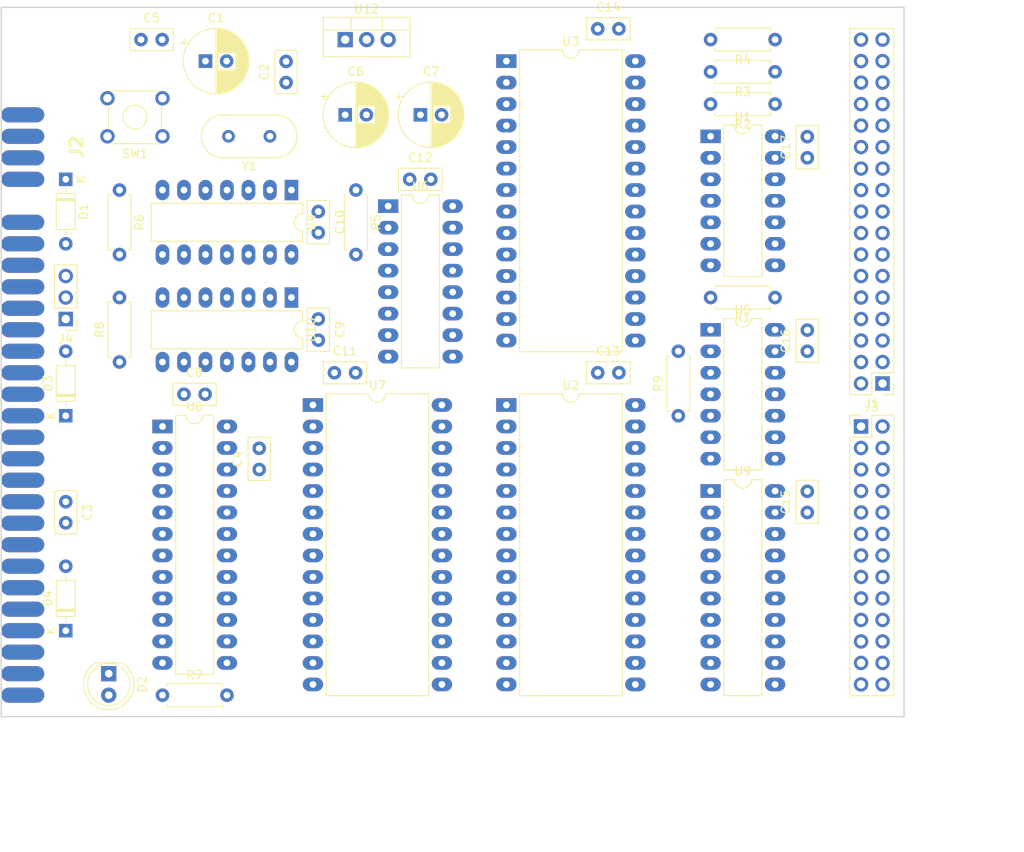
<source format=kicad_pcb>
(kicad_pcb (version 20171130) (host pcbnew 5.0.0-rc2-be01b52~65~ubuntu18.04.1)

  (general
    (thickness 1.6)
    (drawings 7)
    (tracks 0)
    (zones 0)
    (modules 47)
    (nets 90)
  )

  (page A4)
  (layers
    (0 F.Cu signal)
    (31 B.Cu signal)
    (32 B.Adhes user)
    (33 F.Adhes user)
    (34 B.Paste user)
    (35 F.Paste user)
    (36 B.SilkS user)
    (37 F.SilkS user)
    (38 B.Mask user)
    (39 F.Mask user)
    (40 Dwgs.User user)
    (41 Cmts.User user)
    (42 Eco1.User user)
    (43 Eco2.User user)
    (44 Edge.Cuts user)
    (45 Margin user)
    (46 B.CrtYd user)
    (47 F.CrtYd user)
    (48 B.Fab user)
    (49 F.Fab user)
  )

  (setup
    (last_trace_width 0.25)
    (trace_clearance 0.2)
    (zone_clearance 0.508)
    (zone_45_only no)
    (trace_min 0.2)
    (segment_width 0.2)
    (edge_width 0.15)
    (via_size 0.8)
    (via_drill 0.4)
    (via_min_size 0.4)
    (via_min_drill 0.3)
    (uvia_size 0.3)
    (uvia_drill 0.1)
    (uvias_allowed no)
    (uvia_min_size 0.2)
    (uvia_min_drill 0.1)
    (pcb_text_width 0.3)
    (pcb_text_size 1.5 1.5)
    (mod_edge_width 0.15)
    (mod_text_size 1 1)
    (mod_text_width 0.15)
    (pad_size 1.524 1.524)
    (pad_drill 0.762)
    (pad_to_mask_clearance 0.2)
    (aux_axis_origin 0 0)
    (visible_elements FFFFF77F)
    (pcbplotparams
      (layerselection 0x010fc_ffffffff)
      (usegerberextensions false)
      (usegerberattributes false)
      (usegerberadvancedattributes false)
      (creategerberjobfile false)
      (excludeedgelayer true)
      (linewidth 0.100000)
      (plotframeref false)
      (viasonmask false)
      (mode 1)
      (useauxorigin false)
      (hpglpennumber 1)
      (hpglpenspeed 20)
      (hpglpendiameter 15)
      (psnegative false)
      (psa4output false)
      (plotreference true)
      (plotvalue true)
      (plotinvisibletext false)
      (padsonsilk false)
      (subtractmaskfromsilk false)
      (outputformat 1)
      (mirror false)
      (drillshape 1)
      (scaleselection 1)
      (outputdirectory ""))
  )

  (net 0 "")
  (net 1 "Net-(C1-Pad1)")
  (net 2 "Net-(C1-Pad2)")
  (net 3 "Net-(C2-Pad2)")
  (net 4 "Net-(C2-Pad1)")
  (net 5 GND)
  (net 6 /RESET)
  (net 7 "Net-(C4-Pad2)")
  (net 8 +9V)
  (net 9 +5V)
  (net 10 "Net-(D2-Pad1)")
  (net 11 "Net-(D2-Pad2)")
  (net 12 "Net-(J1-Pad8)")
  (net 13 /DS0)
  (net 14 /DS1)
  (net 15 "Net-(J1-Pad16)")
  (net 16 "Net-(J1-Pad18)")
  (net 17 "Net-(J1-Pad20)")
  (net 18 "Net-(J1-Pad22)")
  (net 19 "Net-(J1-Pad24)")
  (net 20 "Net-(J1-Pad26)")
  (net 21 "Net-(J1-Pad28)")
  (net 22 "Net-(J1-Pad30)")
  (net 23 /XXX)
  (net 24 /A11)
  (net 25 /A9)
  (net 26 /A4)
  (net 27 /A5)
  (net 28 /A6)
  (net 29 /A7)
  (net 30 /A10)
  (net 31 /A8)
  (net 32 /M1)
  (net 33 /WR)
  (net 34 /A3)
  (net 35 /A2)
  (net 36 /A1)
  (net 37 /A0)
  (net 38 /A12)
  (net 39 /A14)
  (net 40 /RD)
  (net 41 /IOREQ)
  (net 42 /MREQ)
  (net 43 NMI)
  (net 44 /D4)
  (net 45 /D3)
  (net 46 /D5)
  (net 47 /D6)
  (net 48 /D2)
  (net 49 /D1)
  (net 50 /D0)
  (net 51 /D7)
  (net 52 /A13)
  (net 53 /A15)
  (net 54 "Net-(J3-Pad1)")
  (net 55 "Net-(J3-Pad3)")
  (net 56 "Net-(J3-Pad5)")
  (net 57 "Net-(J3-Pad7)")
  (net 58 "Net-(J3-Pad9)")
  (net 59 "Net-(J3-Pad11)")
  (net 60 "Net-(J3-Pad13)")
  (net 61 "Net-(J3-Pad15)")
  (net 62 "Net-(J3-Pad17)")
  (net 63 "Net-(J3-Pad21)")
  (net 64 "Net-(R6-Pad1)")
  (net 65 "Net-(R8-Pad2)")
  (net 66 "Net-(U1-Pad1)")
  (net 67 "Net-(U1-Pad9)")
  (net 68 "Net-(U1-Pad3)")
  (net 69 "Net-(U1-Pad11)")
  (net 70 "Net-(U1-Pad5)")
  (net 71 "Net-(U1-Pad13)")
  (net 72 ROM_CS)
  (net 73 FDC_CS)
  (net 74 "Net-(U10-Pad12)")
  (net 75 "Net-(U10-Pad8)")
  (net 76 "Net-(U10-Pad5)")
  (net 77 PRN_STR)
  (net 78 "Net-(U4-Pad8)")
  (net 79 "Net-(U5-Pad2)")
  (net 80 "Net-(U5-Pad9)")
  (net 81 "Net-(U5-Pad12)")
  (net 82 DSK_CS)
  (net 83 RAM_CS)
  (net 84 PRN_CS)
  (net 85 ZX_ROMOE1)
  (net 86 "Net-(D1-Pad2)")
  (net 87 ZX_ROMOE2)
  (net 88 "Net-(D4-Pad2)")
  (net 89 ZX_ROMOE48)

  (net_class Default "This is the default net class."
    (clearance 0.2)
    (trace_width 0.25)
    (via_dia 0.8)
    (via_drill 0.4)
    (uvia_dia 0.3)
    (uvia_drill 0.1)
    (add_net +5V)
    (add_net +9V)
    (add_net /A0)
    (add_net /A1)
    (add_net /A10)
    (add_net /A11)
    (add_net /A12)
    (add_net /A13)
    (add_net /A14)
    (add_net /A15)
    (add_net /A2)
    (add_net /A3)
    (add_net /A4)
    (add_net /A5)
    (add_net /A6)
    (add_net /A7)
    (add_net /A8)
    (add_net /A9)
    (add_net /D0)
    (add_net /D1)
    (add_net /D2)
    (add_net /D3)
    (add_net /D4)
    (add_net /D5)
    (add_net /D6)
    (add_net /D7)
    (add_net /DS0)
    (add_net /DS1)
    (add_net /IOREQ)
    (add_net /M1)
    (add_net /MREQ)
    (add_net /RD)
    (add_net /RESET)
    (add_net /WR)
    (add_net /XXX)
    (add_net DSK_CS)
    (add_net FDC_CS)
    (add_net GND)
    (add_net NMI)
    (add_net "Net-(C1-Pad1)")
    (add_net "Net-(C1-Pad2)")
    (add_net "Net-(C2-Pad1)")
    (add_net "Net-(C2-Pad2)")
    (add_net "Net-(C4-Pad2)")
    (add_net "Net-(D1-Pad2)")
    (add_net "Net-(D2-Pad1)")
    (add_net "Net-(D2-Pad2)")
    (add_net "Net-(D4-Pad2)")
    (add_net "Net-(J1-Pad16)")
    (add_net "Net-(J1-Pad18)")
    (add_net "Net-(J1-Pad20)")
    (add_net "Net-(J1-Pad22)")
    (add_net "Net-(J1-Pad24)")
    (add_net "Net-(J1-Pad26)")
    (add_net "Net-(J1-Pad28)")
    (add_net "Net-(J1-Pad30)")
    (add_net "Net-(J1-Pad8)")
    (add_net "Net-(J3-Pad1)")
    (add_net "Net-(J3-Pad11)")
    (add_net "Net-(J3-Pad13)")
    (add_net "Net-(J3-Pad15)")
    (add_net "Net-(J3-Pad17)")
    (add_net "Net-(J3-Pad21)")
    (add_net "Net-(J3-Pad3)")
    (add_net "Net-(J3-Pad5)")
    (add_net "Net-(J3-Pad7)")
    (add_net "Net-(J3-Pad9)")
    (add_net "Net-(R6-Pad1)")
    (add_net "Net-(R8-Pad2)")
    (add_net "Net-(U1-Pad1)")
    (add_net "Net-(U1-Pad11)")
    (add_net "Net-(U1-Pad13)")
    (add_net "Net-(U1-Pad3)")
    (add_net "Net-(U1-Pad5)")
    (add_net "Net-(U1-Pad9)")
    (add_net "Net-(U10-Pad12)")
    (add_net "Net-(U10-Pad5)")
    (add_net "Net-(U10-Pad8)")
    (add_net "Net-(U4-Pad8)")
    (add_net "Net-(U5-Pad12)")
    (add_net "Net-(U5-Pad2)")
    (add_net "Net-(U5-Pad9)")
    (add_net PRN_CS)
    (add_net PRN_STR)
    (add_net RAM_CS)
    (add_net ROM_CS)
    (add_net ZX_ROMOE1)
    (add_net ZX_ROMOE2)
    (add_net ZX_ROMOE48)
  )

  (module Capacitor_THT:CP_Radial_D7.5mm_P2.50mm (layer F.Cu) (tedit 5A533290) (tstamp 5B27427F)
    (at 59.69 44.45)
    (descr "CP, Radial series, Radial, pin pitch=2.50mm, , diameter=7.5mm, Electrolytic Capacitor")
    (tags "CP Radial series Radial pin pitch 2.50mm  diameter 7.5mm Electrolytic Capacitor")
    (path /5B438161)
    (fp_text reference C1 (at 1.25 -5.12) (layer F.SilkS)
      (effects (font (size 1 1) (thickness 0.15)))
    )
    (fp_text value 100u (at 1.25 5.12) (layer F.Fab)
      (effects (font (size 1 1) (thickness 0.15)))
    )
    (fp_circle (center 1.25 0) (end 5 0) (layer F.Fab) (width 0.1))
    (fp_circle (center 1.25 0) (end 5.12 0) (layer F.SilkS) (width 0.12))
    (fp_circle (center 1.25 0) (end 5.25 0) (layer F.CrtYd) (width 0.05))
    (fp_line (start -1.961233 -1.6375) (end -1.211233 -1.6375) (layer F.Fab) (width 0.1))
    (fp_line (start -1.586233 -2.0125) (end -1.586233 -1.2625) (layer F.Fab) (width 0.1))
    (fp_line (start 1.25 -3.83) (end 1.25 3.83) (layer F.SilkS) (width 0.12))
    (fp_line (start 1.29 -3.83) (end 1.29 3.83) (layer F.SilkS) (width 0.12))
    (fp_line (start 1.33 -3.83) (end 1.33 3.83) (layer F.SilkS) (width 0.12))
    (fp_line (start 1.37 -3.829) (end 1.37 3.829) (layer F.SilkS) (width 0.12))
    (fp_line (start 1.41 -3.827) (end 1.41 3.827) (layer F.SilkS) (width 0.12))
    (fp_line (start 1.45 -3.825) (end 1.45 3.825) (layer F.SilkS) (width 0.12))
    (fp_line (start 1.49 -3.823) (end 1.49 -1.04) (layer F.SilkS) (width 0.12))
    (fp_line (start 1.49 1.04) (end 1.49 3.823) (layer F.SilkS) (width 0.12))
    (fp_line (start 1.53 -3.82) (end 1.53 -1.04) (layer F.SilkS) (width 0.12))
    (fp_line (start 1.53 1.04) (end 1.53 3.82) (layer F.SilkS) (width 0.12))
    (fp_line (start 1.57 -3.817) (end 1.57 -1.04) (layer F.SilkS) (width 0.12))
    (fp_line (start 1.57 1.04) (end 1.57 3.817) (layer F.SilkS) (width 0.12))
    (fp_line (start 1.61 -3.814) (end 1.61 -1.04) (layer F.SilkS) (width 0.12))
    (fp_line (start 1.61 1.04) (end 1.61 3.814) (layer F.SilkS) (width 0.12))
    (fp_line (start 1.65 -3.81) (end 1.65 -1.04) (layer F.SilkS) (width 0.12))
    (fp_line (start 1.65 1.04) (end 1.65 3.81) (layer F.SilkS) (width 0.12))
    (fp_line (start 1.69 -3.805) (end 1.69 -1.04) (layer F.SilkS) (width 0.12))
    (fp_line (start 1.69 1.04) (end 1.69 3.805) (layer F.SilkS) (width 0.12))
    (fp_line (start 1.73 -3.801) (end 1.73 -1.04) (layer F.SilkS) (width 0.12))
    (fp_line (start 1.73 1.04) (end 1.73 3.801) (layer F.SilkS) (width 0.12))
    (fp_line (start 1.77 -3.795) (end 1.77 -1.04) (layer F.SilkS) (width 0.12))
    (fp_line (start 1.77 1.04) (end 1.77 3.795) (layer F.SilkS) (width 0.12))
    (fp_line (start 1.81 -3.79) (end 1.81 -1.04) (layer F.SilkS) (width 0.12))
    (fp_line (start 1.81 1.04) (end 1.81 3.79) (layer F.SilkS) (width 0.12))
    (fp_line (start 1.85 -3.784) (end 1.85 -1.04) (layer F.SilkS) (width 0.12))
    (fp_line (start 1.85 1.04) (end 1.85 3.784) (layer F.SilkS) (width 0.12))
    (fp_line (start 1.89 -3.777) (end 1.89 -1.04) (layer F.SilkS) (width 0.12))
    (fp_line (start 1.89 1.04) (end 1.89 3.777) (layer F.SilkS) (width 0.12))
    (fp_line (start 1.93 -3.77) (end 1.93 -1.04) (layer F.SilkS) (width 0.12))
    (fp_line (start 1.93 1.04) (end 1.93 3.77) (layer F.SilkS) (width 0.12))
    (fp_line (start 1.971 -3.763) (end 1.971 -1.04) (layer F.SilkS) (width 0.12))
    (fp_line (start 1.971 1.04) (end 1.971 3.763) (layer F.SilkS) (width 0.12))
    (fp_line (start 2.011 -3.755) (end 2.011 -1.04) (layer F.SilkS) (width 0.12))
    (fp_line (start 2.011 1.04) (end 2.011 3.755) (layer F.SilkS) (width 0.12))
    (fp_line (start 2.051 -3.747) (end 2.051 -1.04) (layer F.SilkS) (width 0.12))
    (fp_line (start 2.051 1.04) (end 2.051 3.747) (layer F.SilkS) (width 0.12))
    (fp_line (start 2.091 -3.738) (end 2.091 -1.04) (layer F.SilkS) (width 0.12))
    (fp_line (start 2.091 1.04) (end 2.091 3.738) (layer F.SilkS) (width 0.12))
    (fp_line (start 2.131 -3.729) (end 2.131 -1.04) (layer F.SilkS) (width 0.12))
    (fp_line (start 2.131 1.04) (end 2.131 3.729) (layer F.SilkS) (width 0.12))
    (fp_line (start 2.171 -3.72) (end 2.171 -1.04) (layer F.SilkS) (width 0.12))
    (fp_line (start 2.171 1.04) (end 2.171 3.72) (layer F.SilkS) (width 0.12))
    (fp_line (start 2.211 -3.71) (end 2.211 -1.04) (layer F.SilkS) (width 0.12))
    (fp_line (start 2.211 1.04) (end 2.211 3.71) (layer F.SilkS) (width 0.12))
    (fp_line (start 2.251 -3.699) (end 2.251 -1.04) (layer F.SilkS) (width 0.12))
    (fp_line (start 2.251 1.04) (end 2.251 3.699) (layer F.SilkS) (width 0.12))
    (fp_line (start 2.291 -3.688) (end 2.291 -1.04) (layer F.SilkS) (width 0.12))
    (fp_line (start 2.291 1.04) (end 2.291 3.688) (layer F.SilkS) (width 0.12))
    (fp_line (start 2.331 -3.677) (end 2.331 -1.04) (layer F.SilkS) (width 0.12))
    (fp_line (start 2.331 1.04) (end 2.331 3.677) (layer F.SilkS) (width 0.12))
    (fp_line (start 2.371 -3.665) (end 2.371 -1.04) (layer F.SilkS) (width 0.12))
    (fp_line (start 2.371 1.04) (end 2.371 3.665) (layer F.SilkS) (width 0.12))
    (fp_line (start 2.411 -3.653) (end 2.411 -1.04) (layer F.SilkS) (width 0.12))
    (fp_line (start 2.411 1.04) (end 2.411 3.653) (layer F.SilkS) (width 0.12))
    (fp_line (start 2.451 -3.64) (end 2.451 -1.04) (layer F.SilkS) (width 0.12))
    (fp_line (start 2.451 1.04) (end 2.451 3.64) (layer F.SilkS) (width 0.12))
    (fp_line (start 2.491 -3.626) (end 2.491 -1.04) (layer F.SilkS) (width 0.12))
    (fp_line (start 2.491 1.04) (end 2.491 3.626) (layer F.SilkS) (width 0.12))
    (fp_line (start 2.531 -3.613) (end 2.531 -1.04) (layer F.SilkS) (width 0.12))
    (fp_line (start 2.531 1.04) (end 2.531 3.613) (layer F.SilkS) (width 0.12))
    (fp_line (start 2.571 -3.598) (end 2.571 -1.04) (layer F.SilkS) (width 0.12))
    (fp_line (start 2.571 1.04) (end 2.571 3.598) (layer F.SilkS) (width 0.12))
    (fp_line (start 2.611 -3.584) (end 2.611 -1.04) (layer F.SilkS) (width 0.12))
    (fp_line (start 2.611 1.04) (end 2.611 3.584) (layer F.SilkS) (width 0.12))
    (fp_line (start 2.651 -3.568) (end 2.651 -1.04) (layer F.SilkS) (width 0.12))
    (fp_line (start 2.651 1.04) (end 2.651 3.568) (layer F.SilkS) (width 0.12))
    (fp_line (start 2.691 -3.553) (end 2.691 -1.04) (layer F.SilkS) (width 0.12))
    (fp_line (start 2.691 1.04) (end 2.691 3.553) (layer F.SilkS) (width 0.12))
    (fp_line (start 2.731 -3.536) (end 2.731 -1.04) (layer F.SilkS) (width 0.12))
    (fp_line (start 2.731 1.04) (end 2.731 3.536) (layer F.SilkS) (width 0.12))
    (fp_line (start 2.771 -3.52) (end 2.771 -1.04) (layer F.SilkS) (width 0.12))
    (fp_line (start 2.771 1.04) (end 2.771 3.52) (layer F.SilkS) (width 0.12))
    (fp_line (start 2.811 -3.502) (end 2.811 -1.04) (layer F.SilkS) (width 0.12))
    (fp_line (start 2.811 1.04) (end 2.811 3.502) (layer F.SilkS) (width 0.12))
    (fp_line (start 2.851 -3.484) (end 2.851 -1.04) (layer F.SilkS) (width 0.12))
    (fp_line (start 2.851 1.04) (end 2.851 3.484) (layer F.SilkS) (width 0.12))
    (fp_line (start 2.891 -3.466) (end 2.891 -1.04) (layer F.SilkS) (width 0.12))
    (fp_line (start 2.891 1.04) (end 2.891 3.466) (layer F.SilkS) (width 0.12))
    (fp_line (start 2.931 -3.447) (end 2.931 -1.04) (layer F.SilkS) (width 0.12))
    (fp_line (start 2.931 1.04) (end 2.931 3.447) (layer F.SilkS) (width 0.12))
    (fp_line (start 2.971 -3.427) (end 2.971 -1.04) (layer F.SilkS) (width 0.12))
    (fp_line (start 2.971 1.04) (end 2.971 3.427) (layer F.SilkS) (width 0.12))
    (fp_line (start 3.011 -3.407) (end 3.011 -1.04) (layer F.SilkS) (width 0.12))
    (fp_line (start 3.011 1.04) (end 3.011 3.407) (layer F.SilkS) (width 0.12))
    (fp_line (start 3.051 -3.386) (end 3.051 -1.04) (layer F.SilkS) (width 0.12))
    (fp_line (start 3.051 1.04) (end 3.051 3.386) (layer F.SilkS) (width 0.12))
    (fp_line (start 3.091 -3.365) (end 3.091 -1.04) (layer F.SilkS) (width 0.12))
    (fp_line (start 3.091 1.04) (end 3.091 3.365) (layer F.SilkS) (width 0.12))
    (fp_line (start 3.131 -3.343) (end 3.131 -1.04) (layer F.SilkS) (width 0.12))
    (fp_line (start 3.131 1.04) (end 3.131 3.343) (layer F.SilkS) (width 0.12))
    (fp_line (start 3.171 -3.321) (end 3.171 -1.04) (layer F.SilkS) (width 0.12))
    (fp_line (start 3.171 1.04) (end 3.171 3.321) (layer F.SilkS) (width 0.12))
    (fp_line (start 3.211 -3.297) (end 3.211 -1.04) (layer F.SilkS) (width 0.12))
    (fp_line (start 3.211 1.04) (end 3.211 3.297) (layer F.SilkS) (width 0.12))
    (fp_line (start 3.251 -3.274) (end 3.251 -1.04) (layer F.SilkS) (width 0.12))
    (fp_line (start 3.251 1.04) (end 3.251 3.274) (layer F.SilkS) (width 0.12))
    (fp_line (start 3.291 -3.249) (end 3.291 -1.04) (layer F.SilkS) (width 0.12))
    (fp_line (start 3.291 1.04) (end 3.291 3.249) (layer F.SilkS) (width 0.12))
    (fp_line (start 3.331 -3.224) (end 3.331 -1.04) (layer F.SilkS) (width 0.12))
    (fp_line (start 3.331 1.04) (end 3.331 3.224) (layer F.SilkS) (width 0.12))
    (fp_line (start 3.371 -3.198) (end 3.371 -1.04) (layer F.SilkS) (width 0.12))
    (fp_line (start 3.371 1.04) (end 3.371 3.198) (layer F.SilkS) (width 0.12))
    (fp_line (start 3.411 -3.172) (end 3.411 -1.04) (layer F.SilkS) (width 0.12))
    (fp_line (start 3.411 1.04) (end 3.411 3.172) (layer F.SilkS) (width 0.12))
    (fp_line (start 3.451 -3.144) (end 3.451 -1.04) (layer F.SilkS) (width 0.12))
    (fp_line (start 3.451 1.04) (end 3.451 3.144) (layer F.SilkS) (width 0.12))
    (fp_line (start 3.491 -3.116) (end 3.491 -1.04) (layer F.SilkS) (width 0.12))
    (fp_line (start 3.491 1.04) (end 3.491 3.116) (layer F.SilkS) (width 0.12))
    (fp_line (start 3.531 -3.088) (end 3.531 -1.04) (layer F.SilkS) (width 0.12))
    (fp_line (start 3.531 1.04) (end 3.531 3.088) (layer F.SilkS) (width 0.12))
    (fp_line (start 3.571 -3.058) (end 3.571 3.058) (layer F.SilkS) (width 0.12))
    (fp_line (start 3.611 -3.028) (end 3.611 3.028) (layer F.SilkS) (width 0.12))
    (fp_line (start 3.651 -2.996) (end 3.651 2.996) (layer F.SilkS) (width 0.12))
    (fp_line (start 3.691 -2.964) (end 3.691 2.964) (layer F.SilkS) (width 0.12))
    (fp_line (start 3.731 -2.931) (end 3.731 2.931) (layer F.SilkS) (width 0.12))
    (fp_line (start 3.771 -2.898) (end 3.771 2.898) (layer F.SilkS) (width 0.12))
    (fp_line (start 3.811 -2.863) (end 3.811 2.863) (layer F.SilkS) (width 0.12))
    (fp_line (start 3.851 -2.827) (end 3.851 2.827) (layer F.SilkS) (width 0.12))
    (fp_line (start 3.891 -2.79) (end 3.891 2.79) (layer F.SilkS) (width 0.12))
    (fp_line (start 3.931 -2.752) (end 3.931 2.752) (layer F.SilkS) (width 0.12))
    (fp_line (start 3.971 -2.713) (end 3.971 2.713) (layer F.SilkS) (width 0.12))
    (fp_line (start 4.011 -2.673) (end 4.011 2.673) (layer F.SilkS) (width 0.12))
    (fp_line (start 4.051 -2.632) (end 4.051 2.632) (layer F.SilkS) (width 0.12))
    (fp_line (start 4.091 -2.589) (end 4.091 2.589) (layer F.SilkS) (width 0.12))
    (fp_line (start 4.131 -2.546) (end 4.131 2.546) (layer F.SilkS) (width 0.12))
    (fp_line (start 4.171 -2.5) (end 4.171 2.5) (layer F.SilkS) (width 0.12))
    (fp_line (start 4.211 -2.454) (end 4.211 2.454) (layer F.SilkS) (width 0.12))
    (fp_line (start 4.251 -2.405) (end 4.251 2.405) (layer F.SilkS) (width 0.12))
    (fp_line (start 4.291 -2.355) (end 4.291 2.355) (layer F.SilkS) (width 0.12))
    (fp_line (start 4.331 -2.304) (end 4.331 2.304) (layer F.SilkS) (width 0.12))
    (fp_line (start 4.371 -2.25) (end 4.371 2.25) (layer F.SilkS) (width 0.12))
    (fp_line (start 4.411 -2.195) (end 4.411 2.195) (layer F.SilkS) (width 0.12))
    (fp_line (start 4.451 -2.137) (end 4.451 2.137) (layer F.SilkS) (width 0.12))
    (fp_line (start 4.491 -2.077) (end 4.491 2.077) (layer F.SilkS) (width 0.12))
    (fp_line (start 4.531 -2.014) (end 4.531 2.014) (layer F.SilkS) (width 0.12))
    (fp_line (start 4.571 -1.949) (end 4.571 1.949) (layer F.SilkS) (width 0.12))
    (fp_line (start 4.611 -1.881) (end 4.611 1.881) (layer F.SilkS) (width 0.12))
    (fp_line (start 4.651 -1.809) (end 4.651 1.809) (layer F.SilkS) (width 0.12))
    (fp_line (start 4.691 -1.733) (end 4.691 1.733) (layer F.SilkS) (width 0.12))
    (fp_line (start 4.731 -1.654) (end 4.731 1.654) (layer F.SilkS) (width 0.12))
    (fp_line (start 4.771 -1.569) (end 4.771 1.569) (layer F.SilkS) (width 0.12))
    (fp_line (start 4.811 -1.478) (end 4.811 1.478) (layer F.SilkS) (width 0.12))
    (fp_line (start 4.851 -1.381) (end 4.851 1.381) (layer F.SilkS) (width 0.12))
    (fp_line (start 4.891 -1.275) (end 4.891 1.275) (layer F.SilkS) (width 0.12))
    (fp_line (start 4.931 -1.158) (end 4.931 1.158) (layer F.SilkS) (width 0.12))
    (fp_line (start 4.971 -1.028) (end 4.971 1.028) (layer F.SilkS) (width 0.12))
    (fp_line (start 5.011 -0.877) (end 5.011 0.877) (layer F.SilkS) (width 0.12))
    (fp_line (start 5.051 -0.693) (end 5.051 0.693) (layer F.SilkS) (width 0.12))
    (fp_line (start 5.091 -0.441) (end 5.091 0.441) (layer F.SilkS) (width 0.12))
    (fp_line (start -2.892211 -2.175) (end -2.142211 -2.175) (layer F.SilkS) (width 0.12))
    (fp_line (start -2.517211 -2.55) (end -2.517211 -1.8) (layer F.SilkS) (width 0.12))
    (fp_text user %R (at 1.25 0) (layer F.Fab)
      (effects (font (size 1 1) (thickness 0.15)))
    )
    (pad 1 thru_hole rect (at 0 0) (size 1.6 1.6) (drill 0.8) (layers *.Cu *.Mask)
      (net 1 "Net-(C1-Pad1)"))
    (pad 2 thru_hole circle (at 2.5 0) (size 1.6 1.6) (drill 0.8) (layers *.Cu *.Mask)
      (net 2 "Net-(C1-Pad2)"))
    (model ${KISYS3DMOD}/Capacitor_THT.3dshapes/CP_Radial_D7.5mm_P2.50mm.wrl
      (at (xyz 0 0 0))
      (scale (xyz 1 1 1))
      (rotate (xyz 0 0 0))
    )
  )

  (module Capacitor_THT:C_Disc_D5.0mm_W2.5mm_P2.50mm (layer F.Cu) (tedit 5A142A3B) (tstamp 5B27C3FA)
    (at 69.215 46.99 90)
    (descr "C, Disc series, Radial, pin pitch=2.50mm, diameter*width=5*2.5mm^2, Capacitor, http://cdn-reichelt.de/documents/datenblatt/B300/DS_KERKO_TC.pdf")
    (tags "C Disc series Radial pin pitch 2.50mm  diameter 5mm width 2.5mm Capacitor")
    (path /5B4381F5)
    (fp_text reference C2 (at 1.25 -2.56 90) (layer F.SilkS)
      (effects (font (size 1 1) (thickness 0.15)))
    )
    (fp_text value 33p (at 1.25 2.56 90) (layer F.Fab)
      (effects (font (size 1 1) (thickness 0.15)))
    )
    (fp_text user %R (at 1.25 0 90) (layer F.Fab)
      (effects (font (size 1 1) (thickness 0.15)))
    )
    (fp_line (start 4.1 -1.6) (end -1.6 -1.6) (layer F.CrtYd) (width 0.05))
    (fp_line (start 4.1 1.6) (end 4.1 -1.6) (layer F.CrtYd) (width 0.05))
    (fp_line (start -1.6 1.6) (end 4.1 1.6) (layer F.CrtYd) (width 0.05))
    (fp_line (start -1.6 -1.6) (end -1.6 1.6) (layer F.CrtYd) (width 0.05))
    (fp_line (start 3.81 -1.31) (end 3.81 1.31) (layer F.SilkS) (width 0.12))
    (fp_line (start -1.31 -1.31) (end -1.31 1.31) (layer F.SilkS) (width 0.12))
    (fp_line (start -1.31 1.31) (end 3.81 1.31) (layer F.SilkS) (width 0.12))
    (fp_line (start -1.31 -1.31) (end 3.81 -1.31) (layer F.SilkS) (width 0.12))
    (fp_line (start 3.75 -1.25) (end -1.25 -1.25) (layer F.Fab) (width 0.1))
    (fp_line (start 3.75 1.25) (end 3.75 -1.25) (layer F.Fab) (width 0.1))
    (fp_line (start -1.25 1.25) (end 3.75 1.25) (layer F.Fab) (width 0.1))
    (fp_line (start -1.25 -1.25) (end -1.25 1.25) (layer F.Fab) (width 0.1))
    (pad 2 thru_hole circle (at 2.5 0 90) (size 1.6 1.6) (drill 0.8) (layers *.Cu *.Mask)
      (net 3 "Net-(C2-Pad2)"))
    (pad 1 thru_hole circle (at 0 0 90) (size 1.6 1.6) (drill 0.8) (layers *.Cu *.Mask)
      (net 4 "Net-(C2-Pad1)"))
    (model ${KISYS3DMOD}/Capacitor_THT.3dshapes/C_Disc_D5.0mm_W2.5mm_P2.50mm.wrl
      (at (xyz 0 0 0))
      (scale (xyz 1 1 1))
      (rotate (xyz 0 0 0))
    )
  )

  (module Capacitor_THT:C_Disc_D5.0mm_W2.5mm_P2.50mm (layer F.Cu) (tedit 5A142A3B) (tstamp 5B278E17)
    (at 43.18 96.52 270)
    (descr "C, Disc series, Radial, pin pitch=2.50mm, diameter*width=5*2.5mm^2, Capacitor, http://cdn-reichelt.de/documents/datenblatt/B300/DS_KERKO_TC.pdf")
    (tags "C Disc series Radial pin pitch 2.50mm  diameter 5mm width 2.5mm Capacitor")
    (path /5BF52D37)
    (fp_text reference C3 (at 1.25 -2.56 270) (layer F.SilkS)
      (effects (font (size 1 1) (thickness 0.15)))
    )
    (fp_text value 100n (at 1.25 2.56 270) (layer F.Fab)
      (effects (font (size 1 1) (thickness 0.15)))
    )
    (fp_line (start -1.25 -1.25) (end -1.25 1.25) (layer F.Fab) (width 0.1))
    (fp_line (start -1.25 1.25) (end 3.75 1.25) (layer F.Fab) (width 0.1))
    (fp_line (start 3.75 1.25) (end 3.75 -1.25) (layer F.Fab) (width 0.1))
    (fp_line (start 3.75 -1.25) (end -1.25 -1.25) (layer F.Fab) (width 0.1))
    (fp_line (start -1.31 -1.31) (end 3.81 -1.31) (layer F.SilkS) (width 0.12))
    (fp_line (start -1.31 1.31) (end 3.81 1.31) (layer F.SilkS) (width 0.12))
    (fp_line (start -1.31 -1.31) (end -1.31 1.31) (layer F.SilkS) (width 0.12))
    (fp_line (start 3.81 -1.31) (end 3.81 1.31) (layer F.SilkS) (width 0.12))
    (fp_line (start -1.6 -1.6) (end -1.6 1.6) (layer F.CrtYd) (width 0.05))
    (fp_line (start -1.6 1.6) (end 4.1 1.6) (layer F.CrtYd) (width 0.05))
    (fp_line (start 4.1 1.6) (end 4.1 -1.6) (layer F.CrtYd) (width 0.05))
    (fp_line (start 4.1 -1.6) (end -1.6 -1.6) (layer F.CrtYd) (width 0.05))
    (fp_text user %R (at 1.25 0 270) (layer F.Fab)
      (effects (font (size 1 1) (thickness 0.15)))
    )
    (pad 1 thru_hole circle (at 0 0 270) (size 1.6 1.6) (drill 0.8) (layers *.Cu *.Mask)
      (net 5 GND))
    (pad 2 thru_hole circle (at 2.5 0 270) (size 1.6 1.6) (drill 0.8) (layers *.Cu *.Mask)
      (net 6 /RESET))
    (model ${KISYS3DMOD}/Capacitor_THT.3dshapes/C_Disc_D5.0mm_W2.5mm_P2.50mm.wrl
      (at (xyz 0 0 0))
      (scale (xyz 1 1 1))
      (rotate (xyz 0 0 0))
    )
  )

  (module Capacitor_THT:C_Disc_D5.0mm_W2.5mm_P2.50mm (layer F.Cu) (tedit 5A142A3B) (tstamp 5B27B6FC)
    (at 66.04 92.71 90)
    (descr "C, Disc series, Radial, pin pitch=2.50mm, diameter*width=5*2.5mm^2, Capacitor, http://cdn-reichelt.de/documents/datenblatt/B300/DS_KERKO_TC.pdf")
    (tags "C Disc series Radial pin pitch 2.50mm  diameter 5mm width 2.5mm Capacitor")
    (path /5C0B41C0)
    (fp_text reference C4 (at 1.25 -2.56 90) (layer F.SilkS)
      (effects (font (size 1 1) (thickness 0.15)))
    )
    (fp_text value 100p (at 1.25 2.56 90) (layer F.Fab)
      (effects (font (size 1 1) (thickness 0.15)))
    )
    (fp_text user %R (at 1.25 0 90) (layer F.Fab)
      (effects (font (size 1 1) (thickness 0.15)))
    )
    (fp_line (start 4.1 -1.6) (end -1.6 -1.6) (layer F.CrtYd) (width 0.05))
    (fp_line (start 4.1 1.6) (end 4.1 -1.6) (layer F.CrtYd) (width 0.05))
    (fp_line (start -1.6 1.6) (end 4.1 1.6) (layer F.CrtYd) (width 0.05))
    (fp_line (start -1.6 -1.6) (end -1.6 1.6) (layer F.CrtYd) (width 0.05))
    (fp_line (start 3.81 -1.31) (end 3.81 1.31) (layer F.SilkS) (width 0.12))
    (fp_line (start -1.31 -1.31) (end -1.31 1.31) (layer F.SilkS) (width 0.12))
    (fp_line (start -1.31 1.31) (end 3.81 1.31) (layer F.SilkS) (width 0.12))
    (fp_line (start -1.31 -1.31) (end 3.81 -1.31) (layer F.SilkS) (width 0.12))
    (fp_line (start 3.75 -1.25) (end -1.25 -1.25) (layer F.Fab) (width 0.1))
    (fp_line (start 3.75 1.25) (end 3.75 -1.25) (layer F.Fab) (width 0.1))
    (fp_line (start -1.25 1.25) (end 3.75 1.25) (layer F.Fab) (width 0.1))
    (fp_line (start -1.25 -1.25) (end -1.25 1.25) (layer F.Fab) (width 0.1))
    (pad 2 thru_hole circle (at 2.5 0 90) (size 1.6 1.6) (drill 0.8) (layers *.Cu *.Mask)
      (net 7 "Net-(C4-Pad2)"))
    (pad 1 thru_hole circle (at 0 0 90) (size 1.6 1.6) (drill 0.8) (layers *.Cu *.Mask)
      (net 5 GND))
    (model ${KISYS3DMOD}/Capacitor_THT.3dshapes/C_Disc_D5.0mm_W2.5mm_P2.50mm.wrl
      (at (xyz 0 0 0))
      (scale (xyz 1 1 1))
      (rotate (xyz 0 0 0))
    )
  )

  (module Capacitor_THT:C_Disc_D5.0mm_W2.5mm_P2.50mm (layer F.Cu) (tedit 5A142A3B) (tstamp 5B2742CB)
    (at 52.07 41.91)
    (descr "C, Disc series, Radial, pin pitch=2.50mm, diameter*width=5*2.5mm^2, Capacitor, http://cdn-reichelt.de/documents/datenblatt/B300/DS_KERKO_TC.pdf")
    (tags "C Disc series Radial pin pitch 2.50mm  diameter 5mm width 2.5mm Capacitor")
    (path /5BAD18CE)
    (fp_text reference C5 (at 1.25 -2.56) (layer F.SilkS)
      (effects (font (size 1 1) (thickness 0.15)))
    )
    (fp_text value 10n (at 1.25 2.56) (layer F.Fab)
      (effects (font (size 1 1) (thickness 0.15)))
    )
    (fp_line (start -1.25 -1.25) (end -1.25 1.25) (layer F.Fab) (width 0.1))
    (fp_line (start -1.25 1.25) (end 3.75 1.25) (layer F.Fab) (width 0.1))
    (fp_line (start 3.75 1.25) (end 3.75 -1.25) (layer F.Fab) (width 0.1))
    (fp_line (start 3.75 -1.25) (end -1.25 -1.25) (layer F.Fab) (width 0.1))
    (fp_line (start -1.31 -1.31) (end 3.81 -1.31) (layer F.SilkS) (width 0.12))
    (fp_line (start -1.31 1.31) (end 3.81 1.31) (layer F.SilkS) (width 0.12))
    (fp_line (start -1.31 -1.31) (end -1.31 1.31) (layer F.SilkS) (width 0.12))
    (fp_line (start 3.81 -1.31) (end 3.81 1.31) (layer F.SilkS) (width 0.12))
    (fp_line (start -1.6 -1.6) (end -1.6 1.6) (layer F.CrtYd) (width 0.05))
    (fp_line (start -1.6 1.6) (end 4.1 1.6) (layer F.CrtYd) (width 0.05))
    (fp_line (start 4.1 1.6) (end 4.1 -1.6) (layer F.CrtYd) (width 0.05))
    (fp_line (start 4.1 -1.6) (end -1.6 -1.6) (layer F.CrtYd) (width 0.05))
    (fp_text user %R (at 1.25 0) (layer F.Fab)
      (effects (font (size 1 1) (thickness 0.15)))
    )
    (pad 1 thru_hole circle (at 0 0) (size 1.6 1.6) (drill 0.8) (layers *.Cu *.Mask)
      (net 5 GND))
    (pad 2 thru_hole circle (at 2.5 0) (size 1.6 1.6) (drill 0.8) (layers *.Cu *.Mask)
      (net 8 +9V))
    (model ${KISYS3DMOD}/Capacitor_THT.3dshapes/C_Disc_D5.0mm_W2.5mm_P2.50mm.wrl
      (at (xyz 0 0 0))
      (scale (xyz 1 1 1))
      (rotate (xyz 0 0 0))
    )
  )

  (module Capacitor_THT:CP_Radial_D7.5mm_P2.50mm (layer F.Cu) (tedit 5A533290) (tstamp 5B27436E)
    (at 76.2 50.8)
    (descr "CP, Radial series, Radial, pin pitch=2.50mm, , diameter=7.5mm, Electrolytic Capacitor")
    (tags "CP Radial series Radial pin pitch 2.50mm  diameter 7.5mm Electrolytic Capacitor")
    (path /5BAD12FB)
    (fp_text reference C6 (at 1.25 -5.12) (layer F.SilkS)
      (effects (font (size 1 1) (thickness 0.15)))
    )
    (fp_text value 100u (at 1.25 5.12) (layer F.Fab)
      (effects (font (size 1 1) (thickness 0.15)))
    )
    (fp_circle (center 1.25 0) (end 5 0) (layer F.Fab) (width 0.1))
    (fp_circle (center 1.25 0) (end 5.12 0) (layer F.SilkS) (width 0.12))
    (fp_circle (center 1.25 0) (end 5.25 0) (layer F.CrtYd) (width 0.05))
    (fp_line (start -1.961233 -1.6375) (end -1.211233 -1.6375) (layer F.Fab) (width 0.1))
    (fp_line (start -1.586233 -2.0125) (end -1.586233 -1.2625) (layer F.Fab) (width 0.1))
    (fp_line (start 1.25 -3.83) (end 1.25 3.83) (layer F.SilkS) (width 0.12))
    (fp_line (start 1.29 -3.83) (end 1.29 3.83) (layer F.SilkS) (width 0.12))
    (fp_line (start 1.33 -3.83) (end 1.33 3.83) (layer F.SilkS) (width 0.12))
    (fp_line (start 1.37 -3.829) (end 1.37 3.829) (layer F.SilkS) (width 0.12))
    (fp_line (start 1.41 -3.827) (end 1.41 3.827) (layer F.SilkS) (width 0.12))
    (fp_line (start 1.45 -3.825) (end 1.45 3.825) (layer F.SilkS) (width 0.12))
    (fp_line (start 1.49 -3.823) (end 1.49 -1.04) (layer F.SilkS) (width 0.12))
    (fp_line (start 1.49 1.04) (end 1.49 3.823) (layer F.SilkS) (width 0.12))
    (fp_line (start 1.53 -3.82) (end 1.53 -1.04) (layer F.SilkS) (width 0.12))
    (fp_line (start 1.53 1.04) (end 1.53 3.82) (layer F.SilkS) (width 0.12))
    (fp_line (start 1.57 -3.817) (end 1.57 -1.04) (layer F.SilkS) (width 0.12))
    (fp_line (start 1.57 1.04) (end 1.57 3.817) (layer F.SilkS) (width 0.12))
    (fp_line (start 1.61 -3.814) (end 1.61 -1.04) (layer F.SilkS) (width 0.12))
    (fp_line (start 1.61 1.04) (end 1.61 3.814) (layer F.SilkS) (width 0.12))
    (fp_line (start 1.65 -3.81) (end 1.65 -1.04) (layer F.SilkS) (width 0.12))
    (fp_line (start 1.65 1.04) (end 1.65 3.81) (layer F.SilkS) (width 0.12))
    (fp_line (start 1.69 -3.805) (end 1.69 -1.04) (layer F.SilkS) (width 0.12))
    (fp_line (start 1.69 1.04) (end 1.69 3.805) (layer F.SilkS) (width 0.12))
    (fp_line (start 1.73 -3.801) (end 1.73 -1.04) (layer F.SilkS) (width 0.12))
    (fp_line (start 1.73 1.04) (end 1.73 3.801) (layer F.SilkS) (width 0.12))
    (fp_line (start 1.77 -3.795) (end 1.77 -1.04) (layer F.SilkS) (width 0.12))
    (fp_line (start 1.77 1.04) (end 1.77 3.795) (layer F.SilkS) (width 0.12))
    (fp_line (start 1.81 -3.79) (end 1.81 -1.04) (layer F.SilkS) (width 0.12))
    (fp_line (start 1.81 1.04) (end 1.81 3.79) (layer F.SilkS) (width 0.12))
    (fp_line (start 1.85 -3.784) (end 1.85 -1.04) (layer F.SilkS) (width 0.12))
    (fp_line (start 1.85 1.04) (end 1.85 3.784) (layer F.SilkS) (width 0.12))
    (fp_line (start 1.89 -3.777) (end 1.89 -1.04) (layer F.SilkS) (width 0.12))
    (fp_line (start 1.89 1.04) (end 1.89 3.777) (layer F.SilkS) (width 0.12))
    (fp_line (start 1.93 -3.77) (end 1.93 -1.04) (layer F.SilkS) (width 0.12))
    (fp_line (start 1.93 1.04) (end 1.93 3.77) (layer F.SilkS) (width 0.12))
    (fp_line (start 1.971 -3.763) (end 1.971 -1.04) (layer F.SilkS) (width 0.12))
    (fp_line (start 1.971 1.04) (end 1.971 3.763) (layer F.SilkS) (width 0.12))
    (fp_line (start 2.011 -3.755) (end 2.011 -1.04) (layer F.SilkS) (width 0.12))
    (fp_line (start 2.011 1.04) (end 2.011 3.755) (layer F.SilkS) (width 0.12))
    (fp_line (start 2.051 -3.747) (end 2.051 -1.04) (layer F.SilkS) (width 0.12))
    (fp_line (start 2.051 1.04) (end 2.051 3.747) (layer F.SilkS) (width 0.12))
    (fp_line (start 2.091 -3.738) (end 2.091 -1.04) (layer F.SilkS) (width 0.12))
    (fp_line (start 2.091 1.04) (end 2.091 3.738) (layer F.SilkS) (width 0.12))
    (fp_line (start 2.131 -3.729) (end 2.131 -1.04) (layer F.SilkS) (width 0.12))
    (fp_line (start 2.131 1.04) (end 2.131 3.729) (layer F.SilkS) (width 0.12))
    (fp_line (start 2.171 -3.72) (end 2.171 -1.04) (layer F.SilkS) (width 0.12))
    (fp_line (start 2.171 1.04) (end 2.171 3.72) (layer F.SilkS) (width 0.12))
    (fp_line (start 2.211 -3.71) (end 2.211 -1.04) (layer F.SilkS) (width 0.12))
    (fp_line (start 2.211 1.04) (end 2.211 3.71) (layer F.SilkS) (width 0.12))
    (fp_line (start 2.251 -3.699) (end 2.251 -1.04) (layer F.SilkS) (width 0.12))
    (fp_line (start 2.251 1.04) (end 2.251 3.699) (layer F.SilkS) (width 0.12))
    (fp_line (start 2.291 -3.688) (end 2.291 -1.04) (layer F.SilkS) (width 0.12))
    (fp_line (start 2.291 1.04) (end 2.291 3.688) (layer F.SilkS) (width 0.12))
    (fp_line (start 2.331 -3.677) (end 2.331 -1.04) (layer F.SilkS) (width 0.12))
    (fp_line (start 2.331 1.04) (end 2.331 3.677) (layer F.SilkS) (width 0.12))
    (fp_line (start 2.371 -3.665) (end 2.371 -1.04) (layer F.SilkS) (width 0.12))
    (fp_line (start 2.371 1.04) (end 2.371 3.665) (layer F.SilkS) (width 0.12))
    (fp_line (start 2.411 -3.653) (end 2.411 -1.04) (layer F.SilkS) (width 0.12))
    (fp_line (start 2.411 1.04) (end 2.411 3.653) (layer F.SilkS) (width 0.12))
    (fp_line (start 2.451 -3.64) (end 2.451 -1.04) (layer F.SilkS) (width 0.12))
    (fp_line (start 2.451 1.04) (end 2.451 3.64) (layer F.SilkS) (width 0.12))
    (fp_line (start 2.491 -3.626) (end 2.491 -1.04) (layer F.SilkS) (width 0.12))
    (fp_line (start 2.491 1.04) (end 2.491 3.626) (layer F.SilkS) (width 0.12))
    (fp_line (start 2.531 -3.613) (end 2.531 -1.04) (layer F.SilkS) (width 0.12))
    (fp_line (start 2.531 1.04) (end 2.531 3.613) (layer F.SilkS) (width 0.12))
    (fp_line (start 2.571 -3.598) (end 2.571 -1.04) (layer F.SilkS) (width 0.12))
    (fp_line (start 2.571 1.04) (end 2.571 3.598) (layer F.SilkS) (width 0.12))
    (fp_line (start 2.611 -3.584) (end 2.611 -1.04) (layer F.SilkS) (width 0.12))
    (fp_line (start 2.611 1.04) (end 2.611 3.584) (layer F.SilkS) (width 0.12))
    (fp_line (start 2.651 -3.568) (end 2.651 -1.04) (layer F.SilkS) (width 0.12))
    (fp_line (start 2.651 1.04) (end 2.651 3.568) (layer F.SilkS) (width 0.12))
    (fp_line (start 2.691 -3.553) (end 2.691 -1.04) (layer F.SilkS) (width 0.12))
    (fp_line (start 2.691 1.04) (end 2.691 3.553) (layer F.SilkS) (width 0.12))
    (fp_line (start 2.731 -3.536) (end 2.731 -1.04) (layer F.SilkS) (width 0.12))
    (fp_line (start 2.731 1.04) (end 2.731 3.536) (layer F.SilkS) (width 0.12))
    (fp_line (start 2.771 -3.52) (end 2.771 -1.04) (layer F.SilkS) (width 0.12))
    (fp_line (start 2.771 1.04) (end 2.771 3.52) (layer F.SilkS) (width 0.12))
    (fp_line (start 2.811 -3.502) (end 2.811 -1.04) (layer F.SilkS) (width 0.12))
    (fp_line (start 2.811 1.04) (end 2.811 3.502) (layer F.SilkS) (width 0.12))
    (fp_line (start 2.851 -3.484) (end 2.851 -1.04) (layer F.SilkS) (width 0.12))
    (fp_line (start 2.851 1.04) (end 2.851 3.484) (layer F.SilkS) (width 0.12))
    (fp_line (start 2.891 -3.466) (end 2.891 -1.04) (layer F.SilkS) (width 0.12))
    (fp_line (start 2.891 1.04) (end 2.891 3.466) (layer F.SilkS) (width 0.12))
    (fp_line (start 2.931 -3.447) (end 2.931 -1.04) (layer F.SilkS) (width 0.12))
    (fp_line (start 2.931 1.04) (end 2.931 3.447) (layer F.SilkS) (width 0.12))
    (fp_line (start 2.971 -3.427) (end 2.971 -1.04) (layer F.SilkS) (width 0.12))
    (fp_line (start 2.971 1.04) (end 2.971 3.427) (layer F.SilkS) (width 0.12))
    (fp_line (start 3.011 -3.407) (end 3.011 -1.04) (layer F.SilkS) (width 0.12))
    (fp_line (start 3.011 1.04) (end 3.011 3.407) (layer F.SilkS) (width 0.12))
    (fp_line (start 3.051 -3.386) (end 3.051 -1.04) (layer F.SilkS) (width 0.12))
    (fp_line (start 3.051 1.04) (end 3.051 3.386) (layer F.SilkS) (width 0.12))
    (fp_line (start 3.091 -3.365) (end 3.091 -1.04) (layer F.SilkS) (width 0.12))
    (fp_line (start 3.091 1.04) (end 3.091 3.365) (layer F.SilkS) (width 0.12))
    (fp_line (start 3.131 -3.343) (end 3.131 -1.04) (layer F.SilkS) (width 0.12))
    (fp_line (start 3.131 1.04) (end 3.131 3.343) (layer F.SilkS) (width 0.12))
    (fp_line (start 3.171 -3.321) (end 3.171 -1.04) (layer F.SilkS) (width 0.12))
    (fp_line (start 3.171 1.04) (end 3.171 3.321) (layer F.SilkS) (width 0.12))
    (fp_line (start 3.211 -3.297) (end 3.211 -1.04) (layer F.SilkS) (width 0.12))
    (fp_line (start 3.211 1.04) (end 3.211 3.297) (layer F.SilkS) (width 0.12))
    (fp_line (start 3.251 -3.274) (end 3.251 -1.04) (layer F.SilkS) (width 0.12))
    (fp_line (start 3.251 1.04) (end 3.251 3.274) (layer F.SilkS) (width 0.12))
    (fp_line (start 3.291 -3.249) (end 3.291 -1.04) (layer F.SilkS) (width 0.12))
    (fp_line (start 3.291 1.04) (end 3.291 3.249) (layer F.SilkS) (width 0.12))
    (fp_line (start 3.331 -3.224) (end 3.331 -1.04) (layer F.SilkS) (width 0.12))
    (fp_line (start 3.331 1.04) (end 3.331 3.224) (layer F.SilkS) (width 0.12))
    (fp_line (start 3.371 -3.198) (end 3.371 -1.04) (layer F.SilkS) (width 0.12))
    (fp_line (start 3.371 1.04) (end 3.371 3.198) (layer F.SilkS) (width 0.12))
    (fp_line (start 3.411 -3.172) (end 3.411 -1.04) (layer F.SilkS) (width 0.12))
    (fp_line (start 3.411 1.04) (end 3.411 3.172) (layer F.SilkS) (width 0.12))
    (fp_line (start 3.451 -3.144) (end 3.451 -1.04) (layer F.SilkS) (width 0.12))
    (fp_line (start 3.451 1.04) (end 3.451 3.144) (layer F.SilkS) (width 0.12))
    (fp_line (start 3.491 -3.116) (end 3.491 -1.04) (layer F.SilkS) (width 0.12))
    (fp_line (start 3.491 1.04) (end 3.491 3.116) (layer F.SilkS) (width 0.12))
    (fp_line (start 3.531 -3.088) (end 3.531 -1.04) (layer F.SilkS) (width 0.12))
    (fp_line (start 3.531 1.04) (end 3.531 3.088) (layer F.SilkS) (width 0.12))
    (fp_line (start 3.571 -3.058) (end 3.571 3.058) (layer F.SilkS) (width 0.12))
    (fp_line (start 3.611 -3.028) (end 3.611 3.028) (layer F.SilkS) (width 0.12))
    (fp_line (start 3.651 -2.996) (end 3.651 2.996) (layer F.SilkS) (width 0.12))
    (fp_line (start 3.691 -2.964) (end 3.691 2.964) (layer F.SilkS) (width 0.12))
    (fp_line (start 3.731 -2.931) (end 3.731 2.931) (layer F.SilkS) (width 0.12))
    (fp_line (start 3.771 -2.898) (end 3.771 2.898) (layer F.SilkS) (width 0.12))
    (fp_line (start 3.811 -2.863) (end 3.811 2.863) (layer F.SilkS) (width 0.12))
    (fp_line (start 3.851 -2.827) (end 3.851 2.827) (layer F.SilkS) (width 0.12))
    (fp_line (start 3.891 -2.79) (end 3.891 2.79) (layer F.SilkS) (width 0.12))
    (fp_line (start 3.931 -2.752) (end 3.931 2.752) (layer F.SilkS) (width 0.12))
    (fp_line (start 3.971 -2.713) (end 3.971 2.713) (layer F.SilkS) (width 0.12))
    (fp_line (start 4.011 -2.673) (end 4.011 2.673) (layer F.SilkS) (width 0.12))
    (fp_line (start 4.051 -2.632) (end 4.051 2.632) (layer F.SilkS) (width 0.12))
    (fp_line (start 4.091 -2.589) (end 4.091 2.589) (layer F.SilkS) (width 0.12))
    (fp_line (start 4.131 -2.546) (end 4.131 2.546) (layer F.SilkS) (width 0.12))
    (fp_line (start 4.171 -2.5) (end 4.171 2.5) (layer F.SilkS) (width 0.12))
    (fp_line (start 4.211 -2.454) (end 4.211 2.454) (layer F.SilkS) (width 0.12))
    (fp_line (start 4.251 -2.405) (end 4.251 2.405) (layer F.SilkS) (width 0.12))
    (fp_line (start 4.291 -2.355) (end 4.291 2.355) (layer F.SilkS) (width 0.12))
    (fp_line (start 4.331 -2.304) (end 4.331 2.304) (layer F.SilkS) (width 0.12))
    (fp_line (start 4.371 -2.25) (end 4.371 2.25) (layer F.SilkS) (width 0.12))
    (fp_line (start 4.411 -2.195) (end 4.411 2.195) (layer F.SilkS) (width 0.12))
    (fp_line (start 4.451 -2.137) (end 4.451 2.137) (layer F.SilkS) (width 0.12))
    (fp_line (start 4.491 -2.077) (end 4.491 2.077) (layer F.SilkS) (width 0.12))
    (fp_line (start 4.531 -2.014) (end 4.531 2.014) (layer F.SilkS) (width 0.12))
    (fp_line (start 4.571 -1.949) (end 4.571 1.949) (layer F.SilkS) (width 0.12))
    (fp_line (start 4.611 -1.881) (end 4.611 1.881) (layer F.SilkS) (width 0.12))
    (fp_line (start 4.651 -1.809) (end 4.651 1.809) (layer F.SilkS) (width 0.12))
    (fp_line (start 4.691 -1.733) (end 4.691 1.733) (layer F.SilkS) (width 0.12))
    (fp_line (start 4.731 -1.654) (end 4.731 1.654) (layer F.SilkS) (width 0.12))
    (fp_line (start 4.771 -1.569) (end 4.771 1.569) (layer F.SilkS) (width 0.12))
    (fp_line (start 4.811 -1.478) (end 4.811 1.478) (layer F.SilkS) (width 0.12))
    (fp_line (start 4.851 -1.381) (end 4.851 1.381) (layer F.SilkS) (width 0.12))
    (fp_line (start 4.891 -1.275) (end 4.891 1.275) (layer F.SilkS) (width 0.12))
    (fp_line (start 4.931 -1.158) (end 4.931 1.158) (layer F.SilkS) (width 0.12))
    (fp_line (start 4.971 -1.028) (end 4.971 1.028) (layer F.SilkS) (width 0.12))
    (fp_line (start 5.011 -0.877) (end 5.011 0.877) (layer F.SilkS) (width 0.12))
    (fp_line (start 5.051 -0.693) (end 5.051 0.693) (layer F.SilkS) (width 0.12))
    (fp_line (start 5.091 -0.441) (end 5.091 0.441) (layer F.SilkS) (width 0.12))
    (fp_line (start -2.892211 -2.175) (end -2.142211 -2.175) (layer F.SilkS) (width 0.12))
    (fp_line (start -2.517211 -2.55) (end -2.517211 -1.8) (layer F.SilkS) (width 0.12))
    (fp_text user %R (at 1.25 0) (layer F.Fab)
      (effects (font (size 1 1) (thickness 0.15)))
    )
    (pad 1 thru_hole rect (at 0 0) (size 1.6 1.6) (drill 0.8) (layers *.Cu *.Mask)
      (net 8 +9V))
    (pad 2 thru_hole circle (at 2.5 0) (size 1.6 1.6) (drill 0.8) (layers *.Cu *.Mask)
      (net 5 GND))
    (model ${KISYS3DMOD}/Capacitor_THT.3dshapes/CP_Radial_D7.5mm_P2.50mm.wrl
      (at (xyz 0 0 0))
      (scale (xyz 1 1 1))
      (rotate (xyz 0 0 0))
    )
  )

  (module Capacitor_THT:CP_Radial_D7.5mm_P2.50mm (layer F.Cu) (tedit 5A533290) (tstamp 5B274411)
    (at 85.09 50.8)
    (descr "CP, Radial series, Radial, pin pitch=2.50mm, , diameter=7.5mm, Electrolytic Capacitor")
    (tags "CP Radial series Radial pin pitch 2.50mm  diameter 7.5mm Electrolytic Capacitor")
    (path /5BB372FF)
    (fp_text reference C7 (at 1.25 -5.12) (layer F.SilkS)
      (effects (font (size 1 1) (thickness 0.15)))
    )
    (fp_text value 100u (at 1.25 5.12) (layer F.Fab)
      (effects (font (size 1 1) (thickness 0.15)))
    )
    (fp_text user %R (at 1.25 0) (layer F.Fab)
      (effects (font (size 1 1) (thickness 0.15)))
    )
    (fp_line (start -2.517211 -2.55) (end -2.517211 -1.8) (layer F.SilkS) (width 0.12))
    (fp_line (start -2.892211 -2.175) (end -2.142211 -2.175) (layer F.SilkS) (width 0.12))
    (fp_line (start 5.091 -0.441) (end 5.091 0.441) (layer F.SilkS) (width 0.12))
    (fp_line (start 5.051 -0.693) (end 5.051 0.693) (layer F.SilkS) (width 0.12))
    (fp_line (start 5.011 -0.877) (end 5.011 0.877) (layer F.SilkS) (width 0.12))
    (fp_line (start 4.971 -1.028) (end 4.971 1.028) (layer F.SilkS) (width 0.12))
    (fp_line (start 4.931 -1.158) (end 4.931 1.158) (layer F.SilkS) (width 0.12))
    (fp_line (start 4.891 -1.275) (end 4.891 1.275) (layer F.SilkS) (width 0.12))
    (fp_line (start 4.851 -1.381) (end 4.851 1.381) (layer F.SilkS) (width 0.12))
    (fp_line (start 4.811 -1.478) (end 4.811 1.478) (layer F.SilkS) (width 0.12))
    (fp_line (start 4.771 -1.569) (end 4.771 1.569) (layer F.SilkS) (width 0.12))
    (fp_line (start 4.731 -1.654) (end 4.731 1.654) (layer F.SilkS) (width 0.12))
    (fp_line (start 4.691 -1.733) (end 4.691 1.733) (layer F.SilkS) (width 0.12))
    (fp_line (start 4.651 -1.809) (end 4.651 1.809) (layer F.SilkS) (width 0.12))
    (fp_line (start 4.611 -1.881) (end 4.611 1.881) (layer F.SilkS) (width 0.12))
    (fp_line (start 4.571 -1.949) (end 4.571 1.949) (layer F.SilkS) (width 0.12))
    (fp_line (start 4.531 -2.014) (end 4.531 2.014) (layer F.SilkS) (width 0.12))
    (fp_line (start 4.491 -2.077) (end 4.491 2.077) (layer F.SilkS) (width 0.12))
    (fp_line (start 4.451 -2.137) (end 4.451 2.137) (layer F.SilkS) (width 0.12))
    (fp_line (start 4.411 -2.195) (end 4.411 2.195) (layer F.SilkS) (width 0.12))
    (fp_line (start 4.371 -2.25) (end 4.371 2.25) (layer F.SilkS) (width 0.12))
    (fp_line (start 4.331 -2.304) (end 4.331 2.304) (layer F.SilkS) (width 0.12))
    (fp_line (start 4.291 -2.355) (end 4.291 2.355) (layer F.SilkS) (width 0.12))
    (fp_line (start 4.251 -2.405) (end 4.251 2.405) (layer F.SilkS) (width 0.12))
    (fp_line (start 4.211 -2.454) (end 4.211 2.454) (layer F.SilkS) (width 0.12))
    (fp_line (start 4.171 -2.5) (end 4.171 2.5) (layer F.SilkS) (width 0.12))
    (fp_line (start 4.131 -2.546) (end 4.131 2.546) (layer F.SilkS) (width 0.12))
    (fp_line (start 4.091 -2.589) (end 4.091 2.589) (layer F.SilkS) (width 0.12))
    (fp_line (start 4.051 -2.632) (end 4.051 2.632) (layer F.SilkS) (width 0.12))
    (fp_line (start 4.011 -2.673) (end 4.011 2.673) (layer F.SilkS) (width 0.12))
    (fp_line (start 3.971 -2.713) (end 3.971 2.713) (layer F.SilkS) (width 0.12))
    (fp_line (start 3.931 -2.752) (end 3.931 2.752) (layer F.SilkS) (width 0.12))
    (fp_line (start 3.891 -2.79) (end 3.891 2.79) (layer F.SilkS) (width 0.12))
    (fp_line (start 3.851 -2.827) (end 3.851 2.827) (layer F.SilkS) (width 0.12))
    (fp_line (start 3.811 -2.863) (end 3.811 2.863) (layer F.SilkS) (width 0.12))
    (fp_line (start 3.771 -2.898) (end 3.771 2.898) (layer F.SilkS) (width 0.12))
    (fp_line (start 3.731 -2.931) (end 3.731 2.931) (layer F.SilkS) (width 0.12))
    (fp_line (start 3.691 -2.964) (end 3.691 2.964) (layer F.SilkS) (width 0.12))
    (fp_line (start 3.651 -2.996) (end 3.651 2.996) (layer F.SilkS) (width 0.12))
    (fp_line (start 3.611 -3.028) (end 3.611 3.028) (layer F.SilkS) (width 0.12))
    (fp_line (start 3.571 -3.058) (end 3.571 3.058) (layer F.SilkS) (width 0.12))
    (fp_line (start 3.531 1.04) (end 3.531 3.088) (layer F.SilkS) (width 0.12))
    (fp_line (start 3.531 -3.088) (end 3.531 -1.04) (layer F.SilkS) (width 0.12))
    (fp_line (start 3.491 1.04) (end 3.491 3.116) (layer F.SilkS) (width 0.12))
    (fp_line (start 3.491 -3.116) (end 3.491 -1.04) (layer F.SilkS) (width 0.12))
    (fp_line (start 3.451 1.04) (end 3.451 3.144) (layer F.SilkS) (width 0.12))
    (fp_line (start 3.451 -3.144) (end 3.451 -1.04) (layer F.SilkS) (width 0.12))
    (fp_line (start 3.411 1.04) (end 3.411 3.172) (layer F.SilkS) (width 0.12))
    (fp_line (start 3.411 -3.172) (end 3.411 -1.04) (layer F.SilkS) (width 0.12))
    (fp_line (start 3.371 1.04) (end 3.371 3.198) (layer F.SilkS) (width 0.12))
    (fp_line (start 3.371 -3.198) (end 3.371 -1.04) (layer F.SilkS) (width 0.12))
    (fp_line (start 3.331 1.04) (end 3.331 3.224) (layer F.SilkS) (width 0.12))
    (fp_line (start 3.331 -3.224) (end 3.331 -1.04) (layer F.SilkS) (width 0.12))
    (fp_line (start 3.291 1.04) (end 3.291 3.249) (layer F.SilkS) (width 0.12))
    (fp_line (start 3.291 -3.249) (end 3.291 -1.04) (layer F.SilkS) (width 0.12))
    (fp_line (start 3.251 1.04) (end 3.251 3.274) (layer F.SilkS) (width 0.12))
    (fp_line (start 3.251 -3.274) (end 3.251 -1.04) (layer F.SilkS) (width 0.12))
    (fp_line (start 3.211 1.04) (end 3.211 3.297) (layer F.SilkS) (width 0.12))
    (fp_line (start 3.211 -3.297) (end 3.211 -1.04) (layer F.SilkS) (width 0.12))
    (fp_line (start 3.171 1.04) (end 3.171 3.321) (layer F.SilkS) (width 0.12))
    (fp_line (start 3.171 -3.321) (end 3.171 -1.04) (layer F.SilkS) (width 0.12))
    (fp_line (start 3.131 1.04) (end 3.131 3.343) (layer F.SilkS) (width 0.12))
    (fp_line (start 3.131 -3.343) (end 3.131 -1.04) (layer F.SilkS) (width 0.12))
    (fp_line (start 3.091 1.04) (end 3.091 3.365) (layer F.SilkS) (width 0.12))
    (fp_line (start 3.091 -3.365) (end 3.091 -1.04) (layer F.SilkS) (width 0.12))
    (fp_line (start 3.051 1.04) (end 3.051 3.386) (layer F.SilkS) (width 0.12))
    (fp_line (start 3.051 -3.386) (end 3.051 -1.04) (layer F.SilkS) (width 0.12))
    (fp_line (start 3.011 1.04) (end 3.011 3.407) (layer F.SilkS) (width 0.12))
    (fp_line (start 3.011 -3.407) (end 3.011 -1.04) (layer F.SilkS) (width 0.12))
    (fp_line (start 2.971 1.04) (end 2.971 3.427) (layer F.SilkS) (width 0.12))
    (fp_line (start 2.971 -3.427) (end 2.971 -1.04) (layer F.SilkS) (width 0.12))
    (fp_line (start 2.931 1.04) (end 2.931 3.447) (layer F.SilkS) (width 0.12))
    (fp_line (start 2.931 -3.447) (end 2.931 -1.04) (layer F.SilkS) (width 0.12))
    (fp_line (start 2.891 1.04) (end 2.891 3.466) (layer F.SilkS) (width 0.12))
    (fp_line (start 2.891 -3.466) (end 2.891 -1.04) (layer F.SilkS) (width 0.12))
    (fp_line (start 2.851 1.04) (end 2.851 3.484) (layer F.SilkS) (width 0.12))
    (fp_line (start 2.851 -3.484) (end 2.851 -1.04) (layer F.SilkS) (width 0.12))
    (fp_line (start 2.811 1.04) (end 2.811 3.502) (layer F.SilkS) (width 0.12))
    (fp_line (start 2.811 -3.502) (end 2.811 -1.04) (layer F.SilkS) (width 0.12))
    (fp_line (start 2.771 1.04) (end 2.771 3.52) (layer F.SilkS) (width 0.12))
    (fp_line (start 2.771 -3.52) (end 2.771 -1.04) (layer F.SilkS) (width 0.12))
    (fp_line (start 2.731 1.04) (end 2.731 3.536) (layer F.SilkS) (width 0.12))
    (fp_line (start 2.731 -3.536) (end 2.731 -1.04) (layer F.SilkS) (width 0.12))
    (fp_line (start 2.691 1.04) (end 2.691 3.553) (layer F.SilkS) (width 0.12))
    (fp_line (start 2.691 -3.553) (end 2.691 -1.04) (layer F.SilkS) (width 0.12))
    (fp_line (start 2.651 1.04) (end 2.651 3.568) (layer F.SilkS) (width 0.12))
    (fp_line (start 2.651 -3.568) (end 2.651 -1.04) (layer F.SilkS) (width 0.12))
    (fp_line (start 2.611 1.04) (end 2.611 3.584) (layer F.SilkS) (width 0.12))
    (fp_line (start 2.611 -3.584) (end 2.611 -1.04) (layer F.SilkS) (width 0.12))
    (fp_line (start 2.571 1.04) (end 2.571 3.598) (layer F.SilkS) (width 0.12))
    (fp_line (start 2.571 -3.598) (end 2.571 -1.04) (layer F.SilkS) (width 0.12))
    (fp_line (start 2.531 1.04) (end 2.531 3.613) (layer F.SilkS) (width 0.12))
    (fp_line (start 2.531 -3.613) (end 2.531 -1.04) (layer F.SilkS) (width 0.12))
    (fp_line (start 2.491 1.04) (end 2.491 3.626) (layer F.SilkS) (width 0.12))
    (fp_line (start 2.491 -3.626) (end 2.491 -1.04) (layer F.SilkS) (width 0.12))
    (fp_line (start 2.451 1.04) (end 2.451 3.64) (layer F.SilkS) (width 0.12))
    (fp_line (start 2.451 -3.64) (end 2.451 -1.04) (layer F.SilkS) (width 0.12))
    (fp_line (start 2.411 1.04) (end 2.411 3.653) (layer F.SilkS) (width 0.12))
    (fp_line (start 2.411 -3.653) (end 2.411 -1.04) (layer F.SilkS) (width 0.12))
    (fp_line (start 2.371 1.04) (end 2.371 3.665) (layer F.SilkS) (width 0.12))
    (fp_line (start 2.371 -3.665) (end 2.371 -1.04) (layer F.SilkS) (width 0.12))
    (fp_line (start 2.331 1.04) (end 2.331 3.677) (layer F.SilkS) (width 0.12))
    (fp_line (start 2.331 -3.677) (end 2.331 -1.04) (layer F.SilkS) (width 0.12))
    (fp_line (start 2.291 1.04) (end 2.291 3.688) (layer F.SilkS) (width 0.12))
    (fp_line (start 2.291 -3.688) (end 2.291 -1.04) (layer F.SilkS) (width 0.12))
    (fp_line (start 2.251 1.04) (end 2.251 3.699) (layer F.SilkS) (width 0.12))
    (fp_line (start 2.251 -3.699) (end 2.251 -1.04) (layer F.SilkS) (width 0.12))
    (fp_line (start 2.211 1.04) (end 2.211 3.71) (layer F.SilkS) (width 0.12))
    (fp_line (start 2.211 -3.71) (end 2.211 -1.04) (layer F.SilkS) (width 0.12))
    (fp_line (start 2.171 1.04) (end 2.171 3.72) (layer F.SilkS) (width 0.12))
    (fp_line (start 2.171 -3.72) (end 2.171 -1.04) (layer F.SilkS) (width 0.12))
    (fp_line (start 2.131 1.04) (end 2.131 3.729) (layer F.SilkS) (width 0.12))
    (fp_line (start 2.131 -3.729) (end 2.131 -1.04) (layer F.SilkS) (width 0.12))
    (fp_line (start 2.091 1.04) (end 2.091 3.738) (layer F.SilkS) (width 0.12))
    (fp_line (start 2.091 -3.738) (end 2.091 -1.04) (layer F.SilkS) (width 0.12))
    (fp_line (start 2.051 1.04) (end 2.051 3.747) (layer F.SilkS) (width 0.12))
    (fp_line (start 2.051 -3.747) (end 2.051 -1.04) (layer F.SilkS) (width 0.12))
    (fp_line (start 2.011 1.04) (end 2.011 3.755) (layer F.SilkS) (width 0.12))
    (fp_line (start 2.011 -3.755) (end 2.011 -1.04) (layer F.SilkS) (width 0.12))
    (fp_line (start 1.971 1.04) (end 1.971 3.763) (layer F.SilkS) (width 0.12))
    (fp_line (start 1.971 -3.763) (end 1.971 -1.04) (layer F.SilkS) (width 0.12))
    (fp_line (start 1.93 1.04) (end 1.93 3.77) (layer F.SilkS) (width 0.12))
    (fp_line (start 1.93 -3.77) (end 1.93 -1.04) (layer F.SilkS) (width 0.12))
    (fp_line (start 1.89 1.04) (end 1.89 3.777) (layer F.SilkS) (width 0.12))
    (fp_line (start 1.89 -3.777) (end 1.89 -1.04) (layer F.SilkS) (width 0.12))
    (fp_line (start 1.85 1.04) (end 1.85 3.784) (layer F.SilkS) (width 0.12))
    (fp_line (start 1.85 -3.784) (end 1.85 -1.04) (layer F.SilkS) (width 0.12))
    (fp_line (start 1.81 1.04) (end 1.81 3.79) (layer F.SilkS) (width 0.12))
    (fp_line (start 1.81 -3.79) (end 1.81 -1.04) (layer F.SilkS) (width 0.12))
    (fp_line (start 1.77 1.04) (end 1.77 3.795) (layer F.SilkS) (width 0.12))
    (fp_line (start 1.77 -3.795) (end 1.77 -1.04) (layer F.SilkS) (width 0.12))
    (fp_line (start 1.73 1.04) (end 1.73 3.801) (layer F.SilkS) (width 0.12))
    (fp_line (start 1.73 -3.801) (end 1.73 -1.04) (layer F.SilkS) (width 0.12))
    (fp_line (start 1.69 1.04) (end 1.69 3.805) (layer F.SilkS) (width 0.12))
    (fp_line (start 1.69 -3.805) (end 1.69 -1.04) (layer F.SilkS) (width 0.12))
    (fp_line (start 1.65 1.04) (end 1.65 3.81) (layer F.SilkS) (width 0.12))
    (fp_line (start 1.65 -3.81) (end 1.65 -1.04) (layer F.SilkS) (width 0.12))
    (fp_line (start 1.61 1.04) (end 1.61 3.814) (layer F.SilkS) (width 0.12))
    (fp_line (start 1.61 -3.814) (end 1.61 -1.04) (layer F.SilkS) (width 0.12))
    (fp_line (start 1.57 1.04) (end 1.57 3.817) (layer F.SilkS) (width 0.12))
    (fp_line (start 1.57 -3.817) (end 1.57 -1.04) (layer F.SilkS) (width 0.12))
    (fp_line (start 1.53 1.04) (end 1.53 3.82) (layer F.SilkS) (width 0.12))
    (fp_line (start 1.53 -3.82) (end 1.53 -1.04) (layer F.SilkS) (width 0.12))
    (fp_line (start 1.49 1.04) (end 1.49 3.823) (layer F.SilkS) (width 0.12))
    (fp_line (start 1.49 -3.823) (end 1.49 -1.04) (layer F.SilkS) (width 0.12))
    (fp_line (start 1.45 -3.825) (end 1.45 3.825) (layer F.SilkS) (width 0.12))
    (fp_line (start 1.41 -3.827) (end 1.41 3.827) (layer F.SilkS) (width 0.12))
    (fp_line (start 1.37 -3.829) (end 1.37 3.829) (layer F.SilkS) (width 0.12))
    (fp_line (start 1.33 -3.83) (end 1.33 3.83) (layer F.SilkS) (width 0.12))
    (fp_line (start 1.29 -3.83) (end 1.29 3.83) (layer F.SilkS) (width 0.12))
    (fp_line (start 1.25 -3.83) (end 1.25 3.83) (layer F.SilkS) (width 0.12))
    (fp_line (start -1.586233 -2.0125) (end -1.586233 -1.2625) (layer F.Fab) (width 0.1))
    (fp_line (start -1.961233 -1.6375) (end -1.211233 -1.6375) (layer F.Fab) (width 0.1))
    (fp_circle (center 1.25 0) (end 5.25 0) (layer F.CrtYd) (width 0.05))
    (fp_circle (center 1.25 0) (end 5.12 0) (layer F.SilkS) (width 0.12))
    (fp_circle (center 1.25 0) (end 5 0) (layer F.Fab) (width 0.1))
    (pad 2 thru_hole circle (at 2.5 0) (size 1.6 1.6) (drill 0.8) (layers *.Cu *.Mask)
      (net 5 GND))
    (pad 1 thru_hole rect (at 0 0) (size 1.6 1.6) (drill 0.8) (layers *.Cu *.Mask)
      (net 9 +5V))
    (model ${KISYS3DMOD}/Capacitor_THT.3dshapes/CP_Radial_D7.5mm_P2.50mm.wrl
      (at (xyz 0 0 0))
      (scale (xyz 1 1 1))
      (rotate (xyz 0 0 0))
    )
  )

  (module Capacitor_THT:C_Disc_D5.0mm_W2.5mm_P2.50mm (layer F.Cu) (tedit 5A142A3B) (tstamp 5B274424)
    (at 57.15 83.82)
    (descr "C, Disc series, Radial, pin pitch=2.50mm, diameter*width=5*2.5mm^2, Capacitor, http://cdn-reichelt.de/documents/datenblatt/B300/DS_KERKO_TC.pdf")
    (tags "C Disc series Radial pin pitch 2.50mm  diameter 5mm width 2.5mm Capacitor")
    (path /5BABC162)
    (fp_text reference C8 (at 1.25 -2.56) (layer F.SilkS)
      (effects (font (size 1 1) (thickness 0.15)))
    )
    (fp_text value 100n (at 1.25 2.56) (layer F.Fab)
      (effects (font (size 1 1) (thickness 0.15)))
    )
    (fp_line (start -1.25 -1.25) (end -1.25 1.25) (layer F.Fab) (width 0.1))
    (fp_line (start -1.25 1.25) (end 3.75 1.25) (layer F.Fab) (width 0.1))
    (fp_line (start 3.75 1.25) (end 3.75 -1.25) (layer F.Fab) (width 0.1))
    (fp_line (start 3.75 -1.25) (end -1.25 -1.25) (layer F.Fab) (width 0.1))
    (fp_line (start -1.31 -1.31) (end 3.81 -1.31) (layer F.SilkS) (width 0.12))
    (fp_line (start -1.31 1.31) (end 3.81 1.31) (layer F.SilkS) (width 0.12))
    (fp_line (start -1.31 -1.31) (end -1.31 1.31) (layer F.SilkS) (width 0.12))
    (fp_line (start 3.81 -1.31) (end 3.81 1.31) (layer F.SilkS) (width 0.12))
    (fp_line (start -1.6 -1.6) (end -1.6 1.6) (layer F.CrtYd) (width 0.05))
    (fp_line (start -1.6 1.6) (end 4.1 1.6) (layer F.CrtYd) (width 0.05))
    (fp_line (start 4.1 1.6) (end 4.1 -1.6) (layer F.CrtYd) (width 0.05))
    (fp_line (start 4.1 -1.6) (end -1.6 -1.6) (layer F.CrtYd) (width 0.05))
    (fp_text user %R (at 1.25 0) (layer F.Fab)
      (effects (font (size 1 1) (thickness 0.15)))
    )
    (pad 1 thru_hole circle (at 0 0) (size 1.6 1.6) (drill 0.8) (layers *.Cu *.Mask)
      (net 5 GND))
    (pad 2 thru_hole circle (at 2.5 0) (size 1.6 1.6) (drill 0.8) (layers *.Cu *.Mask)
      (net 9 +5V))
    (model ${KISYS3DMOD}/Capacitor_THT.3dshapes/C_Disc_D5.0mm_W2.5mm_P2.50mm.wrl
      (at (xyz 0 0 0))
      (scale (xyz 1 1 1))
      (rotate (xyz 0 0 0))
    )
  )

  (module Capacitor_THT:C_Disc_D5.0mm_W2.5mm_P2.50mm (layer F.Cu) (tedit 5A142A3B) (tstamp 5B274437)
    (at 73.025 74.93 270)
    (descr "C, Disc series, Radial, pin pitch=2.50mm, diameter*width=5*2.5mm^2, Capacitor, http://cdn-reichelt.de/documents/datenblatt/B300/DS_KERKO_TC.pdf")
    (tags "C Disc series Radial pin pitch 2.50mm  diameter 5mm width 2.5mm Capacitor")
    (path /5C02C91E)
    (fp_text reference C9 (at 1.25 -2.56 270) (layer F.SilkS)
      (effects (font (size 1 1) (thickness 0.15)))
    )
    (fp_text value 100n (at 1.25 2.56 270) (layer F.Fab)
      (effects (font (size 1 1) (thickness 0.15)))
    )
    (fp_line (start -1.25 -1.25) (end -1.25 1.25) (layer F.Fab) (width 0.1))
    (fp_line (start -1.25 1.25) (end 3.75 1.25) (layer F.Fab) (width 0.1))
    (fp_line (start 3.75 1.25) (end 3.75 -1.25) (layer F.Fab) (width 0.1))
    (fp_line (start 3.75 -1.25) (end -1.25 -1.25) (layer F.Fab) (width 0.1))
    (fp_line (start -1.31 -1.31) (end 3.81 -1.31) (layer F.SilkS) (width 0.12))
    (fp_line (start -1.31 1.31) (end 3.81 1.31) (layer F.SilkS) (width 0.12))
    (fp_line (start -1.31 -1.31) (end -1.31 1.31) (layer F.SilkS) (width 0.12))
    (fp_line (start 3.81 -1.31) (end 3.81 1.31) (layer F.SilkS) (width 0.12))
    (fp_line (start -1.6 -1.6) (end -1.6 1.6) (layer F.CrtYd) (width 0.05))
    (fp_line (start -1.6 1.6) (end 4.1 1.6) (layer F.CrtYd) (width 0.05))
    (fp_line (start 4.1 1.6) (end 4.1 -1.6) (layer F.CrtYd) (width 0.05))
    (fp_line (start 4.1 -1.6) (end -1.6 -1.6) (layer F.CrtYd) (width 0.05))
    (fp_text user %R (at 1.25 0 270) (layer F.Fab)
      (effects (font (size 1 1) (thickness 0.15)))
    )
    (pad 1 thru_hole circle (at 0 0 270) (size 1.6 1.6) (drill 0.8) (layers *.Cu *.Mask)
      (net 5 GND))
    (pad 2 thru_hole circle (at 2.5 0 270) (size 1.6 1.6) (drill 0.8) (layers *.Cu *.Mask)
      (net 9 +5V))
    (model ${KISYS3DMOD}/Capacitor_THT.3dshapes/C_Disc_D5.0mm_W2.5mm_P2.50mm.wrl
      (at (xyz 0 0 0))
      (scale (xyz 1 1 1))
      (rotate (xyz 0 0 0))
    )
  )

  (module Capacitor_THT:C_Disc_D5.0mm_W2.5mm_P2.50mm (layer F.Cu) (tedit 5A142A3B) (tstamp 5B27444A)
    (at 73.025 62.23 270)
    (descr "C, Disc series, Radial, pin pitch=2.50mm, diameter*width=5*2.5mm^2, Capacitor, http://cdn-reichelt.de/documents/datenblatt/B300/DS_KERKO_TC.pdf")
    (tags "C Disc series Radial pin pitch 2.50mm  diameter 5mm width 2.5mm Capacitor")
    (path /5C02C88A)
    (fp_text reference C10 (at 1.25 -2.56 270) (layer F.SilkS)
      (effects (font (size 1 1) (thickness 0.15)))
    )
    (fp_text value 100n (at 1.25 2.56 270) (layer F.Fab)
      (effects (font (size 1 1) (thickness 0.15)))
    )
    (fp_text user %R (at 1.25 0 270) (layer F.Fab)
      (effects (font (size 1 1) (thickness 0.15)))
    )
    (fp_line (start 4.1 -1.6) (end -1.6 -1.6) (layer F.CrtYd) (width 0.05))
    (fp_line (start 4.1 1.6) (end 4.1 -1.6) (layer F.CrtYd) (width 0.05))
    (fp_line (start -1.6 1.6) (end 4.1 1.6) (layer F.CrtYd) (width 0.05))
    (fp_line (start -1.6 -1.6) (end -1.6 1.6) (layer F.CrtYd) (width 0.05))
    (fp_line (start 3.81 -1.31) (end 3.81 1.31) (layer F.SilkS) (width 0.12))
    (fp_line (start -1.31 -1.31) (end -1.31 1.31) (layer F.SilkS) (width 0.12))
    (fp_line (start -1.31 1.31) (end 3.81 1.31) (layer F.SilkS) (width 0.12))
    (fp_line (start -1.31 -1.31) (end 3.81 -1.31) (layer F.SilkS) (width 0.12))
    (fp_line (start 3.75 -1.25) (end -1.25 -1.25) (layer F.Fab) (width 0.1))
    (fp_line (start 3.75 1.25) (end 3.75 -1.25) (layer F.Fab) (width 0.1))
    (fp_line (start -1.25 1.25) (end 3.75 1.25) (layer F.Fab) (width 0.1))
    (fp_line (start -1.25 -1.25) (end -1.25 1.25) (layer F.Fab) (width 0.1))
    (pad 2 thru_hole circle (at 2.5 0 270) (size 1.6 1.6) (drill 0.8) (layers *.Cu *.Mask)
      (net 9 +5V))
    (pad 1 thru_hole circle (at 0 0 270) (size 1.6 1.6) (drill 0.8) (layers *.Cu *.Mask)
      (net 5 GND))
    (model ${KISYS3DMOD}/Capacitor_THT.3dshapes/C_Disc_D5.0mm_W2.5mm_P2.50mm.wrl
      (at (xyz 0 0 0))
      (scale (xyz 1 1 1))
      (rotate (xyz 0 0 0))
    )
  )

  (module Capacitor_THT:C_Disc_D5.0mm_W2.5mm_P2.50mm (layer F.Cu) (tedit 5A142A3B) (tstamp 5B27445D)
    (at 74.93 81.28)
    (descr "C, Disc series, Radial, pin pitch=2.50mm, diameter*width=5*2.5mm^2, Capacitor, http://cdn-reichelt.de/documents/datenblatt/B300/DS_KERKO_TC.pdf")
    (tags "C Disc series Radial pin pitch 2.50mm  diameter 5mm width 2.5mm Capacitor")
    (path /5B20CCFC)
    (fp_text reference C11 (at 1.25 -2.56) (layer F.SilkS)
      (effects (font (size 1 1) (thickness 0.15)))
    )
    (fp_text value 100n (at 1.25 2.56) (layer F.Fab)
      (effects (font (size 1 1) (thickness 0.15)))
    )
    (fp_text user %R (at 1.25 0) (layer F.Fab)
      (effects (font (size 1 1) (thickness 0.15)))
    )
    (fp_line (start 4.1 -1.6) (end -1.6 -1.6) (layer F.CrtYd) (width 0.05))
    (fp_line (start 4.1 1.6) (end 4.1 -1.6) (layer F.CrtYd) (width 0.05))
    (fp_line (start -1.6 1.6) (end 4.1 1.6) (layer F.CrtYd) (width 0.05))
    (fp_line (start -1.6 -1.6) (end -1.6 1.6) (layer F.CrtYd) (width 0.05))
    (fp_line (start 3.81 -1.31) (end 3.81 1.31) (layer F.SilkS) (width 0.12))
    (fp_line (start -1.31 -1.31) (end -1.31 1.31) (layer F.SilkS) (width 0.12))
    (fp_line (start -1.31 1.31) (end 3.81 1.31) (layer F.SilkS) (width 0.12))
    (fp_line (start -1.31 -1.31) (end 3.81 -1.31) (layer F.SilkS) (width 0.12))
    (fp_line (start 3.75 -1.25) (end -1.25 -1.25) (layer F.Fab) (width 0.1))
    (fp_line (start 3.75 1.25) (end 3.75 -1.25) (layer F.Fab) (width 0.1))
    (fp_line (start -1.25 1.25) (end 3.75 1.25) (layer F.Fab) (width 0.1))
    (fp_line (start -1.25 -1.25) (end -1.25 1.25) (layer F.Fab) (width 0.1))
    (pad 2 thru_hole circle (at 2.5 0) (size 1.6 1.6) (drill 0.8) (layers *.Cu *.Mask)
      (net 9 +5V))
    (pad 1 thru_hole circle (at 0 0) (size 1.6 1.6) (drill 0.8) (layers *.Cu *.Mask)
      (net 5 GND))
    (model ${KISYS3DMOD}/Capacitor_THT.3dshapes/C_Disc_D5.0mm_W2.5mm_P2.50mm.wrl
      (at (xyz 0 0 0))
      (scale (xyz 1 1 1))
      (rotate (xyz 0 0 0))
    )
  )

  (module Capacitor_THT:C_Disc_D5.0mm_W2.5mm_P2.50mm (layer F.Cu) (tedit 5A142A3B) (tstamp 5B274470)
    (at 83.82 58.42)
    (descr "C, Disc series, Radial, pin pitch=2.50mm, diameter*width=5*2.5mm^2, Capacitor, http://cdn-reichelt.de/documents/datenblatt/B300/DS_KERKO_TC.pdf")
    (tags "C Disc series Radial pin pitch 2.50mm  diameter 5mm width 2.5mm Capacitor")
    (path /5BABC0F8)
    (fp_text reference C12 (at 1.25 -2.56) (layer F.SilkS)
      (effects (font (size 1 1) (thickness 0.15)))
    )
    (fp_text value 100n (at 1.25 2.56) (layer F.Fab)
      (effects (font (size 1 1) (thickness 0.15)))
    )
    (fp_text user %R (at 1.25 0) (layer F.Fab)
      (effects (font (size 1 1) (thickness 0.15)))
    )
    (fp_line (start 4.1 -1.6) (end -1.6 -1.6) (layer F.CrtYd) (width 0.05))
    (fp_line (start 4.1 1.6) (end 4.1 -1.6) (layer F.CrtYd) (width 0.05))
    (fp_line (start -1.6 1.6) (end 4.1 1.6) (layer F.CrtYd) (width 0.05))
    (fp_line (start -1.6 -1.6) (end -1.6 1.6) (layer F.CrtYd) (width 0.05))
    (fp_line (start 3.81 -1.31) (end 3.81 1.31) (layer F.SilkS) (width 0.12))
    (fp_line (start -1.31 -1.31) (end -1.31 1.31) (layer F.SilkS) (width 0.12))
    (fp_line (start -1.31 1.31) (end 3.81 1.31) (layer F.SilkS) (width 0.12))
    (fp_line (start -1.31 -1.31) (end 3.81 -1.31) (layer F.SilkS) (width 0.12))
    (fp_line (start 3.75 -1.25) (end -1.25 -1.25) (layer F.Fab) (width 0.1))
    (fp_line (start 3.75 1.25) (end 3.75 -1.25) (layer F.Fab) (width 0.1))
    (fp_line (start -1.25 1.25) (end 3.75 1.25) (layer F.Fab) (width 0.1))
    (fp_line (start -1.25 -1.25) (end -1.25 1.25) (layer F.Fab) (width 0.1))
    (pad 2 thru_hole circle (at 2.5 0) (size 1.6 1.6) (drill 0.8) (layers *.Cu *.Mask)
      (net 9 +5V))
    (pad 1 thru_hole circle (at 0 0) (size 1.6 1.6) (drill 0.8) (layers *.Cu *.Mask)
      (net 5 GND))
    (model ${KISYS3DMOD}/Capacitor_THT.3dshapes/C_Disc_D5.0mm_W2.5mm_P2.50mm.wrl
      (at (xyz 0 0 0))
      (scale (xyz 1 1 1))
      (rotate (xyz 0 0 0))
    )
  )

  (module Capacitor_THT:C_Disc_D5.0mm_W2.5mm_P2.50mm (layer F.Cu) (tedit 5A142A3B) (tstamp 5B274483)
    (at 106.045 81.28)
    (descr "C, Disc series, Radial, pin pitch=2.50mm, diameter*width=5*2.5mm^2, Capacitor, http://cdn-reichelt.de/documents/datenblatt/B300/DS_KERKO_TC.pdf")
    (tags "C Disc series Radial pin pitch 2.50mm  diameter 5mm width 2.5mm Capacitor")
    (path /5B6056C1)
    (fp_text reference C13 (at 1.25 -2.56) (layer F.SilkS)
      (effects (font (size 1 1) (thickness 0.15)))
    )
    (fp_text value 100n (at 1.25 2.56) (layer F.Fab)
      (effects (font (size 1 1) (thickness 0.15)))
    )
    (fp_line (start -1.25 -1.25) (end -1.25 1.25) (layer F.Fab) (width 0.1))
    (fp_line (start -1.25 1.25) (end 3.75 1.25) (layer F.Fab) (width 0.1))
    (fp_line (start 3.75 1.25) (end 3.75 -1.25) (layer F.Fab) (width 0.1))
    (fp_line (start 3.75 -1.25) (end -1.25 -1.25) (layer F.Fab) (width 0.1))
    (fp_line (start -1.31 -1.31) (end 3.81 -1.31) (layer F.SilkS) (width 0.12))
    (fp_line (start -1.31 1.31) (end 3.81 1.31) (layer F.SilkS) (width 0.12))
    (fp_line (start -1.31 -1.31) (end -1.31 1.31) (layer F.SilkS) (width 0.12))
    (fp_line (start 3.81 -1.31) (end 3.81 1.31) (layer F.SilkS) (width 0.12))
    (fp_line (start -1.6 -1.6) (end -1.6 1.6) (layer F.CrtYd) (width 0.05))
    (fp_line (start -1.6 1.6) (end 4.1 1.6) (layer F.CrtYd) (width 0.05))
    (fp_line (start 4.1 1.6) (end 4.1 -1.6) (layer F.CrtYd) (width 0.05))
    (fp_line (start 4.1 -1.6) (end -1.6 -1.6) (layer F.CrtYd) (width 0.05))
    (fp_text user %R (at 1.25 0) (layer F.Fab)
      (effects (font (size 1 1) (thickness 0.15)))
    )
    (pad 1 thru_hole circle (at 0 0) (size 1.6 1.6) (drill 0.8) (layers *.Cu *.Mask)
      (net 5 GND))
    (pad 2 thru_hole circle (at 2.5 0) (size 1.6 1.6) (drill 0.8) (layers *.Cu *.Mask)
      (net 9 +5V))
    (model ${KISYS3DMOD}/Capacitor_THT.3dshapes/C_Disc_D5.0mm_W2.5mm_P2.50mm.wrl
      (at (xyz 0 0 0))
      (scale (xyz 1 1 1))
      (rotate (xyz 0 0 0))
    )
  )

  (module Capacitor_THT:C_Disc_D5.0mm_W2.5mm_P2.50mm (layer F.Cu) (tedit 5A142A3B) (tstamp 5B274496)
    (at 106.045 40.64)
    (descr "C, Disc series, Radial, pin pitch=2.50mm, diameter*width=5*2.5mm^2, Capacitor, http://cdn-reichelt.de/documents/datenblatt/B300/DS_KERKO_TC.pdf")
    (tags "C Disc series Radial pin pitch 2.50mm  diameter 5mm width 2.5mm Capacitor")
    (path /5B60566F)
    (fp_text reference C14 (at 1.25 -2.56) (layer F.SilkS)
      (effects (font (size 1 1) (thickness 0.15)))
    )
    (fp_text value 100n (at 1.25 2.56) (layer F.Fab)
      (effects (font (size 1 1) (thickness 0.15)))
    )
    (fp_text user %R (at 1.25 0) (layer F.Fab)
      (effects (font (size 1 1) (thickness 0.15)))
    )
    (fp_line (start 4.1 -1.6) (end -1.6 -1.6) (layer F.CrtYd) (width 0.05))
    (fp_line (start 4.1 1.6) (end 4.1 -1.6) (layer F.CrtYd) (width 0.05))
    (fp_line (start -1.6 1.6) (end 4.1 1.6) (layer F.CrtYd) (width 0.05))
    (fp_line (start -1.6 -1.6) (end -1.6 1.6) (layer F.CrtYd) (width 0.05))
    (fp_line (start 3.81 -1.31) (end 3.81 1.31) (layer F.SilkS) (width 0.12))
    (fp_line (start -1.31 -1.31) (end -1.31 1.31) (layer F.SilkS) (width 0.12))
    (fp_line (start -1.31 1.31) (end 3.81 1.31) (layer F.SilkS) (width 0.12))
    (fp_line (start -1.31 -1.31) (end 3.81 -1.31) (layer F.SilkS) (width 0.12))
    (fp_line (start 3.75 -1.25) (end -1.25 -1.25) (layer F.Fab) (width 0.1))
    (fp_line (start 3.75 1.25) (end 3.75 -1.25) (layer F.Fab) (width 0.1))
    (fp_line (start -1.25 1.25) (end 3.75 1.25) (layer F.Fab) (width 0.1))
    (fp_line (start -1.25 -1.25) (end -1.25 1.25) (layer F.Fab) (width 0.1))
    (pad 2 thru_hole circle (at 2.5 0) (size 1.6 1.6) (drill 0.8) (layers *.Cu *.Mask)
      (net 9 +5V))
    (pad 1 thru_hole circle (at 0 0) (size 1.6 1.6) (drill 0.8) (layers *.Cu *.Mask)
      (net 5 GND))
    (model ${KISYS3DMOD}/Capacitor_THT.3dshapes/C_Disc_D5.0mm_W2.5mm_P2.50mm.wrl
      (at (xyz 0 0 0))
      (scale (xyz 1 1 1))
      (rotate (xyz 0 0 0))
    )
  )

  (module Capacitor_THT:C_Disc_D5.0mm_W2.5mm_P2.50mm (layer F.Cu) (tedit 5A142A3B) (tstamp 5B2744A9)
    (at 130.81 97.79 90)
    (descr "C, Disc series, Radial, pin pitch=2.50mm, diameter*width=5*2.5mm^2, Capacitor, http://cdn-reichelt.de/documents/datenblatt/B300/DS_KERKO_TC.pdf")
    (tags "C Disc series Radial pin pitch 2.50mm  diameter 5mm width 2.5mm Capacitor")
    (path /5B605619)
    (fp_text reference C15 (at 1.25 -2.56 90) (layer F.SilkS)
      (effects (font (size 1 1) (thickness 0.15)))
    )
    (fp_text value 100n (at 1.25 2.56 90) (layer F.Fab)
      (effects (font (size 1 1) (thickness 0.15)))
    )
    (fp_line (start -1.25 -1.25) (end -1.25 1.25) (layer F.Fab) (width 0.1))
    (fp_line (start -1.25 1.25) (end 3.75 1.25) (layer F.Fab) (width 0.1))
    (fp_line (start 3.75 1.25) (end 3.75 -1.25) (layer F.Fab) (width 0.1))
    (fp_line (start 3.75 -1.25) (end -1.25 -1.25) (layer F.Fab) (width 0.1))
    (fp_line (start -1.31 -1.31) (end 3.81 -1.31) (layer F.SilkS) (width 0.12))
    (fp_line (start -1.31 1.31) (end 3.81 1.31) (layer F.SilkS) (width 0.12))
    (fp_line (start -1.31 -1.31) (end -1.31 1.31) (layer F.SilkS) (width 0.12))
    (fp_line (start 3.81 -1.31) (end 3.81 1.31) (layer F.SilkS) (width 0.12))
    (fp_line (start -1.6 -1.6) (end -1.6 1.6) (layer F.CrtYd) (width 0.05))
    (fp_line (start -1.6 1.6) (end 4.1 1.6) (layer F.CrtYd) (width 0.05))
    (fp_line (start 4.1 1.6) (end 4.1 -1.6) (layer F.CrtYd) (width 0.05))
    (fp_line (start 4.1 -1.6) (end -1.6 -1.6) (layer F.CrtYd) (width 0.05))
    (fp_text user %R (at 1.25 0 90) (layer F.Fab)
      (effects (font (size 1 1) (thickness 0.15)))
    )
    (pad 1 thru_hole circle (at 0 0 90) (size 1.6 1.6) (drill 0.8) (layers *.Cu *.Mask)
      (net 5 GND))
    (pad 2 thru_hole circle (at 2.5 0 90) (size 1.6 1.6) (drill 0.8) (layers *.Cu *.Mask)
      (net 9 +5V))
    (model ${KISYS3DMOD}/Capacitor_THT.3dshapes/C_Disc_D5.0mm_W2.5mm_P2.50mm.wrl
      (at (xyz 0 0 0))
      (scale (xyz 1 1 1))
      (rotate (xyz 0 0 0))
    )
  )

  (module Capacitor_THT:C_Disc_D5.0mm_W2.5mm_P2.50mm (layer F.Cu) (tedit 5A142A3B) (tstamp 5B2744BC)
    (at 130.81 78.74 90)
    (descr "C, Disc series, Radial, pin pitch=2.50mm, diameter*width=5*2.5mm^2, Capacitor, http://cdn-reichelt.de/documents/datenblatt/B300/DS_KERKO_TC.pdf")
    (tags "C Disc series Radial pin pitch 2.50mm  diameter 5mm width 2.5mm Capacitor")
    (path /5B6055CB)
    (fp_text reference C16 (at 1.25 -2.56 90) (layer F.SilkS)
      (effects (font (size 1 1) (thickness 0.15)))
    )
    (fp_text value 100n (at 1.25 2.56 90) (layer F.Fab)
      (effects (font (size 1 1) (thickness 0.15)))
    )
    (fp_text user %R (at 1.25 0 90) (layer F.Fab)
      (effects (font (size 1 1) (thickness 0.15)))
    )
    (fp_line (start 4.1 -1.6) (end -1.6 -1.6) (layer F.CrtYd) (width 0.05))
    (fp_line (start 4.1 1.6) (end 4.1 -1.6) (layer F.CrtYd) (width 0.05))
    (fp_line (start -1.6 1.6) (end 4.1 1.6) (layer F.CrtYd) (width 0.05))
    (fp_line (start -1.6 -1.6) (end -1.6 1.6) (layer F.CrtYd) (width 0.05))
    (fp_line (start 3.81 -1.31) (end 3.81 1.31) (layer F.SilkS) (width 0.12))
    (fp_line (start -1.31 -1.31) (end -1.31 1.31) (layer F.SilkS) (width 0.12))
    (fp_line (start -1.31 1.31) (end 3.81 1.31) (layer F.SilkS) (width 0.12))
    (fp_line (start -1.31 -1.31) (end 3.81 -1.31) (layer F.SilkS) (width 0.12))
    (fp_line (start 3.75 -1.25) (end -1.25 -1.25) (layer F.Fab) (width 0.1))
    (fp_line (start 3.75 1.25) (end 3.75 -1.25) (layer F.Fab) (width 0.1))
    (fp_line (start -1.25 1.25) (end 3.75 1.25) (layer F.Fab) (width 0.1))
    (fp_line (start -1.25 -1.25) (end -1.25 1.25) (layer F.Fab) (width 0.1))
    (pad 2 thru_hole circle (at 2.5 0 90) (size 1.6 1.6) (drill 0.8) (layers *.Cu *.Mask)
      (net 9 +5V))
    (pad 1 thru_hole circle (at 0 0 90) (size 1.6 1.6) (drill 0.8) (layers *.Cu *.Mask)
      (net 5 GND))
    (model ${KISYS3DMOD}/Capacitor_THT.3dshapes/C_Disc_D5.0mm_W2.5mm_P2.50mm.wrl
      (at (xyz 0 0 0))
      (scale (xyz 1 1 1))
      (rotate (xyz 0 0 0))
    )
  )

  (module Capacitor_THT:C_Disc_D5.0mm_W2.5mm_P2.50mm (layer F.Cu) (tedit 5A142A3B) (tstamp 5B2744CF)
    (at 130.81 55.88 90)
    (descr "C, Disc series, Radial, pin pitch=2.50mm, diameter*width=5*2.5mm^2, Capacitor, http://cdn-reichelt.de/documents/datenblatt/B300/DS_KERKO_TC.pdf")
    (tags "C Disc series Radial pin pitch 2.50mm  diameter 5mm width 2.5mm Capacitor")
    (path /5B6052E0)
    (fp_text reference C17 (at 1.25 -2.56 90) (layer F.SilkS)
      (effects (font (size 1 1) (thickness 0.15)))
    )
    (fp_text value 100n (at 1.25 2.56 90) (layer F.Fab)
      (effects (font (size 1 1) (thickness 0.15)))
    )
    (fp_line (start -1.25 -1.25) (end -1.25 1.25) (layer F.Fab) (width 0.1))
    (fp_line (start -1.25 1.25) (end 3.75 1.25) (layer F.Fab) (width 0.1))
    (fp_line (start 3.75 1.25) (end 3.75 -1.25) (layer F.Fab) (width 0.1))
    (fp_line (start 3.75 -1.25) (end -1.25 -1.25) (layer F.Fab) (width 0.1))
    (fp_line (start -1.31 -1.31) (end 3.81 -1.31) (layer F.SilkS) (width 0.12))
    (fp_line (start -1.31 1.31) (end 3.81 1.31) (layer F.SilkS) (width 0.12))
    (fp_line (start -1.31 -1.31) (end -1.31 1.31) (layer F.SilkS) (width 0.12))
    (fp_line (start 3.81 -1.31) (end 3.81 1.31) (layer F.SilkS) (width 0.12))
    (fp_line (start -1.6 -1.6) (end -1.6 1.6) (layer F.CrtYd) (width 0.05))
    (fp_line (start -1.6 1.6) (end 4.1 1.6) (layer F.CrtYd) (width 0.05))
    (fp_line (start 4.1 1.6) (end 4.1 -1.6) (layer F.CrtYd) (width 0.05))
    (fp_line (start 4.1 -1.6) (end -1.6 -1.6) (layer F.CrtYd) (width 0.05))
    (fp_text user %R (at 1.25 0 90) (layer F.Fab)
      (effects (font (size 1 1) (thickness 0.15)))
    )
    (pad 1 thru_hole circle (at 0 0 90) (size 1.6 1.6) (drill 0.8) (layers *.Cu *.Mask)
      (net 5 GND))
    (pad 2 thru_hole circle (at 2.5 0 90) (size 1.6 1.6) (drill 0.8) (layers *.Cu *.Mask)
      (net 9 +5V))
    (model ${KISYS3DMOD}/Capacitor_THT.3dshapes/C_Disc_D5.0mm_W2.5mm_P2.50mm.wrl
      (at (xyz 0 0 0))
      (scale (xyz 1 1 1))
      (rotate (xyz 0 0 0))
    )
  )

  (module LED_THT:LED_D5.0mm (layer F.Cu) (tedit 5995936A) (tstamp 5B2744E1)
    (at 48.26 116.84 270)
    (descr "LED, diameter 5.0mm, 2 pins, http://cdn-reichelt.de/documents/datenblatt/A500/LL-504BC2E-009.pdf")
    (tags "LED diameter 5.0mm 2 pins")
    (path /5BA7D1F1)
    (fp_text reference D2 (at 1.27 -3.96 270) (layer F.SilkS)
      (effects (font (size 1 1) (thickness 0.15)))
    )
    (fp_text value LED (at 1.27 3.96 270) (layer F.Fab)
      (effects (font (size 1 1) (thickness 0.15)))
    )
    (fp_arc (start 1.27 0) (end -1.23 -1.469694) (angle 299.1) (layer F.Fab) (width 0.1))
    (fp_arc (start 1.27 0) (end -1.29 -1.54483) (angle 148.9) (layer F.SilkS) (width 0.12))
    (fp_arc (start 1.27 0) (end -1.29 1.54483) (angle -148.9) (layer F.SilkS) (width 0.12))
    (fp_circle (center 1.27 0) (end 3.77 0) (layer F.Fab) (width 0.1))
    (fp_circle (center 1.27 0) (end 3.77 0) (layer F.SilkS) (width 0.12))
    (fp_line (start -1.23 -1.469694) (end -1.23 1.469694) (layer F.Fab) (width 0.1))
    (fp_line (start -1.29 -1.545) (end -1.29 1.545) (layer F.SilkS) (width 0.12))
    (fp_line (start -1.95 -3.25) (end -1.95 3.25) (layer F.CrtYd) (width 0.05))
    (fp_line (start -1.95 3.25) (end 4.5 3.25) (layer F.CrtYd) (width 0.05))
    (fp_line (start 4.5 3.25) (end 4.5 -3.25) (layer F.CrtYd) (width 0.05))
    (fp_line (start 4.5 -3.25) (end -1.95 -3.25) (layer F.CrtYd) (width 0.05))
    (fp_text user %R (at 1.25 0 270) (layer F.Fab)
      (effects (font (size 0.8 0.8) (thickness 0.2)))
    )
    (pad 1 thru_hole rect (at 0 0 270) (size 1.8 1.8) (drill 0.9) (layers *.Cu *.Mask)
      (net 10 "Net-(D2-Pad1)"))
    (pad 2 thru_hole circle (at 2.54 0 270) (size 1.8 1.8) (drill 0.9) (layers *.Cu *.Mask)
      (net 11 "Net-(D2-Pad2)"))
    (model ${KISYS3DMOD}/LED_THT.3dshapes/LED_D5.0mm.wrl
      (at (xyz 0 0 0))
      (scale (xyz 1 1 1))
      (rotate (xyz 0 0 0))
    )
  )

  (module Connector_PinHeader_2.54mm:PinHeader_2x17_P2.54mm_Vertical (layer F.Cu) (tedit 59FED5CC) (tstamp 5B274519)
    (at 139.7 82.55 180)
    (descr "Through hole straight pin header, 2x17, 2.54mm pitch, double rows")
    (tags "Through hole pin header THT 2x17 2.54mm double row")
    (path /5B1B78A6)
    (fp_text reference J1 (at 1.27 -2.33 180) (layer F.SilkS)
      (effects (font (size 1 1) (thickness 0.15)))
    )
    (fp_text value Conn_02x17_Odd_Even (at 1.27 42.97 180) (layer F.Fab)
      (effects (font (size 1 1) (thickness 0.15)))
    )
    (fp_line (start 0 -1.27) (end 3.81 -1.27) (layer F.Fab) (width 0.1))
    (fp_line (start 3.81 -1.27) (end 3.81 41.91) (layer F.Fab) (width 0.1))
    (fp_line (start 3.81 41.91) (end -1.27 41.91) (layer F.Fab) (width 0.1))
    (fp_line (start -1.27 41.91) (end -1.27 0) (layer F.Fab) (width 0.1))
    (fp_line (start -1.27 0) (end 0 -1.27) (layer F.Fab) (width 0.1))
    (fp_line (start -1.33 41.97) (end 3.87 41.97) (layer F.SilkS) (width 0.12))
    (fp_line (start -1.33 1.27) (end -1.33 41.97) (layer F.SilkS) (width 0.12))
    (fp_line (start 3.87 -1.33) (end 3.87 41.97) (layer F.SilkS) (width 0.12))
    (fp_line (start -1.33 1.27) (end 1.27 1.27) (layer F.SilkS) (width 0.12))
    (fp_line (start 1.27 1.27) (end 1.27 -1.33) (layer F.SilkS) (width 0.12))
    (fp_line (start 1.27 -1.33) (end 3.87 -1.33) (layer F.SilkS) (width 0.12))
    (fp_line (start -1.33 0) (end -1.33 -1.33) (layer F.SilkS) (width 0.12))
    (fp_line (start -1.33 -1.33) (end 0 -1.33) (layer F.SilkS) (width 0.12))
    (fp_line (start -1.8 -1.8) (end -1.8 42.45) (layer F.CrtYd) (width 0.05))
    (fp_line (start -1.8 42.45) (end 4.35 42.45) (layer F.CrtYd) (width 0.05))
    (fp_line (start 4.35 42.45) (end 4.35 -1.8) (layer F.CrtYd) (width 0.05))
    (fp_line (start 4.35 -1.8) (end -1.8 -1.8) (layer F.CrtYd) (width 0.05))
    (fp_text user %R (at 1.27 20.32 270) (layer F.Fab)
      (effects (font (size 1 1) (thickness 0.15)))
    )
    (pad 1 thru_hole rect (at 0 0 180) (size 1.7 1.7) (drill 1) (layers *.Cu *.Mask)
      (net 5 GND))
    (pad 2 thru_hole oval (at 2.54 0 180) (size 1.7 1.7) (drill 1) (layers *.Cu *.Mask))
    (pad 3 thru_hole oval (at 0 2.54 180) (size 1.7 1.7) (drill 1) (layers *.Cu *.Mask)
      (net 5 GND))
    (pad 4 thru_hole oval (at 2.54 2.54 180) (size 1.7 1.7) (drill 1) (layers *.Cu *.Mask))
    (pad 5 thru_hole oval (at 0 5.08 180) (size 1.7 1.7) (drill 1) (layers *.Cu *.Mask)
      (net 5 GND))
    (pad 6 thru_hole oval (at 2.54 5.08 180) (size 1.7 1.7) (drill 1) (layers *.Cu *.Mask))
    (pad 7 thru_hole oval (at 0 7.62 180) (size 1.7 1.7) (drill 1) (layers *.Cu *.Mask)
      (net 5 GND))
    (pad 8 thru_hole oval (at 2.54 7.62 180) (size 1.7 1.7) (drill 1) (layers *.Cu *.Mask)
      (net 12 "Net-(J1-Pad8)"))
    (pad 9 thru_hole oval (at 0 10.16 180) (size 1.7 1.7) (drill 1) (layers *.Cu *.Mask)
      (net 5 GND))
    (pad 10 thru_hole oval (at 2.54 10.16 180) (size 1.7 1.7) (drill 1) (layers *.Cu *.Mask)
      (net 13 /DS0))
    (pad 11 thru_hole oval (at 0 12.7 180) (size 1.7 1.7) (drill 1) (layers *.Cu *.Mask)
      (net 5 GND))
    (pad 12 thru_hole oval (at 2.54 12.7 180) (size 1.7 1.7) (drill 1) (layers *.Cu *.Mask)
      (net 14 /DS1))
    (pad 13 thru_hole oval (at 0 15.24 180) (size 1.7 1.7) (drill 1) (layers *.Cu *.Mask)
      (net 5 GND))
    (pad 14 thru_hole oval (at 2.54 15.24 180) (size 1.7 1.7) (drill 1) (layers *.Cu *.Mask))
    (pad 15 thru_hole oval (at 0 17.78 180) (size 1.7 1.7) (drill 1) (layers *.Cu *.Mask)
      (net 5 GND))
    (pad 16 thru_hole oval (at 2.54 17.78 180) (size 1.7 1.7) (drill 1) (layers *.Cu *.Mask)
      (net 15 "Net-(J1-Pad16)"))
    (pad 17 thru_hole oval (at 0 20.32 180) (size 1.7 1.7) (drill 1) (layers *.Cu *.Mask)
      (net 5 GND))
    (pad 18 thru_hole oval (at 2.54 20.32 180) (size 1.7 1.7) (drill 1) (layers *.Cu *.Mask)
      (net 16 "Net-(J1-Pad18)"))
    (pad 19 thru_hole oval (at 0 22.86 180) (size 1.7 1.7) (drill 1) (layers *.Cu *.Mask)
      (net 5 GND))
    (pad 20 thru_hole oval (at 2.54 22.86 180) (size 1.7 1.7) (drill 1) (layers *.Cu *.Mask)
      (net 17 "Net-(J1-Pad20)"))
    (pad 21 thru_hole oval (at 0 25.4 180) (size 1.7 1.7) (drill 1) (layers *.Cu *.Mask)
      (net 5 GND))
    (pad 22 thru_hole oval (at 2.54 25.4 180) (size 1.7 1.7) (drill 1) (layers *.Cu *.Mask)
      (net 18 "Net-(J1-Pad22)"))
    (pad 23 thru_hole oval (at 0 27.94 180) (size 1.7 1.7) (drill 1) (layers *.Cu *.Mask)
      (net 5 GND))
    (pad 24 thru_hole oval (at 2.54 27.94 180) (size 1.7 1.7) (drill 1) (layers *.Cu *.Mask)
      (net 19 "Net-(J1-Pad24)"))
    (pad 25 thru_hole oval (at 0 30.48 180) (size 1.7 1.7) (drill 1) (layers *.Cu *.Mask)
      (net 5 GND))
    (pad 26 thru_hole oval (at 2.54 30.48 180) (size 1.7 1.7) (drill 1) (layers *.Cu *.Mask)
      (net 20 "Net-(J1-Pad26)"))
    (pad 27 thru_hole oval (at 0 33.02 180) (size 1.7 1.7) (drill 1) (layers *.Cu *.Mask)
      (net 5 GND))
    (pad 28 thru_hole oval (at 2.54 33.02 180) (size 1.7 1.7) (drill 1) (layers *.Cu *.Mask)
      (net 21 "Net-(J1-Pad28)"))
    (pad 29 thru_hole oval (at 0 35.56 180) (size 1.7 1.7) (drill 1) (layers *.Cu *.Mask)
      (net 5 GND))
    (pad 30 thru_hole oval (at 2.54 35.56 180) (size 1.7 1.7) (drill 1) (layers *.Cu *.Mask)
      (net 22 "Net-(J1-Pad30)"))
    (pad 31 thru_hole oval (at 0 38.1 180) (size 1.7 1.7) (drill 1) (layers *.Cu *.Mask)
      (net 5 GND))
    (pad 32 thru_hole oval (at 2.54 38.1 180) (size 1.7 1.7) (drill 1) (layers *.Cu *.Mask)
      (net 23 /XXX))
    (pad 33 thru_hole oval (at 0 40.64 180) (size 1.7 1.7) (drill 1) (layers *.Cu *.Mask)
      (net 5 GND))
    (pad 34 thru_hole oval (at 2.54 40.64 180) (size 1.7 1.7) (drill 1) (layers *.Cu *.Mask))
    (model ${KISYS3DMOD}/Connector_PinHeader_2.54mm.3dshapes/PinHeader_2x17_P2.54mm_Vertical.wrl
      (at (xyz 0 0 0))
      (scale (xyz 1 1 1))
      (rotate (xyz 0 0 0))
    )
  )

  (module SINCLAIR:ZX_CONN (layer F.Cu) (tedit 5639F0F9) (tstamp 5B278D93)
    (at 38.1 76.2 270)
    (descr "ZX CON")
    (tags "CONN ZX")
    (path /5B1B7546)
    (fp_text reference J2 (at -21.59 -6.35 270) (layer F.SilkS)
      (effects (font (size 1.524 1.524) (thickness 0.3048)))
    )
    (fp_text value ZX_Spectrum_Connector_GENERIC_SORTED (at 2.54 -6.35 270) (layer F.SilkS) hide
      (effects (font (size 1.524 1.524) (thickness 0.3048)))
    )
    (pad A28 connect oval (at 43.18 0 270) (size 1.778 5.08) (layers B.Cu B.Mask)
      (net 24 /A11))
    (pad A27 connect oval (at 40.64 0 270) (size 1.778 5.08) (layers B.Cu B.Mask)
      (net 25 /A9))
    (pad A26 connect oval (at 38.1 0 270) (size 1.778 5.08) (layers B.Cu B.Mask))
    (pad A25 connect oval (at 35.56 0 270) (size 1.778 5.08) (layers B.Cu B.Mask)
      (net 89 ZX_ROMOE48))
    (pad A24 connect oval (at 33.02 0 270) (size 1.778 5.08) (layers B.Cu B.Mask)
      (net 26 /A4))
    (pad A23 connect oval (at 30.48 0 270) (size 1.778 5.08) (layers B.Cu B.Mask)
      (net 27 /A5))
    (pad A22 connect oval (at 27.94 0 270) (size 1.778 5.08) (layers B.Cu B.Mask)
      (net 28 /A6))
    (pad A21 connect oval (at 25.4 0 270) (size 1.778 5.08) (layers B.Cu B.Mask)
      (net 29 /A7))
    (pad A20 connect oval (at 22.86 0 270) (size 1.778 5.08) (layers B.Cu B.Mask)
      (net 6 /RESET))
    (pad A19 connect oval (at 20.32 0 270) (size 1.778 5.08) (layers B.Cu B.Mask))
    (pad B28 connect oval (at 43.18 0 270) (size 1.778 5.08) (layers F.Cu F.Mask))
    (pad B27 connect oval (at 40.64 0 270) (size 1.778 5.08) (layers F.Cu F.Mask)
      (net 30 /A10))
    (pad B26 connect oval (at 38.1 0 270) (size 1.778 5.08) (layers F.Cu F.Mask)
      (net 31 /A8))
    (pad B25 connect oval (at 35.56 0 270) (size 1.778 5.08) (layers F.Cu F.Mask))
    (pad B24 connect oval (at 33.02 0 270) (size 1.778 5.08) (layers F.Cu F.Mask)
      (net 32 /M1))
    (pad B23 connect oval (at 30.48 0 270) (size 1.778 5.08) (layers F.Cu F.Mask))
    (pad B22 connect oval (at 27.94 0 270) (size 1.778 5.08) (layers F.Cu F.Mask))
    (pad B21 connect oval (at 25.4 0 270) (size 1.778 5.08) (layers F.Cu F.Mask))
    (pad B20 connect oval (at 22.86 0 270) (size 1.778 5.08) (layers F.Cu F.Mask))
    (pad B19 connect oval (at 20.32 0 270) (size 1.778 5.08) (layers F.Cu F.Mask)
      (net 33 /WR))
    (pad A18 connect oval (at 17.78 0 270) (size 1.778 5.08) (layers B.Cu B.Mask))
    (pad A17 connect oval (at 15.24 0 270) (size 1.778 5.08) (layers B.Cu B.Mask))
    (pad A16 connect oval (at 12.7 0 270) (size 1.778 5.08) (layers B.Cu B.Mask))
    (pad A15 connect oval (at 10.16 0 270) (size 1.778 5.08) (layers B.Cu B.Mask)
      (net 87 ZX_ROMOE2))
    (pad A14 connect oval (at 7.62 0 270) (size 1.778 5.08) (layers B.Cu B.Mask)
      (net 5 GND))
    (pad A13 connect oval (at 5.08 0 270) (size 1.778 5.08) (layers B.Cu B.Mask))
    (pad A12 connect oval (at 2.54 0 270) (size 1.778 5.08) (layers B.Cu B.Mask)
      (net 34 /A3))
    (pad A11 connect oval (at 0 0 270) (size 1.778 5.08) (layers B.Cu B.Mask)
      (net 35 /A2))
    (pad A10 connect oval (at -2.54 0 270) (size 1.778 5.08) (layers B.Cu B.Mask)
      (net 36 /A1))
    (pad A9 connect oval (at -5.08 0 270) (size 1.778 5.08) (layers B.Cu B.Mask)
      (net 37 /A0))
    (pad A8 connect oval (at -7.62 0 270) (size 1.778 5.08) (layers B.Cu B.Mask))
    (pad A7 connect oval (at -10.16 0 270) (size 1.778 5.08) (layers B.Cu B.Mask)
      (net 5 GND))
    (pad A6 connect oval (at -12.7 0 270) (size 1.778 5.08) (layers B.Cu B.Mask)
      (net 5 GND))
    (pad A4 connect oval (at -17.78 0 270) (size 1.778 5.08) (layers B.Cu B.Mask)
      (net 8 +9V))
    (pad A3 connect oval (at -20.32 0 270) (size 1.778 5.08) (layers B.Cu B.Mask)
      (net 9 +5V))
    (pad A2 connect oval (at -22.86 0 270) (size 1.778 5.08) (layers B.Cu B.Mask)
      (net 38 /A12))
    (pad A1 connect oval (at -25.4 0 270) (size 1.778 5.08) (layers B.Cu B.Mask)
      (net 39 /A14))
    (pad B18 connect oval (at 17.78 0 270) (size 1.778 5.08) (layers F.Cu F.Mask)
      (net 40 /RD))
    (pad B17 connect oval (at 15.24 0 270) (size 1.778 5.08) (layers F.Cu F.Mask)
      (net 41 /IOREQ))
    (pad B16 connect oval (at 12.7 0 270) (size 1.778 5.08) (layers F.Cu F.Mask)
      (net 42 /MREQ))
    (pad B15 connect oval (at 10.16 0 270) (size 1.778 5.08) (layers F.Cu F.Mask))
    (pad B14 connect oval (at 7.62 0 270) (size 1.778 5.08) (layers F.Cu F.Mask)
      (net 43 NMI))
    (pad B13 connect oval (at 5.08 0 270) (size 1.778 5.08) (layers F.Cu F.Mask))
    (pad B12 connect oval (at 2.54 0 270) (size 1.778 5.08) (layers F.Cu F.Mask)
      (net 44 /D4))
    (pad B11 connect oval (at 0 0 270) (size 1.778 5.08) (layers F.Cu F.Mask)
      (net 45 /D3))
    (pad B10 connect oval (at -2.54 0 270) (size 1.778 5.08) (layers F.Cu F.Mask)
      (net 46 /D5))
    (pad B9 connect oval (at -5.08 0 270) (size 1.778 5.08) (layers F.Cu F.Mask)
      (net 47 /D6))
    (pad B8 connect oval (at -7.62 0 270) (size 1.778 5.08) (layers F.Cu F.Mask)
      (net 48 /D2))
    (pad B7 connect oval (at -10.16 0 270) (size 1.778 5.08) (layers F.Cu F.Mask)
      (net 49 /D1))
    (pad B6 connect oval (at -12.7 0 270) (size 1.778 5.08) (layers F.Cu F.Mask)
      (net 50 /D0))
    (pad B4 connect oval (at -17.78 0 270) (size 1.778 5.08) (layers F.Cu F.Mask)
      (net 85 ZX_ROMOE1))
    (pad B3 connect oval (at -20.32 0 270) (size 1.778 5.08) (layers F.Cu F.Mask)
      (net 51 /D7))
    (pad B2 connect oval (at -22.86 0 270) (size 1.778 5.08) (layers F.Cu F.Mask)
      (net 52 /A13))
    (pad B1 connect oval (at -25.4 0 270) (size 1.778 5.08) (layers F.Cu F.Mask)
      (net 53 /A15))
  )

  (module Connector_PinHeader_2.54mm:PinHeader_2x13_P2.54mm_Vertical (layer F.Cu) (tedit 59FED5CC) (tstamp 5B275A87)
    (at 137.16 87.63)
    (descr "Through hole straight pin header, 2x13, 2.54mm pitch, double rows")
    (tags "Through hole pin header THT 2x13 2.54mm double row")
    (path /5BFAF743)
    (fp_text reference J3 (at 1.27 -2.33) (layer F.SilkS)
      (effects (font (size 1 1) (thickness 0.15)))
    )
    (fp_text value Conn_02x13_Odd_Even (at 1.27 32.81) (layer F.Fab)
      (effects (font (size 1 1) (thickness 0.15)))
    )
    (fp_line (start 0 -1.27) (end 3.81 -1.27) (layer F.Fab) (width 0.1))
    (fp_line (start 3.81 -1.27) (end 3.81 31.75) (layer F.Fab) (width 0.1))
    (fp_line (start 3.81 31.75) (end -1.27 31.75) (layer F.Fab) (width 0.1))
    (fp_line (start -1.27 31.75) (end -1.27 0) (layer F.Fab) (width 0.1))
    (fp_line (start -1.27 0) (end 0 -1.27) (layer F.Fab) (width 0.1))
    (fp_line (start -1.33 31.81) (end 3.87 31.81) (layer F.SilkS) (width 0.12))
    (fp_line (start -1.33 1.27) (end -1.33 31.81) (layer F.SilkS) (width 0.12))
    (fp_line (start 3.87 -1.33) (end 3.87 31.81) (layer F.SilkS) (width 0.12))
    (fp_line (start -1.33 1.27) (end 1.27 1.27) (layer F.SilkS) (width 0.12))
    (fp_line (start 1.27 1.27) (end 1.27 -1.33) (layer F.SilkS) (width 0.12))
    (fp_line (start 1.27 -1.33) (end 3.87 -1.33) (layer F.SilkS) (width 0.12))
    (fp_line (start -1.33 0) (end -1.33 -1.33) (layer F.SilkS) (width 0.12))
    (fp_line (start -1.33 -1.33) (end 0 -1.33) (layer F.SilkS) (width 0.12))
    (fp_line (start -1.8 -1.8) (end -1.8 32.25) (layer F.CrtYd) (width 0.05))
    (fp_line (start -1.8 32.25) (end 4.35 32.25) (layer F.CrtYd) (width 0.05))
    (fp_line (start 4.35 32.25) (end 4.35 -1.8) (layer F.CrtYd) (width 0.05))
    (fp_line (start 4.35 -1.8) (end -1.8 -1.8) (layer F.CrtYd) (width 0.05))
    (fp_text user %R (at 1.27 15.24 90) (layer F.Fab)
      (effects (font (size 1 1) (thickness 0.15)))
    )
    (pad 1 thru_hole rect (at 0 0) (size 1.7 1.7) (drill 1) (layers *.Cu *.Mask)
      (net 54 "Net-(J3-Pad1)"))
    (pad 2 thru_hole oval (at 2.54 0) (size 1.7 1.7) (drill 1) (layers *.Cu *.Mask)
      (net 5 GND))
    (pad 3 thru_hole oval (at 0 2.54) (size 1.7 1.7) (drill 1) (layers *.Cu *.Mask)
      (net 55 "Net-(J3-Pad3)"))
    (pad 4 thru_hole oval (at 2.54 2.54) (size 1.7 1.7) (drill 1) (layers *.Cu *.Mask)
      (net 5 GND))
    (pad 5 thru_hole oval (at 0 5.08) (size 1.7 1.7) (drill 1) (layers *.Cu *.Mask)
      (net 56 "Net-(J3-Pad5)"))
    (pad 6 thru_hole oval (at 2.54 5.08) (size 1.7 1.7) (drill 1) (layers *.Cu *.Mask)
      (net 5 GND))
    (pad 7 thru_hole oval (at 0 7.62) (size 1.7 1.7) (drill 1) (layers *.Cu *.Mask)
      (net 57 "Net-(J3-Pad7)"))
    (pad 8 thru_hole oval (at 2.54 7.62) (size 1.7 1.7) (drill 1) (layers *.Cu *.Mask)
      (net 5 GND))
    (pad 9 thru_hole oval (at 0 10.16) (size 1.7 1.7) (drill 1) (layers *.Cu *.Mask)
      (net 58 "Net-(J3-Pad9)"))
    (pad 10 thru_hole oval (at 2.54 10.16) (size 1.7 1.7) (drill 1) (layers *.Cu *.Mask)
      (net 5 GND))
    (pad 11 thru_hole oval (at 0 12.7) (size 1.7 1.7) (drill 1) (layers *.Cu *.Mask)
      (net 59 "Net-(J3-Pad11)"))
    (pad 12 thru_hole oval (at 2.54 12.7) (size 1.7 1.7) (drill 1) (layers *.Cu *.Mask)
      (net 5 GND))
    (pad 13 thru_hole oval (at 0 15.24) (size 1.7 1.7) (drill 1) (layers *.Cu *.Mask)
      (net 60 "Net-(J3-Pad13)"))
    (pad 14 thru_hole oval (at 2.54 15.24) (size 1.7 1.7) (drill 1) (layers *.Cu *.Mask)
      (net 5 GND))
    (pad 15 thru_hole oval (at 0 17.78) (size 1.7 1.7) (drill 1) (layers *.Cu *.Mask)
      (net 61 "Net-(J3-Pad15)"))
    (pad 16 thru_hole oval (at 2.54 17.78) (size 1.7 1.7) (drill 1) (layers *.Cu *.Mask)
      (net 5 GND))
    (pad 17 thru_hole oval (at 0 20.32) (size 1.7 1.7) (drill 1) (layers *.Cu *.Mask)
      (net 62 "Net-(J3-Pad17)"))
    (pad 18 thru_hole oval (at 2.54 20.32) (size 1.7 1.7) (drill 1) (layers *.Cu *.Mask)
      (net 5 GND))
    (pad 19 thru_hole oval (at 0 22.86) (size 1.7 1.7) (drill 1) (layers *.Cu *.Mask))
    (pad 20 thru_hole oval (at 2.54 22.86) (size 1.7 1.7) (drill 1) (layers *.Cu *.Mask)
      (net 5 GND))
    (pad 21 thru_hole oval (at 0 25.4) (size 1.7 1.7) (drill 1) (layers *.Cu *.Mask)
      (net 63 "Net-(J3-Pad21)"))
    (pad 22 thru_hole oval (at 2.54 25.4) (size 1.7 1.7) (drill 1) (layers *.Cu *.Mask)
      (net 5 GND))
    (pad 23 thru_hole oval (at 0 27.94) (size 1.7 1.7) (drill 1) (layers *.Cu *.Mask))
    (pad 24 thru_hole oval (at 2.54 27.94) (size 1.7 1.7) (drill 1) (layers *.Cu *.Mask)
      (net 5 GND))
    (pad 25 thru_hole oval (at 0 30.48) (size 1.7 1.7) (drill 1) (layers *.Cu *.Mask))
    (pad 26 thru_hole oval (at 2.54 30.48) (size 1.7 1.7) (drill 1) (layers *.Cu *.Mask))
    (model ${KISYS3DMOD}/Connector_PinHeader_2.54mm.3dshapes/PinHeader_2x13_P2.54mm_Vertical.wrl
      (at (xyz 0 0 0))
      (scale (xyz 1 1 1))
      (rotate (xyz 0 0 0))
    )
  )

  (module Connector_PinHeader_2.54mm:PinHeader_1x03_P2.54mm_Vertical (layer F.Cu) (tedit 59FED5CC) (tstamp 5B27459A)
    (at 43.18 74.93 180)
    (descr "Through hole straight pin header, 1x03, 2.54mm pitch, single row")
    (tags "Through hole pin header THT 1x03 2.54mm single row")
    (path /5BCE3484)
    (fp_text reference J4 (at 0 -2.33 180) (layer F.SilkS)
      (effects (font (size 1 1) (thickness 0.15)))
    )
    (fp_text value Conn_01x03 (at 0 7.41 180) (layer F.Fab)
      (effects (font (size 1 1) (thickness 0.15)))
    )
    (fp_line (start -0.635 -1.27) (end 1.27 -1.27) (layer F.Fab) (width 0.1))
    (fp_line (start 1.27 -1.27) (end 1.27 6.35) (layer F.Fab) (width 0.1))
    (fp_line (start 1.27 6.35) (end -1.27 6.35) (layer F.Fab) (width 0.1))
    (fp_line (start -1.27 6.35) (end -1.27 -0.635) (layer F.Fab) (width 0.1))
    (fp_line (start -1.27 -0.635) (end -0.635 -1.27) (layer F.Fab) (width 0.1))
    (fp_line (start -1.33 6.41) (end 1.33 6.41) (layer F.SilkS) (width 0.12))
    (fp_line (start -1.33 1.27) (end -1.33 6.41) (layer F.SilkS) (width 0.12))
    (fp_line (start 1.33 1.27) (end 1.33 6.41) (layer F.SilkS) (width 0.12))
    (fp_line (start -1.33 1.27) (end 1.33 1.27) (layer F.SilkS) (width 0.12))
    (fp_line (start -1.33 0) (end -1.33 -1.33) (layer F.SilkS) (width 0.12))
    (fp_line (start -1.33 -1.33) (end 0 -1.33) (layer F.SilkS) (width 0.12))
    (fp_line (start -1.8 -1.8) (end -1.8 6.85) (layer F.CrtYd) (width 0.05))
    (fp_line (start -1.8 6.85) (end 1.8 6.85) (layer F.CrtYd) (width 0.05))
    (fp_line (start 1.8 6.85) (end 1.8 -1.8) (layer F.CrtYd) (width 0.05))
    (fp_line (start 1.8 -1.8) (end -1.8 -1.8) (layer F.CrtYd) (width 0.05))
    (fp_text user %R (at 0 2.54 270) (layer F.Fab)
      (effects (font (size 1 1) (thickness 0.15)))
    )
    (pad 1 thru_hole rect (at 0 0 180) (size 1.7 1.7) (drill 1) (layers *.Cu *.Mask)
      (net 88 "Net-(D4-Pad2)"))
    (pad 2 thru_hole oval (at 0 2.54 180) (size 1.7 1.7) (drill 1) (layers *.Cu *.Mask)
      (net 10 "Net-(D2-Pad1)"))
    (pad 3 thru_hole oval (at 0 5.08 180) (size 1.7 1.7) (drill 1) (layers *.Cu *.Mask)
      (net 86 "Net-(D1-Pad2)"))
    (model ${KISYS3DMOD}/Connector_PinHeader_2.54mm.3dshapes/PinHeader_1x03_P2.54mm_Vertical.wrl
      (at (xyz 0 0 0))
      (scale (xyz 1 1 1))
      (rotate (xyz 0 0 0))
    )
  )

  (module Resistor_THT:R_Axial_DIN0207_L6.3mm_D2.5mm_P7.62mm_Horizontal (layer F.Cu) (tedit 5A24F4B6) (tstamp 5B2745B1)
    (at 127 72.39 180)
    (descr "Resistor, Axial_DIN0207 series, Axial, Horizontal, pin pitch=7.62mm, 0.25W = 1/4W, length*diameter=6.3*2.5mm^2, http://cdn-reichelt.de/documents/datenblatt/B400/1_4W%23YAG.pdf")
    (tags "Resistor Axial_DIN0207 series Axial Horizontal pin pitch 7.62mm 0.25W = 1/4W length 6.3mm diameter 2.5mm")
    (path /5B81403C)
    (fp_text reference R1 (at 3.81 -2.37 180) (layer F.SilkS)
      (effects (font (size 1 1) (thickness 0.15)))
    )
    (fp_text value 470 (at 3.81 2.37 180) (layer F.Fab)
      (effects (font (size 1 1) (thickness 0.15)))
    )
    (fp_line (start 0.66 -1.25) (end 0.66 1.25) (layer F.Fab) (width 0.1))
    (fp_line (start 0.66 1.25) (end 6.96 1.25) (layer F.Fab) (width 0.1))
    (fp_line (start 6.96 1.25) (end 6.96 -1.25) (layer F.Fab) (width 0.1))
    (fp_line (start 6.96 -1.25) (end 0.66 -1.25) (layer F.Fab) (width 0.1))
    (fp_line (start 0 0) (end 0.66 0) (layer F.Fab) (width 0.1))
    (fp_line (start 7.62 0) (end 6.96 0) (layer F.Fab) (width 0.1))
    (fp_line (start 0.54 -1.04) (end 0.54 -1.37) (layer F.SilkS) (width 0.12))
    (fp_line (start 0.54 -1.37) (end 7.08 -1.37) (layer F.SilkS) (width 0.12))
    (fp_line (start 7.08 -1.37) (end 7.08 -1.04) (layer F.SilkS) (width 0.12))
    (fp_line (start 0.54 1.04) (end 0.54 1.37) (layer F.SilkS) (width 0.12))
    (fp_line (start 0.54 1.37) (end 7.08 1.37) (layer F.SilkS) (width 0.12))
    (fp_line (start 7.08 1.37) (end 7.08 1.04) (layer F.SilkS) (width 0.12))
    (fp_line (start -1.05 -1.65) (end -1.05 1.65) (layer F.CrtYd) (width 0.05))
    (fp_line (start -1.05 1.65) (end 8.7 1.65) (layer F.CrtYd) (width 0.05))
    (fp_line (start 8.7 1.65) (end 8.7 -1.65) (layer F.CrtYd) (width 0.05))
    (fp_line (start 8.7 -1.65) (end -1.05 -1.65) (layer F.CrtYd) (width 0.05))
    (fp_text user %R (at 3.81 0 180) (layer F.Fab)
      (effects (font (size 1 1) (thickness 0.15)))
    )
    (pad 1 thru_hole circle (at 0 0 180) (size 1.6 1.6) (drill 0.8) (layers *.Cu *.Mask)
      (net 12 "Net-(J1-Pad8)"))
    (pad 2 thru_hole oval (at 7.62 0 180) (size 1.6 1.6) (drill 0.8) (layers *.Cu *.Mask)
      (net 9 +5V))
    (model ${KISYS3DMOD}/Resistor_THT.3dshapes/R_Axial_DIN0207_L6.3mm_D2.5mm_P7.62mm_Horizontal.wrl
      (at (xyz 0 0 0))
      (scale (xyz 1 1 1))
      (rotate (xyz 0 0 0))
    )
  )

  (module Resistor_THT:R_Axial_DIN0207_L6.3mm_D2.5mm_P7.62mm_Horizontal (layer F.Cu) (tedit 5A24F4B6) (tstamp 5B27B7B6)
    (at 127 49.53 180)
    (descr "Resistor, Axial_DIN0207 series, Axial, Horizontal, pin pitch=7.62mm, 0.25W = 1/4W, length*diameter=6.3*2.5mm^2, http://cdn-reichelt.de/documents/datenblatt/B400/1_4W%23YAG.pdf")
    (tags "Resistor Axial_DIN0207 series Axial Horizontal pin pitch 7.62mm 0.25W = 1/4W length 6.3mm diameter 2.5mm")
    (path /5B85A109)
    (fp_text reference R2 (at 3.81 -2.37 180) (layer F.SilkS)
      (effects (font (size 1 1) (thickness 0.15)))
    )
    (fp_text value 470 (at 3.81 2.37 180) (layer F.Fab)
      (effects (font (size 1 1) (thickness 0.15)))
    )
    (fp_text user %R (at 3.81 0 180) (layer F.Fab)
      (effects (font (size 1 1) (thickness 0.15)))
    )
    (fp_line (start 8.7 -1.65) (end -1.05 -1.65) (layer F.CrtYd) (width 0.05))
    (fp_line (start 8.7 1.65) (end 8.7 -1.65) (layer F.CrtYd) (width 0.05))
    (fp_line (start -1.05 1.65) (end 8.7 1.65) (layer F.CrtYd) (width 0.05))
    (fp_line (start -1.05 -1.65) (end -1.05 1.65) (layer F.CrtYd) (width 0.05))
    (fp_line (start 7.08 1.37) (end 7.08 1.04) (layer F.SilkS) (width 0.12))
    (fp_line (start 0.54 1.37) (end 7.08 1.37) (layer F.SilkS) (width 0.12))
    (fp_line (start 0.54 1.04) (end 0.54 1.37) (layer F.SilkS) (width 0.12))
    (fp_line (start 7.08 -1.37) (end 7.08 -1.04) (layer F.SilkS) (width 0.12))
    (fp_line (start 0.54 -1.37) (end 7.08 -1.37) (layer F.SilkS) (width 0.12))
    (fp_line (start 0.54 -1.04) (end 0.54 -1.37) (layer F.SilkS) (width 0.12))
    (fp_line (start 7.62 0) (end 6.96 0) (layer F.Fab) (width 0.1))
    (fp_line (start 0 0) (end 0.66 0) (layer F.Fab) (width 0.1))
    (fp_line (start 6.96 -1.25) (end 0.66 -1.25) (layer F.Fab) (width 0.1))
    (fp_line (start 6.96 1.25) (end 6.96 -1.25) (layer F.Fab) (width 0.1))
    (fp_line (start 0.66 1.25) (end 6.96 1.25) (layer F.Fab) (width 0.1))
    (fp_line (start 0.66 -1.25) (end 0.66 1.25) (layer F.Fab) (width 0.1))
    (pad 2 thru_hole oval (at 7.62 0 180) (size 1.6 1.6) (drill 0.8) (layers *.Cu *.Mask)
      (net 9 +5V))
    (pad 1 thru_hole circle (at 0 0 180) (size 1.6 1.6) (drill 0.8) (layers *.Cu *.Mask)
      (net 20 "Net-(J1-Pad26)"))
    (model ${KISYS3DMOD}/Resistor_THT.3dshapes/R_Axial_DIN0207_L6.3mm_D2.5mm_P7.62mm_Horizontal.wrl
      (at (xyz 0 0 0))
      (scale (xyz 1 1 1))
      (rotate (xyz 0 0 0))
    )
  )

  (module Resistor_THT:R_Axial_DIN0207_L6.3mm_D2.5mm_P7.62mm_Horizontal (layer F.Cu) (tedit 5A24F4B6) (tstamp 5B2745DF)
    (at 127 45.72 180)
    (descr "Resistor, Axial_DIN0207 series, Axial, Horizontal, pin pitch=7.62mm, 0.25W = 1/4W, length*diameter=6.3*2.5mm^2, http://cdn-reichelt.de/documents/datenblatt/B400/1_4W%23YAG.pdf")
    (tags "Resistor Axial_DIN0207 series Axial Horizontal pin pitch 7.62mm 0.25W = 1/4W length 6.3mm diameter 2.5mm")
    (path /5B85A15B)
    (fp_text reference R3 (at 3.81 -2.37 180) (layer F.SilkS)
      (effects (font (size 1 1) (thickness 0.15)))
    )
    (fp_text value 470 (at 3.81 2.37 180) (layer F.Fab)
      (effects (font (size 1 1) (thickness 0.15)))
    )
    (fp_line (start 0.66 -1.25) (end 0.66 1.25) (layer F.Fab) (width 0.1))
    (fp_line (start 0.66 1.25) (end 6.96 1.25) (layer F.Fab) (width 0.1))
    (fp_line (start 6.96 1.25) (end 6.96 -1.25) (layer F.Fab) (width 0.1))
    (fp_line (start 6.96 -1.25) (end 0.66 -1.25) (layer F.Fab) (width 0.1))
    (fp_line (start 0 0) (end 0.66 0) (layer F.Fab) (width 0.1))
    (fp_line (start 7.62 0) (end 6.96 0) (layer F.Fab) (width 0.1))
    (fp_line (start 0.54 -1.04) (end 0.54 -1.37) (layer F.SilkS) (width 0.12))
    (fp_line (start 0.54 -1.37) (end 7.08 -1.37) (layer F.SilkS) (width 0.12))
    (fp_line (start 7.08 -1.37) (end 7.08 -1.04) (layer F.SilkS) (width 0.12))
    (fp_line (start 0.54 1.04) (end 0.54 1.37) (layer F.SilkS) (width 0.12))
    (fp_line (start 0.54 1.37) (end 7.08 1.37) (layer F.SilkS) (width 0.12))
    (fp_line (start 7.08 1.37) (end 7.08 1.04) (layer F.SilkS) (width 0.12))
    (fp_line (start -1.05 -1.65) (end -1.05 1.65) (layer F.CrtYd) (width 0.05))
    (fp_line (start -1.05 1.65) (end 8.7 1.65) (layer F.CrtYd) (width 0.05))
    (fp_line (start 8.7 1.65) (end 8.7 -1.65) (layer F.CrtYd) (width 0.05))
    (fp_line (start 8.7 -1.65) (end -1.05 -1.65) (layer F.CrtYd) (width 0.05))
    (fp_text user %R (at 3.81 0 180) (layer F.Fab)
      (effects (font (size 1 1) (thickness 0.15)))
    )
    (pad 1 thru_hole circle (at 0 0 180) (size 1.6 1.6) (drill 0.8) (layers *.Cu *.Mask)
      (net 21 "Net-(J1-Pad28)"))
    (pad 2 thru_hole oval (at 7.62 0 180) (size 1.6 1.6) (drill 0.8) (layers *.Cu *.Mask)
      (net 9 +5V))
    (model ${KISYS3DMOD}/Resistor_THT.3dshapes/R_Axial_DIN0207_L6.3mm_D2.5mm_P7.62mm_Horizontal.wrl
      (at (xyz 0 0 0))
      (scale (xyz 1 1 1))
      (rotate (xyz 0 0 0))
    )
  )

  (module Resistor_THT:R_Axial_DIN0207_L6.3mm_D2.5mm_P7.62mm_Horizontal (layer F.Cu) (tedit 5A24F4B6) (tstamp 5B2745F6)
    (at 127 41.91 180)
    (descr "Resistor, Axial_DIN0207 series, Axial, Horizontal, pin pitch=7.62mm, 0.25W = 1/4W, length*diameter=6.3*2.5mm^2, http://cdn-reichelt.de/documents/datenblatt/B400/1_4W%23YAG.pdf")
    (tags "Resistor Axial_DIN0207 series Axial Horizontal pin pitch 7.62mm 0.25W = 1/4W length 6.3mm diameter 2.5mm")
    (path /5B9D877D)
    (fp_text reference R4 (at 3.81 -2.37 180) (layer F.SilkS)
      (effects (font (size 1 1) (thickness 0.15)))
    )
    (fp_text value 470 (at 3.81 2.37 180) (layer F.Fab)
      (effects (font (size 1 1) (thickness 0.15)))
    )
    (fp_text user %R (at 3.81 0 180) (layer F.Fab)
      (effects (font (size 1 1) (thickness 0.15)))
    )
    (fp_line (start 8.7 -1.65) (end -1.05 -1.65) (layer F.CrtYd) (width 0.05))
    (fp_line (start 8.7 1.65) (end 8.7 -1.65) (layer F.CrtYd) (width 0.05))
    (fp_line (start -1.05 1.65) (end 8.7 1.65) (layer F.CrtYd) (width 0.05))
    (fp_line (start -1.05 -1.65) (end -1.05 1.65) (layer F.CrtYd) (width 0.05))
    (fp_line (start 7.08 1.37) (end 7.08 1.04) (layer F.SilkS) (width 0.12))
    (fp_line (start 0.54 1.37) (end 7.08 1.37) (layer F.SilkS) (width 0.12))
    (fp_line (start 0.54 1.04) (end 0.54 1.37) (layer F.SilkS) (width 0.12))
    (fp_line (start 7.08 -1.37) (end 7.08 -1.04) (layer F.SilkS) (width 0.12))
    (fp_line (start 0.54 -1.37) (end 7.08 -1.37) (layer F.SilkS) (width 0.12))
    (fp_line (start 0.54 -1.04) (end 0.54 -1.37) (layer F.SilkS) (width 0.12))
    (fp_line (start 7.62 0) (end 6.96 0) (layer F.Fab) (width 0.1))
    (fp_line (start 0 0) (end 0.66 0) (layer F.Fab) (width 0.1))
    (fp_line (start 6.96 -1.25) (end 0.66 -1.25) (layer F.Fab) (width 0.1))
    (fp_line (start 6.96 1.25) (end 6.96 -1.25) (layer F.Fab) (width 0.1))
    (fp_line (start 0.66 1.25) (end 6.96 1.25) (layer F.Fab) (width 0.1))
    (fp_line (start 0.66 -1.25) (end 0.66 1.25) (layer F.Fab) (width 0.1))
    (pad 2 thru_hole oval (at 7.62 0 180) (size 1.6 1.6) (drill 0.8) (layers *.Cu *.Mask)
      (net 9 +5V))
    (pad 1 thru_hole circle (at 0 0 180) (size 1.6 1.6) (drill 0.8) (layers *.Cu *.Mask)
      (net 22 "Net-(J1-Pad30)"))
    (model ${KISYS3DMOD}/Resistor_THT.3dshapes/R_Axial_DIN0207_L6.3mm_D2.5mm_P7.62mm_Horizontal.wrl
      (at (xyz 0 0 0))
      (scale (xyz 1 1 1))
      (rotate (xyz 0 0 0))
    )
  )

  (module Resistor_THT:R_Axial_DIN0207_L6.3mm_D2.5mm_P7.62mm_Horizontal (layer F.Cu) (tedit 5A24F4B6) (tstamp 5B27C385)
    (at 77.47 59.69 270)
    (descr "Resistor, Axial_DIN0207 series, Axial, Horizontal, pin pitch=7.62mm, 0.25W = 1/4W, length*diameter=6.3*2.5mm^2, http://cdn-reichelt.de/documents/datenblatt/B400/1_4W%23YAG.pdf")
    (tags "Resistor Axial_DIN0207 series Axial Horizontal pin pitch 7.62mm 0.25W = 1/4W length 6.3mm diameter 2.5mm")
    (path /5B4383AF)
    (fp_text reference R5 (at 3.81 -2.37 270) (layer F.SilkS)
      (effects (font (size 1 1) (thickness 0.15)))
    )
    (fp_text value 2K2 (at 3.81 2.37 270) (layer F.Fab)
      (effects (font (size 1 1) (thickness 0.15)))
    )
    (fp_text user %R (at 3.81 0 270) (layer F.Fab)
      (effects (font (size 1 1) (thickness 0.15)))
    )
    (fp_line (start 8.7 -1.65) (end -1.05 -1.65) (layer F.CrtYd) (width 0.05))
    (fp_line (start 8.7 1.65) (end 8.7 -1.65) (layer F.CrtYd) (width 0.05))
    (fp_line (start -1.05 1.65) (end 8.7 1.65) (layer F.CrtYd) (width 0.05))
    (fp_line (start -1.05 -1.65) (end -1.05 1.65) (layer F.CrtYd) (width 0.05))
    (fp_line (start 7.08 1.37) (end 7.08 1.04) (layer F.SilkS) (width 0.12))
    (fp_line (start 0.54 1.37) (end 7.08 1.37) (layer F.SilkS) (width 0.12))
    (fp_line (start 0.54 1.04) (end 0.54 1.37) (layer F.SilkS) (width 0.12))
    (fp_line (start 7.08 -1.37) (end 7.08 -1.04) (layer F.SilkS) (width 0.12))
    (fp_line (start 0.54 -1.37) (end 7.08 -1.37) (layer F.SilkS) (width 0.12))
    (fp_line (start 0.54 -1.04) (end 0.54 -1.37) (layer F.SilkS) (width 0.12))
    (fp_line (start 7.62 0) (end 6.96 0) (layer F.Fab) (width 0.1))
    (fp_line (start 0 0) (end 0.66 0) (layer F.Fab) (width 0.1))
    (fp_line (start 6.96 -1.25) (end 0.66 -1.25) (layer F.Fab) (width 0.1))
    (fp_line (start 6.96 1.25) (end 6.96 -1.25) (layer F.Fab) (width 0.1))
    (fp_line (start 0.66 1.25) (end 6.96 1.25) (layer F.Fab) (width 0.1))
    (fp_line (start 0.66 -1.25) (end 0.66 1.25) (layer F.Fab) (width 0.1))
    (pad 2 thru_hole oval (at 7.62 0 270) (size 1.6 1.6) (drill 0.8) (layers *.Cu *.Mask)
      (net 3 "Net-(C2-Pad2)"))
    (pad 1 thru_hole circle (at 0 0 270) (size 1.6 1.6) (drill 0.8) (layers *.Cu *.Mask)
      (net 2 "Net-(C1-Pad2)"))
    (model ${KISYS3DMOD}/Resistor_THT.3dshapes/R_Axial_DIN0207_L6.3mm_D2.5mm_P7.62mm_Horizontal.wrl
      (at (xyz 0 0 0))
      (scale (xyz 1 1 1))
      (rotate (xyz 0 0 0))
    )
  )

  (module Resistor_THT:R_Axial_DIN0207_L6.3mm_D2.5mm_P7.62mm_Horizontal (layer F.Cu) (tedit 5A24F4B6) (tstamp 5B274624)
    (at 49.53 59.69 270)
    (descr "Resistor, Axial_DIN0207 series, Axial, Horizontal, pin pitch=7.62mm, 0.25W = 1/4W, length*diameter=6.3*2.5mm^2, http://cdn-reichelt.de/documents/datenblatt/B400/1_4W%23YAG.pdf")
    (tags "Resistor Axial_DIN0207 series Axial Horizontal pin pitch 7.62mm 0.25W = 1/4W length 6.3mm diameter 2.5mm")
    (path /5B438442)
    (fp_text reference R6 (at 3.81 -2.37 270) (layer F.SilkS)
      (effects (font (size 1 1) (thickness 0.15)))
    )
    (fp_text value 2K2 (at 3.81 2.37 270) (layer F.Fab)
      (effects (font (size 1 1) (thickness 0.15)))
    )
    (fp_line (start 0.66 -1.25) (end 0.66 1.25) (layer F.Fab) (width 0.1))
    (fp_line (start 0.66 1.25) (end 6.96 1.25) (layer F.Fab) (width 0.1))
    (fp_line (start 6.96 1.25) (end 6.96 -1.25) (layer F.Fab) (width 0.1))
    (fp_line (start 6.96 -1.25) (end 0.66 -1.25) (layer F.Fab) (width 0.1))
    (fp_line (start 0 0) (end 0.66 0) (layer F.Fab) (width 0.1))
    (fp_line (start 7.62 0) (end 6.96 0) (layer F.Fab) (width 0.1))
    (fp_line (start 0.54 -1.04) (end 0.54 -1.37) (layer F.SilkS) (width 0.12))
    (fp_line (start 0.54 -1.37) (end 7.08 -1.37) (layer F.SilkS) (width 0.12))
    (fp_line (start 7.08 -1.37) (end 7.08 -1.04) (layer F.SilkS) (width 0.12))
    (fp_line (start 0.54 1.04) (end 0.54 1.37) (layer F.SilkS) (width 0.12))
    (fp_line (start 0.54 1.37) (end 7.08 1.37) (layer F.SilkS) (width 0.12))
    (fp_line (start 7.08 1.37) (end 7.08 1.04) (layer F.SilkS) (width 0.12))
    (fp_line (start -1.05 -1.65) (end -1.05 1.65) (layer F.CrtYd) (width 0.05))
    (fp_line (start -1.05 1.65) (end 8.7 1.65) (layer F.CrtYd) (width 0.05))
    (fp_line (start 8.7 1.65) (end 8.7 -1.65) (layer F.CrtYd) (width 0.05))
    (fp_line (start 8.7 -1.65) (end -1.05 -1.65) (layer F.CrtYd) (width 0.05))
    (fp_text user %R (at 3.81 0 270) (layer F.Fab)
      (effects (font (size 1 1) (thickness 0.15)))
    )
    (pad 1 thru_hole circle (at 0 0 270) (size 1.6 1.6) (drill 0.8) (layers *.Cu *.Mask)
      (net 64 "Net-(R6-Pad1)"))
    (pad 2 thru_hole oval (at 7.62 0 270) (size 1.6 1.6) (drill 0.8) (layers *.Cu *.Mask)
      (net 1 "Net-(C1-Pad1)"))
    (model ${KISYS3DMOD}/Resistor_THT.3dshapes/R_Axial_DIN0207_L6.3mm_D2.5mm_P7.62mm_Horizontal.wrl
      (at (xyz 0 0 0))
      (scale (xyz 1 1 1))
      (rotate (xyz 0 0 0))
    )
  )

  (module Resistor_THT:R_Axial_DIN0207_L6.3mm_D2.5mm_P7.62mm_Horizontal (layer F.Cu) (tedit 5A24F4B6) (tstamp 5B27463B)
    (at 54.61 119.38)
    (descr "Resistor, Axial_DIN0207 series, Axial, Horizontal, pin pitch=7.62mm, 0.25W = 1/4W, length*diameter=6.3*2.5mm^2, http://cdn-reichelt.de/documents/datenblatt/B400/1_4W%23YAG.pdf")
    (tags "Resistor Axial_DIN0207 series Axial Horizontal pin pitch 7.62mm 0.25W = 1/4W length 6.3mm diameter 2.5mm")
    (path /5BA7DCB5)
    (fp_text reference R7 (at 3.81 -2.37) (layer F.SilkS)
      (effects (font (size 1 1) (thickness 0.15)))
    )
    (fp_text value 2K2 (at 3.81 2.37) (layer F.Fab)
      (effects (font (size 1 1) (thickness 0.15)))
    )
    (fp_line (start 0.66 -1.25) (end 0.66 1.25) (layer F.Fab) (width 0.1))
    (fp_line (start 0.66 1.25) (end 6.96 1.25) (layer F.Fab) (width 0.1))
    (fp_line (start 6.96 1.25) (end 6.96 -1.25) (layer F.Fab) (width 0.1))
    (fp_line (start 6.96 -1.25) (end 0.66 -1.25) (layer F.Fab) (width 0.1))
    (fp_line (start 0 0) (end 0.66 0) (layer F.Fab) (width 0.1))
    (fp_line (start 7.62 0) (end 6.96 0) (layer F.Fab) (width 0.1))
    (fp_line (start 0.54 -1.04) (end 0.54 -1.37) (layer F.SilkS) (width 0.12))
    (fp_line (start 0.54 -1.37) (end 7.08 -1.37) (layer F.SilkS) (width 0.12))
    (fp_line (start 7.08 -1.37) (end 7.08 -1.04) (layer F.SilkS) (width 0.12))
    (fp_line (start 0.54 1.04) (end 0.54 1.37) (layer F.SilkS) (width 0.12))
    (fp_line (start 0.54 1.37) (end 7.08 1.37) (layer F.SilkS) (width 0.12))
    (fp_line (start 7.08 1.37) (end 7.08 1.04) (layer F.SilkS) (width 0.12))
    (fp_line (start -1.05 -1.65) (end -1.05 1.65) (layer F.CrtYd) (width 0.05))
    (fp_line (start -1.05 1.65) (end 8.7 1.65) (layer F.CrtYd) (width 0.05))
    (fp_line (start 8.7 1.65) (end 8.7 -1.65) (layer F.CrtYd) (width 0.05))
    (fp_line (start 8.7 -1.65) (end -1.05 -1.65) (layer F.CrtYd) (width 0.05))
    (fp_text user %R (at 3.81 0) (layer F.Fab)
      (effects (font (size 1 1) (thickness 0.15)))
    )
    (pad 1 thru_hole circle (at 0 0) (size 1.6 1.6) (drill 0.8) (layers *.Cu *.Mask)
      (net 11 "Net-(D2-Pad2)"))
    (pad 2 thru_hole oval (at 7.62 0) (size 1.6 1.6) (drill 0.8) (layers *.Cu *.Mask)
      (net 9 +5V))
    (model ${KISYS3DMOD}/Resistor_THT.3dshapes/R_Axial_DIN0207_L6.3mm_D2.5mm_P7.62mm_Horizontal.wrl
      (at (xyz 0 0 0))
      (scale (xyz 1 1 1))
      (rotate (xyz 0 0 0))
    )
  )

  (module Resistor_THT:R_Axial_DIN0207_L6.3mm_D2.5mm_P7.62mm_Horizontal (layer F.Cu) (tedit 5A24F4B6) (tstamp 5B274652)
    (at 49.53 80.01 90)
    (descr "Resistor, Axial_DIN0207 series, Axial, Horizontal, pin pitch=7.62mm, 0.25W = 1/4W, length*diameter=6.3*2.5mm^2, http://cdn-reichelt.de/documents/datenblatt/B400/1_4W%23YAG.pdf")
    (tags "Resistor Axial_DIN0207 series Axial Horizontal pin pitch 7.62mm 0.25W = 1/4W length 6.3mm diameter 2.5mm")
    (path /5C0B42C8)
    (fp_text reference R8 (at 3.81 -2.37 90) (layer F.SilkS)
      (effects (font (size 1 1) (thickness 0.15)))
    )
    (fp_text value 270 (at 3.81 2.37 90) (layer F.Fab)
      (effects (font (size 1 1) (thickness 0.15)))
    )
    (fp_text user %R (at 3.81 0 90) (layer F.Fab)
      (effects (font (size 1 1) (thickness 0.15)))
    )
    (fp_line (start 8.7 -1.65) (end -1.05 -1.65) (layer F.CrtYd) (width 0.05))
    (fp_line (start 8.7 1.65) (end 8.7 -1.65) (layer F.CrtYd) (width 0.05))
    (fp_line (start -1.05 1.65) (end 8.7 1.65) (layer F.CrtYd) (width 0.05))
    (fp_line (start -1.05 -1.65) (end -1.05 1.65) (layer F.CrtYd) (width 0.05))
    (fp_line (start 7.08 1.37) (end 7.08 1.04) (layer F.SilkS) (width 0.12))
    (fp_line (start 0.54 1.37) (end 7.08 1.37) (layer F.SilkS) (width 0.12))
    (fp_line (start 0.54 1.04) (end 0.54 1.37) (layer F.SilkS) (width 0.12))
    (fp_line (start 7.08 -1.37) (end 7.08 -1.04) (layer F.SilkS) (width 0.12))
    (fp_line (start 0.54 -1.37) (end 7.08 -1.37) (layer F.SilkS) (width 0.12))
    (fp_line (start 0.54 -1.04) (end 0.54 -1.37) (layer F.SilkS) (width 0.12))
    (fp_line (start 7.62 0) (end 6.96 0) (layer F.Fab) (width 0.1))
    (fp_line (start 0 0) (end 0.66 0) (layer F.Fab) (width 0.1))
    (fp_line (start 6.96 -1.25) (end 0.66 -1.25) (layer F.Fab) (width 0.1))
    (fp_line (start 6.96 1.25) (end 6.96 -1.25) (layer F.Fab) (width 0.1))
    (fp_line (start 0.66 1.25) (end 6.96 1.25) (layer F.Fab) (width 0.1))
    (fp_line (start 0.66 -1.25) (end 0.66 1.25) (layer F.Fab) (width 0.1))
    (pad 2 thru_hole oval (at 7.62 0 90) (size 1.6 1.6) (drill 0.8) (layers *.Cu *.Mask)
      (net 65 "Net-(R8-Pad2)"))
    (pad 1 thru_hole circle (at 0 0 90) (size 1.6 1.6) (drill 0.8) (layers *.Cu *.Mask)
      (net 7 "Net-(C4-Pad2)"))
    (model ${KISYS3DMOD}/Resistor_THT.3dshapes/R_Axial_DIN0207_L6.3mm_D2.5mm_P7.62mm_Horizontal.wrl
      (at (xyz 0 0 0))
      (scale (xyz 1 1 1))
      (rotate (xyz 0 0 0))
    )
  )

  (module Resistor_THT:R_Axial_DIN0207_L6.3mm_D2.5mm_P7.62mm_Horizontal (layer F.Cu) (tedit 5A24F4B6) (tstamp 5B274669)
    (at 115.57 86.36 90)
    (descr "Resistor, Axial_DIN0207 series, Axial, Horizontal, pin pitch=7.62mm, 0.25W = 1/4W, length*diameter=6.3*2.5mm^2, http://cdn-reichelt.de/documents/datenblatt/B400/1_4W%23YAG.pdf")
    (tags "Resistor Axial_DIN0207 series Axial Horizontal pin pitch 7.62mm 0.25W = 1/4W length 6.3mm diameter 2.5mm")
    (path /5B5C13B9)
    (fp_text reference R9 (at 3.81 -2.37 90) (layer F.SilkS)
      (effects (font (size 1 1) (thickness 0.15)))
    )
    (fp_text value 2K2 (at 3.81 2.37 90) (layer F.Fab)
      (effects (font (size 1 1) (thickness 0.15)))
    )
    (fp_line (start 0.66 -1.25) (end 0.66 1.25) (layer F.Fab) (width 0.1))
    (fp_line (start 0.66 1.25) (end 6.96 1.25) (layer F.Fab) (width 0.1))
    (fp_line (start 6.96 1.25) (end 6.96 -1.25) (layer F.Fab) (width 0.1))
    (fp_line (start 6.96 -1.25) (end 0.66 -1.25) (layer F.Fab) (width 0.1))
    (fp_line (start 0 0) (end 0.66 0) (layer F.Fab) (width 0.1))
    (fp_line (start 7.62 0) (end 6.96 0) (layer F.Fab) (width 0.1))
    (fp_line (start 0.54 -1.04) (end 0.54 -1.37) (layer F.SilkS) (width 0.12))
    (fp_line (start 0.54 -1.37) (end 7.08 -1.37) (layer F.SilkS) (width 0.12))
    (fp_line (start 7.08 -1.37) (end 7.08 -1.04) (layer F.SilkS) (width 0.12))
    (fp_line (start 0.54 1.04) (end 0.54 1.37) (layer F.SilkS) (width 0.12))
    (fp_line (start 0.54 1.37) (end 7.08 1.37) (layer F.SilkS) (width 0.12))
    (fp_line (start 7.08 1.37) (end 7.08 1.04) (layer F.SilkS) (width 0.12))
    (fp_line (start -1.05 -1.65) (end -1.05 1.65) (layer F.CrtYd) (width 0.05))
    (fp_line (start -1.05 1.65) (end 8.7 1.65) (layer F.CrtYd) (width 0.05))
    (fp_line (start 8.7 1.65) (end 8.7 -1.65) (layer F.CrtYd) (width 0.05))
    (fp_line (start 8.7 -1.65) (end -1.05 -1.65) (layer F.CrtYd) (width 0.05))
    (fp_text user %R (at 3.81 0 90) (layer F.Fab)
      (effects (font (size 1 1) (thickness 0.15)))
    )
    (pad 1 thru_hole circle (at 0 0 90) (size 1.6 1.6) (drill 0.8) (layers *.Cu *.Mask)
      (net 63 "Net-(J3-Pad21)"))
    (pad 2 thru_hole oval (at 7.62 0 90) (size 1.6 1.6) (drill 0.8) (layers *.Cu *.Mask)
      (net 9 +5V))
    (model ${KISYS3DMOD}/Resistor_THT.3dshapes/R_Axial_DIN0207_L6.3mm_D2.5mm_P7.62mm_Horizontal.wrl
      (at (xyz 0 0 0))
      (scale (xyz 1 1 1))
      (rotate (xyz 0 0 0))
    )
  )

  (module Button_Switch_THT:SW_TH_Tactile_Omron_B3F-10xx (layer F.Cu) (tedit 5A02FE31) (tstamp 5B27467F)
    (at 54.61 53.34 180)
    (descr SW_TH_Tactile_Omron_B3F-10xx_https://www.omron.com/ecb/products/pdf/en-b3f.pdf)
    (tags "Omron B3F-10xx")
    (path /5BEA5D5A)
    (fp_text reference SW1 (at 3.25 -2.05 180) (layer F.SilkS)
      (effects (font (size 1 1) (thickness 0.15)))
    )
    (fp_text value SW_DPST_x2 (at 3.2 6.5 180) (layer F.Fab)
      (effects (font (size 1 1) (thickness 0.15)))
    )
    (fp_line (start 0.25 -0.75) (end 0.25 5.25) (layer F.Fab) (width 0.1))
    (fp_line (start 6.25 -0.75) (end 6.25 5.25) (layer F.Fab) (width 0.1))
    (fp_line (start 0.25 -0.75) (end 6.25 -0.75) (layer F.Fab) (width 0.1))
    (fp_text user %R (at 3.25 2.25 180) (layer F.Fab)
      (effects (font (size 1 1) (thickness 0.15)))
    )
    (fp_line (start 7.65 -1.15) (end -1.1 -1.15) (layer F.CrtYd) (width 0.05))
    (fp_line (start 7.6 5.6) (end 7.6 -1.1) (layer F.CrtYd) (width 0.05))
    (fp_line (start -1.1 5.6) (end 7.6 5.6) (layer F.CrtYd) (width 0.05))
    (fp_line (start -1.1 -1.15) (end -1.1 5.6) (layer F.CrtYd) (width 0.05))
    (fp_circle (center 3.25 2.25) (end 4.25 3.25) (layer F.SilkS) (width 0.12))
    (fp_line (start 0.28 5.37) (end 6.22 5.37) (layer F.SilkS) (width 0.12))
    (fp_line (start 0.28 -0.87) (end 6.22 -0.87) (layer F.SilkS) (width 0.12))
    (fp_line (start 0.13 3.59) (end 0.13 0.91) (layer F.SilkS) (width 0.12))
    (fp_line (start 6.37 0.91) (end 6.37 3.59) (layer F.SilkS) (width 0.12))
    (fp_line (start 0.25 5.25) (end 6.25 5.25) (layer F.Fab) (width 0.1))
    (pad 4 thru_hole circle (at 6.5 4.5 180) (size 1.7 1.7) (drill 1) (layers *.Cu *.Mask))
    (pad 3 thru_hole circle (at 0 4.5 180) (size 1.7 1.7) (drill 1) (layers *.Cu *.Mask))
    (pad 2 thru_hole circle (at 6.5 0 180) (size 1.7 1.7) (drill 1) (layers *.Cu *.Mask)
      (net 10 "Net-(D2-Pad1)"))
    (pad 1 thru_hole circle (at 0 0 180) (size 1.7 1.7) (drill 1) (layers *.Cu *.Mask)
      (net 43 NMI))
    (model ${KISYS3DMOD}/Button_Switch_THT.3dshapes/SW_TH_Tactile_Omron_B3F-10xx.wrl
      (at (xyz 0 0 0))
      (scale (xyz 1 1 1))
      (rotate (xyz 0 0 0))
    )
  )

  (module Package_DIP:DIP-14_W7.62mm_LongPads (layer F.Cu) (tedit 5A02E8C5) (tstamp 5B2746A1)
    (at 119.38 53.34)
    (descr "14-lead though-hole mounted DIP package, row spacing 7.62 mm (300 mils), LongPads")
    (tags "THT DIP DIL PDIP 2.54mm 7.62mm 300mil LongPads")
    (path /5B1B8575)
    (fp_text reference U1 (at 3.81 -2.33) (layer F.SilkS)
      (effects (font (size 1 1) (thickness 0.15)))
    )
    (fp_text value 74LS06 (at 3.81 17.57) (layer F.Fab)
      (effects (font (size 1 1) (thickness 0.15)))
    )
    (fp_arc (start 3.81 -1.33) (end 2.81 -1.33) (angle -180) (layer F.SilkS) (width 0.12))
    (fp_line (start 1.635 -1.27) (end 6.985 -1.27) (layer F.Fab) (width 0.1))
    (fp_line (start 6.985 -1.27) (end 6.985 16.51) (layer F.Fab) (width 0.1))
    (fp_line (start 6.985 16.51) (end 0.635 16.51) (layer F.Fab) (width 0.1))
    (fp_line (start 0.635 16.51) (end 0.635 -0.27) (layer F.Fab) (width 0.1))
    (fp_line (start 0.635 -0.27) (end 1.635 -1.27) (layer F.Fab) (width 0.1))
    (fp_line (start 2.81 -1.33) (end 1.56 -1.33) (layer F.SilkS) (width 0.12))
    (fp_line (start 1.56 -1.33) (end 1.56 16.57) (layer F.SilkS) (width 0.12))
    (fp_line (start 1.56 16.57) (end 6.06 16.57) (layer F.SilkS) (width 0.12))
    (fp_line (start 6.06 16.57) (end 6.06 -1.33) (layer F.SilkS) (width 0.12))
    (fp_line (start 6.06 -1.33) (end 4.81 -1.33) (layer F.SilkS) (width 0.12))
    (fp_line (start -1.45 -1.55) (end -1.45 16.8) (layer F.CrtYd) (width 0.05))
    (fp_line (start -1.45 16.8) (end 9.1 16.8) (layer F.CrtYd) (width 0.05))
    (fp_line (start 9.1 16.8) (end 9.1 -1.55) (layer F.CrtYd) (width 0.05))
    (fp_line (start 9.1 -1.55) (end -1.45 -1.55) (layer F.CrtYd) (width 0.05))
    (fp_text user %R (at 3.81 7.62) (layer F.Fab)
      (effects (font (size 1 1) (thickness 0.15)))
    )
    (pad 1 thru_hole rect (at 0 0) (size 2.4 1.6) (drill 0.8) (layers *.Cu *.Mask)
      (net 66 "Net-(U1-Pad1)"))
    (pad 8 thru_hole oval (at 7.62 15.24) (size 2.4 1.6) (drill 0.8) (layers *.Cu *.Mask)
      (net 54 "Net-(J3-Pad1)"))
    (pad 2 thru_hole oval (at 0 2.54) (size 2.4 1.6) (drill 0.8) (layers *.Cu *.Mask)
      (net 18 "Net-(J1-Pad22)"))
    (pad 9 thru_hole oval (at 7.62 12.7) (size 2.4 1.6) (drill 0.8) (layers *.Cu *.Mask)
      (net 67 "Net-(U1-Pad9)"))
    (pad 3 thru_hole oval (at 0 5.08) (size 2.4 1.6) (drill 0.8) (layers *.Cu *.Mask)
      (net 68 "Net-(U1-Pad3)"))
    (pad 10 thru_hole oval (at 7.62 10.16) (size 2.4 1.6) (drill 0.8) (layers *.Cu *.Mask)
      (net 16 "Net-(J1-Pad18)"))
    (pad 4 thru_hole oval (at 0 7.62) (size 2.4 1.6) (drill 0.8) (layers *.Cu *.Mask)
      (net 15 "Net-(J1-Pad16)"))
    (pad 11 thru_hole oval (at 7.62 7.62) (size 2.4 1.6) (drill 0.8) (layers *.Cu *.Mask)
      (net 69 "Net-(U1-Pad11)"))
    (pad 5 thru_hole oval (at 0 10.16) (size 2.4 1.6) (drill 0.8) (layers *.Cu *.Mask)
      (net 70 "Net-(U1-Pad5)"))
    (pad 12 thru_hole oval (at 7.62 5.08) (size 2.4 1.6) (drill 0.8) (layers *.Cu *.Mask)
      (net 19 "Net-(J1-Pad24)"))
    (pad 6 thru_hole oval (at 0 12.7) (size 2.4 1.6) (drill 0.8) (layers *.Cu *.Mask)
      (net 17 "Net-(J1-Pad20)"))
    (pad 13 thru_hole oval (at 7.62 2.54) (size 2.4 1.6) (drill 0.8) (layers *.Cu *.Mask)
      (net 71 "Net-(U1-Pad13)"))
    (pad 7 thru_hole oval (at 0 15.24) (size 2.4 1.6) (drill 0.8) (layers *.Cu *.Mask)
      (net 5 GND))
    (pad 14 thru_hole oval (at 7.62 0) (size 2.4 1.6) (drill 0.8) (layers *.Cu *.Mask)
      (net 9 +5V))
    (model ${KISYS3DMOD}/Package_DIP.3dshapes/DIP-14_W7.62mm.wrl
      (at (xyz 0 0 0))
      (scale (xyz 1 1 1))
      (rotate (xyz 0 0 0))
    )
  )

  (module Package_DIP:DIP-28_W15.24mm_LongPads (layer F.Cu) (tedit 5A02E8C5) (tstamp 5B2746D1)
    (at 95.25 85.09)
    (descr "28-lead though-hole mounted DIP package, row spacing 15.24 mm (600 mils), LongPads")
    (tags "THT DIP DIL PDIP 2.54mm 15.24mm 600mil LongPads")
    (path /5B30F228)
    (fp_text reference U2 (at 7.62 -2.33) (layer F.SilkS)
      (effects (font (size 1 1) (thickness 0.15)))
    )
    (fp_text value 2764 (at 7.62 35.35) (layer F.Fab)
      (effects (font (size 1 1) (thickness 0.15)))
    )
    (fp_text user %R (at 7.62 16.51) (layer F.Fab)
      (effects (font (size 1 1) (thickness 0.15)))
    )
    (fp_line (start 16.7 -1.55) (end -1.5 -1.55) (layer F.CrtYd) (width 0.05))
    (fp_line (start 16.7 34.55) (end 16.7 -1.55) (layer F.CrtYd) (width 0.05))
    (fp_line (start -1.5 34.55) (end 16.7 34.55) (layer F.CrtYd) (width 0.05))
    (fp_line (start -1.5 -1.55) (end -1.5 34.55) (layer F.CrtYd) (width 0.05))
    (fp_line (start 13.68 -1.33) (end 8.62 -1.33) (layer F.SilkS) (width 0.12))
    (fp_line (start 13.68 34.35) (end 13.68 -1.33) (layer F.SilkS) (width 0.12))
    (fp_line (start 1.56 34.35) (end 13.68 34.35) (layer F.SilkS) (width 0.12))
    (fp_line (start 1.56 -1.33) (end 1.56 34.35) (layer F.SilkS) (width 0.12))
    (fp_line (start 6.62 -1.33) (end 1.56 -1.33) (layer F.SilkS) (width 0.12))
    (fp_line (start 0.255 -0.27) (end 1.255 -1.27) (layer F.Fab) (width 0.1))
    (fp_line (start 0.255 34.29) (end 0.255 -0.27) (layer F.Fab) (width 0.1))
    (fp_line (start 14.985 34.29) (end 0.255 34.29) (layer F.Fab) (width 0.1))
    (fp_line (start 14.985 -1.27) (end 14.985 34.29) (layer F.Fab) (width 0.1))
    (fp_line (start 1.255 -1.27) (end 14.985 -1.27) (layer F.Fab) (width 0.1))
    (fp_arc (start 7.62 -1.33) (end 6.62 -1.33) (angle -180) (layer F.SilkS) (width 0.12))
    (pad 28 thru_hole oval (at 15.24 0) (size 2.4 1.6) (drill 0.8) (layers *.Cu *.Mask)
      (net 9 +5V))
    (pad 14 thru_hole oval (at 0 33.02) (size 2.4 1.6) (drill 0.8) (layers *.Cu *.Mask)
      (net 5 GND))
    (pad 27 thru_hole oval (at 15.24 2.54) (size 2.4 1.6) (drill 0.8) (layers *.Cu *.Mask)
      (net 9 +5V))
    (pad 13 thru_hole oval (at 0 30.48) (size 2.4 1.6) (drill 0.8) (layers *.Cu *.Mask)
      (net 48 /D2))
    (pad 26 thru_hole oval (at 15.24 5.08) (size 2.4 1.6) (drill 0.8) (layers *.Cu *.Mask))
    (pad 12 thru_hole oval (at 0 27.94) (size 2.4 1.6) (drill 0.8) (layers *.Cu *.Mask)
      (net 49 /D1))
    (pad 25 thru_hole oval (at 15.24 7.62) (size 2.4 1.6) (drill 0.8) (layers *.Cu *.Mask)
      (net 31 /A8))
    (pad 11 thru_hole oval (at 0 25.4) (size 2.4 1.6) (drill 0.8) (layers *.Cu *.Mask)
      (net 50 /D0))
    (pad 24 thru_hole oval (at 15.24 10.16) (size 2.4 1.6) (drill 0.8) (layers *.Cu *.Mask)
      (net 25 /A9))
    (pad 10 thru_hole oval (at 0 22.86) (size 2.4 1.6) (drill 0.8) (layers *.Cu *.Mask)
      (net 37 /A0))
    (pad 23 thru_hole oval (at 15.24 12.7) (size 2.4 1.6) (drill 0.8) (layers *.Cu *.Mask)
      (net 24 /A11))
    (pad 9 thru_hole oval (at 0 20.32) (size 2.4 1.6) (drill 0.8) (layers *.Cu *.Mask)
      (net 36 /A1))
    (pad 22 thru_hole oval (at 15.24 15.24) (size 2.4 1.6) (drill 0.8) (layers *.Cu *.Mask)
      (net 40 /RD))
    (pad 8 thru_hole oval (at 0 17.78) (size 2.4 1.6) (drill 0.8) (layers *.Cu *.Mask)
      (net 35 /A2))
    (pad 21 thru_hole oval (at 15.24 17.78) (size 2.4 1.6) (drill 0.8) (layers *.Cu *.Mask)
      (net 30 /A10))
    (pad 7 thru_hole oval (at 0 15.24) (size 2.4 1.6) (drill 0.8) (layers *.Cu *.Mask)
      (net 34 /A3))
    (pad 20 thru_hole oval (at 15.24 20.32) (size 2.4 1.6) (drill 0.8) (layers *.Cu *.Mask)
      (net 72 ROM_CS))
    (pad 6 thru_hole oval (at 0 12.7) (size 2.4 1.6) (drill 0.8) (layers *.Cu *.Mask)
      (net 26 /A4))
    (pad 19 thru_hole oval (at 15.24 22.86) (size 2.4 1.6) (drill 0.8) (layers *.Cu *.Mask)
      (net 51 /D7))
    (pad 5 thru_hole oval (at 0 10.16) (size 2.4 1.6) (drill 0.8) (layers *.Cu *.Mask)
      (net 27 /A5))
    (pad 18 thru_hole oval (at 15.24 25.4) (size 2.4 1.6) (drill 0.8) (layers *.Cu *.Mask)
      (net 47 /D6))
    (pad 4 thru_hole oval (at 0 7.62) (size 2.4 1.6) (drill 0.8) (layers *.Cu *.Mask)
      (net 28 /A6))
    (pad 17 thru_hole oval (at 15.24 27.94) (size 2.4 1.6) (drill 0.8) (layers *.Cu *.Mask)
      (net 46 /D5))
    (pad 3 thru_hole oval (at 0 5.08) (size 2.4 1.6) (drill 0.8) (layers *.Cu *.Mask)
      (net 29 /A7))
    (pad 16 thru_hole oval (at 15.24 30.48) (size 2.4 1.6) (drill 0.8) (layers *.Cu *.Mask)
      (net 44 /D4))
    (pad 2 thru_hole oval (at 0 2.54) (size 2.4 1.6) (drill 0.8) (layers *.Cu *.Mask)
      (net 38 /A12))
    (pad 15 thru_hole oval (at 15.24 33.02) (size 2.4 1.6) (drill 0.8) (layers *.Cu *.Mask)
      (net 45 /D3))
    (pad 1 thru_hole rect (at 0 0) (size 2.4 1.6) (drill 0.8) (layers *.Cu *.Mask))
    (model ${KISYS3DMOD}/Package_DIP.3dshapes/DIP-28_W15.24mm.wrl
      (at (xyz 0 0 0))
      (scale (xyz 1 1 1))
      (rotate (xyz 0 0 0))
    )
  )

  (module Package_DIP:DIP-28_W15.24mm_LongPads (layer F.Cu) (tedit 5A02E8C5) (tstamp 5B27CA49)
    (at 95.25 44.45)
    (descr "28-lead though-hole mounted DIP package, row spacing 15.24 mm (600 mils), LongPads")
    (tags "THT DIP DIL PDIP 2.54mm 15.24mm 600mil LongPads")
    (path /5B1BE7D3)
    (fp_text reference U3 (at 7.62 -2.33) (layer F.SilkS)
      (effects (font (size 1 1) (thickness 0.15)))
    )
    (fp_text value WD1772 (at 7.62 35.35) (layer F.Fab)
      (effects (font (size 1 1) (thickness 0.15)))
    )
    (fp_arc (start 7.62 -1.33) (end 6.62 -1.33) (angle -180) (layer F.SilkS) (width 0.12))
    (fp_line (start 1.255 -1.27) (end 14.985 -1.27) (layer F.Fab) (width 0.1))
    (fp_line (start 14.985 -1.27) (end 14.985 34.29) (layer F.Fab) (width 0.1))
    (fp_line (start 14.985 34.29) (end 0.255 34.29) (layer F.Fab) (width 0.1))
    (fp_line (start 0.255 34.29) (end 0.255 -0.27) (layer F.Fab) (width 0.1))
    (fp_line (start 0.255 -0.27) (end 1.255 -1.27) (layer F.Fab) (width 0.1))
    (fp_line (start 6.62 -1.33) (end 1.56 -1.33) (layer F.SilkS) (width 0.12))
    (fp_line (start 1.56 -1.33) (end 1.56 34.35) (layer F.SilkS) (width 0.12))
    (fp_line (start 1.56 34.35) (end 13.68 34.35) (layer F.SilkS) (width 0.12))
    (fp_line (start 13.68 34.35) (end 13.68 -1.33) (layer F.SilkS) (width 0.12))
    (fp_line (start 13.68 -1.33) (end 8.62 -1.33) (layer F.SilkS) (width 0.12))
    (fp_line (start -1.5 -1.55) (end -1.5 34.55) (layer F.CrtYd) (width 0.05))
    (fp_line (start -1.5 34.55) (end 16.7 34.55) (layer F.CrtYd) (width 0.05))
    (fp_line (start 16.7 34.55) (end 16.7 -1.55) (layer F.CrtYd) (width 0.05))
    (fp_line (start 16.7 -1.55) (end -1.5 -1.55) (layer F.CrtYd) (width 0.05))
    (fp_text user %R (at 7.62 16.51) (layer F.Fab)
      (effects (font (size 1 1) (thickness 0.15)))
    )
    (pad 1 thru_hole rect (at 0 0) (size 2.4 1.6) (drill 0.8) (layers *.Cu *.Mask)
      (net 73 FDC_CS))
    (pad 15 thru_hole oval (at 15.24 33.02) (size 2.4 1.6) (drill 0.8) (layers *.Cu *.Mask)
      (net 9 +5V))
    (pad 2 thru_hole oval (at 0 2.54) (size 2.4 1.6) (drill 0.8) (layers *.Cu *.Mask)
      (net 33 /WR))
    (pad 16 thru_hole oval (at 15.24 30.48) (size 2.4 1.6) (drill 0.8) (layers *.Cu *.Mask)
      (net 70 "Net-(U1-Pad5)"))
    (pad 3 thru_hole oval (at 0 5.08) (size 2.4 1.6) (drill 0.8) (layers *.Cu *.Mask)
      (net 34 /A3))
    (pad 17 thru_hole oval (at 15.24 27.94) (size 2.4 1.6) (drill 0.8) (layers *.Cu *.Mask)
      (net 69 "Net-(U1-Pad11)"))
    (pad 4 thru_hole oval (at 0 7.62) (size 2.4 1.6) (drill 0.8) (layers *.Cu *.Mask)
      (net 26 /A4))
    (pad 18 thru_hole oval (at 15.24 25.4) (size 2.4 1.6) (drill 0.8) (layers *.Cu *.Mask)
      (net 3 "Net-(C2-Pad2)"))
    (pad 5 thru_hole oval (at 0 10.16) (size 2.4 1.6) (drill 0.8) (layers *.Cu *.Mask)
      (net 50 /D0))
    (pad 19 thru_hole oval (at 15.24 22.86) (size 2.4 1.6) (drill 0.8) (layers *.Cu *.Mask)
      (net 22 "Net-(J1-Pad30)"))
    (pad 6 thru_hole oval (at 0 12.7) (size 2.4 1.6) (drill 0.8) (layers *.Cu *.Mask)
      (net 49 /D1))
    (pad 20 thru_hole oval (at 15.24 20.32) (size 2.4 1.6) (drill 0.8) (layers *.Cu *.Mask)
      (net 68 "Net-(U1-Pad3)"))
    (pad 7 thru_hole oval (at 0 15.24) (size 2.4 1.6) (drill 0.8) (layers *.Cu *.Mask)
      (net 48 /D2))
    (pad 21 thru_hole oval (at 15.24 17.78) (size 2.4 1.6) (drill 0.8) (layers *.Cu *.Mask)
      (net 71 "Net-(U1-Pad13)"))
    (pad 8 thru_hole oval (at 0 17.78) (size 2.4 1.6) (drill 0.8) (layers *.Cu *.Mask)
      (net 45 /D3))
    (pad 22 thru_hole oval (at 15.24 15.24) (size 2.4 1.6) (drill 0.8) (layers *.Cu *.Mask)
      (net 66 "Net-(U1-Pad1)"))
    (pad 9 thru_hole oval (at 0 20.32) (size 2.4 1.6) (drill 0.8) (layers *.Cu *.Mask)
      (net 44 /D4))
    (pad 23 thru_hole oval (at 15.24 12.7) (size 2.4 1.6) (drill 0.8) (layers *.Cu *.Mask)
      (net 20 "Net-(J1-Pad26)"))
    (pad 10 thru_hole oval (at 0 22.86) (size 2.4 1.6) (drill 0.8) (layers *.Cu *.Mask)
      (net 46 /D5))
    (pad 24 thru_hole oval (at 15.24 10.16) (size 2.4 1.6) (drill 0.8) (layers *.Cu *.Mask)
      (net 12 "Net-(J1-Pad8)"))
    (pad 11 thru_hole oval (at 0 25.4) (size 2.4 1.6) (drill 0.8) (layers *.Cu *.Mask)
      (net 47 /D6))
    (pad 25 thru_hole oval (at 15.24 7.62) (size 2.4 1.6) (drill 0.8) (layers *.Cu *.Mask)
      (net 21 "Net-(J1-Pad28)"))
    (pad 12 thru_hole oval (at 0 27.94) (size 2.4 1.6) (drill 0.8) (layers *.Cu *.Mask)
      (net 51 /D7))
    (pad 26 thru_hole oval (at 15.24 5.08) (size 2.4 1.6) (drill 0.8) (layers *.Cu *.Mask)
      (net 5 GND))
    (pad 13 thru_hole oval (at 0 30.48) (size 2.4 1.6) (drill 0.8) (layers *.Cu *.Mask)
      (net 6 /RESET))
    (pad 27 thru_hole oval (at 15.24 2.54) (size 2.4 1.6) (drill 0.8) (layers *.Cu *.Mask))
    (pad 14 thru_hole oval (at 0 33.02) (size 2.4 1.6) (drill 0.8) (layers *.Cu *.Mask)
      (net 5 GND))
    (pad 28 thru_hole oval (at 15.24 0) (size 2.4 1.6) (drill 0.8) (layers *.Cu *.Mask))
    (model ${KISYS3DMOD}/Package_DIP.3dshapes/DIP-28_W15.24mm.wrl
      (at (xyz 0 0 0))
      (scale (xyz 1 1 1))
      (rotate (xyz 0 0 0))
    )
  )

  (module Package_DIP:DIP-14_W7.62mm_LongPads (layer F.Cu) (tedit 5A02E8C5) (tstamp 5B277822)
    (at 69.85 59.69 270)
    (descr "14-lead though-hole mounted DIP package, row spacing 7.62 mm (300 mils), LongPads")
    (tags "THT DIP DIL PDIP 2.54mm 7.62mm 300mil LongPads")
    (path /5B437CE9)
    (fp_text reference U4 (at 3.81 -2.33 270) (layer F.SilkS)
      (effects (font (size 1 1) (thickness 0.15)))
    )
    (fp_text value 74LS00 (at 3.81 17.57 270) (layer F.Fab)
      (effects (font (size 1 1) (thickness 0.15)))
    )
    (fp_text user %R (at 3.81 7.62 270) (layer F.Fab)
      (effects (font (size 1 1) (thickness 0.15)))
    )
    (fp_line (start 9.1 -1.55) (end -1.45 -1.55) (layer F.CrtYd) (width 0.05))
    (fp_line (start 9.1 16.8) (end 9.1 -1.55) (layer F.CrtYd) (width 0.05))
    (fp_line (start -1.45 16.8) (end 9.1 16.8) (layer F.CrtYd) (width 0.05))
    (fp_line (start -1.45 -1.55) (end -1.45 16.8) (layer F.CrtYd) (width 0.05))
    (fp_line (start 6.06 -1.33) (end 4.81 -1.33) (layer F.SilkS) (width 0.12))
    (fp_line (start 6.06 16.57) (end 6.06 -1.33) (layer F.SilkS) (width 0.12))
    (fp_line (start 1.56 16.57) (end 6.06 16.57) (layer F.SilkS) (width 0.12))
    (fp_line (start 1.56 -1.33) (end 1.56 16.57) (layer F.SilkS) (width 0.12))
    (fp_line (start 2.81 -1.33) (end 1.56 -1.33) (layer F.SilkS) (width 0.12))
    (fp_line (start 0.635 -0.27) (end 1.635 -1.27) (layer F.Fab) (width 0.1))
    (fp_line (start 0.635 16.51) (end 0.635 -0.27) (layer F.Fab) (width 0.1))
    (fp_line (start 6.985 16.51) (end 0.635 16.51) (layer F.Fab) (width 0.1))
    (fp_line (start 6.985 -1.27) (end 6.985 16.51) (layer F.Fab) (width 0.1))
    (fp_line (start 1.635 -1.27) (end 6.985 -1.27) (layer F.Fab) (width 0.1))
    (fp_arc (start 3.81 -1.33) (end 2.81 -1.33) (angle -180) (layer F.SilkS) (width 0.12))
    (pad 14 thru_hole oval (at 7.62 0 270) (size 2.4 1.6) (drill 0.8) (layers *.Cu *.Mask)
      (net 5 GND))
    (pad 7 thru_hole oval (at 0 15.24 270) (size 2.4 1.6) (drill 0.8) (layers *.Cu *.Mask)
      (net 9 +5V))
    (pad 13 thru_hole oval (at 7.62 2.54 270) (size 2.4 1.6) (drill 0.8) (layers *.Cu *.Mask)
      (net 74 "Net-(U10-Pad12)"))
    (pad 6 thru_hole oval (at 0 12.7 270) (size 2.4 1.6) (drill 0.8) (layers *.Cu *.Mask)
      (net 1 "Net-(C1-Pad1)"))
    (pad 12 thru_hole oval (at 7.62 5.08 270) (size 2.4 1.6) (drill 0.8) (layers *.Cu *.Mask)
      (net 75 "Net-(U10-Pad8)"))
    (pad 5 thru_hole oval (at 0 10.16 270) (size 2.4 1.6) (drill 0.8) (layers *.Cu *.Mask)
      (net 64 "Net-(R6-Pad1)"))
    (pad 11 thru_hole oval (at 7.62 7.62 270) (size 2.4 1.6) (drill 0.8) (layers *.Cu *.Mask)
      (net 76 "Net-(U10-Pad5)"))
    (pad 4 thru_hole oval (at 0 7.62 270) (size 2.4 1.6) (drill 0.8) (layers *.Cu *.Mask)
      (net 64 "Net-(R6-Pad1)"))
    (pad 10 thru_hole oval (at 7.62 10.16 270) (size 2.4 1.6) (drill 0.8) (layers *.Cu *.Mask)
      (net 77 PRN_STR))
    (pad 3 thru_hole oval (at 0 5.08 270) (size 2.4 1.6) (drill 0.8) (layers *.Cu *.Mask)
      (net 3 "Net-(C2-Pad2)"))
    (pad 9 thru_hole oval (at 7.62 12.7 270) (size 2.4 1.6) (drill 0.8) (layers *.Cu *.Mask)
      (net 77 PRN_STR))
    (pad 2 thru_hole oval (at 0 2.54 270) (size 2.4 1.6) (drill 0.8) (layers *.Cu *.Mask)
      (net 2 "Net-(C1-Pad2)"))
    (pad 8 thru_hole oval (at 7.62 15.24 270) (size 2.4 1.6) (drill 0.8) (layers *.Cu *.Mask)
      (net 78 "Net-(U4-Pad8)"))
    (pad 1 thru_hole rect (at 0 0 270) (size 2.4 1.6) (drill 0.8) (layers *.Cu *.Mask)
      (net 2 "Net-(C1-Pad2)"))
    (model ${KISYS3DMOD}/Package_DIP.3dshapes/DIP-14_W7.62mm.wrl
      (at (xyz 0 0 0))
      (scale (xyz 1 1 1))
      (rotate (xyz 0 0 0))
    )
  )

  (module Package_DIP:DIP-14_W7.62mm_LongPads (layer F.Cu) (tedit 5A02E8C5) (tstamp 5B274745)
    (at 119.38 76.2)
    (descr "14-lead though-hole mounted DIP package, row spacing 7.62 mm (300 mils), LongPads")
    (tags "THT DIP DIL PDIP 2.54mm 7.62mm 300mil LongPads")
    (path /5B562568)
    (fp_text reference U5 (at 3.81 -2.33) (layer F.SilkS)
      (effects (font (size 1 1) (thickness 0.15)))
    )
    (fp_text value 74LS126 (at 3.81 17.57) (layer F.Fab)
      (effects (font (size 1 1) (thickness 0.15)))
    )
    (fp_arc (start 3.81 -1.33) (end 2.81 -1.33) (angle -180) (layer F.SilkS) (width 0.12))
    (fp_line (start 1.635 -1.27) (end 6.985 -1.27) (layer F.Fab) (width 0.1))
    (fp_line (start 6.985 -1.27) (end 6.985 16.51) (layer F.Fab) (width 0.1))
    (fp_line (start 6.985 16.51) (end 0.635 16.51) (layer F.Fab) (width 0.1))
    (fp_line (start 0.635 16.51) (end 0.635 -0.27) (layer F.Fab) (width 0.1))
    (fp_line (start 0.635 -0.27) (end 1.635 -1.27) (layer F.Fab) (width 0.1))
    (fp_line (start 2.81 -1.33) (end 1.56 -1.33) (layer F.SilkS) (width 0.12))
    (fp_line (start 1.56 -1.33) (end 1.56 16.57) (layer F.SilkS) (width 0.12))
    (fp_line (start 1.56 16.57) (end 6.06 16.57) (layer F.SilkS) (width 0.12))
    (fp_line (start 6.06 16.57) (end 6.06 -1.33) (layer F.SilkS) (width 0.12))
    (fp_line (start 6.06 -1.33) (end 4.81 -1.33) (layer F.SilkS) (width 0.12))
    (fp_line (start -1.45 -1.55) (end -1.45 16.8) (layer F.CrtYd) (width 0.05))
    (fp_line (start -1.45 16.8) (end 9.1 16.8) (layer F.CrtYd) (width 0.05))
    (fp_line (start 9.1 16.8) (end 9.1 -1.55) (layer F.CrtYd) (width 0.05))
    (fp_line (start 9.1 -1.55) (end -1.45 -1.55) (layer F.CrtYd) (width 0.05))
    (fp_text user %R (at 3.81 7.62) (layer F.Fab)
      (effects (font (size 1 1) (thickness 0.15)))
    )
    (pad 1 thru_hole rect (at 0 0) (size 2.4 1.6) (drill 0.8) (layers *.Cu *.Mask)
      (net 9 +5V))
    (pad 8 thru_hole oval (at 7.62 15.24) (size 2.4 1.6) (drill 0.8) (layers *.Cu *.Mask)
      (net 14 /DS1))
    (pad 2 thru_hole oval (at 0 2.54) (size 2.4 1.6) (drill 0.8) (layers *.Cu *.Mask)
      (net 79 "Net-(U5-Pad2)"))
    (pad 9 thru_hole oval (at 7.62 12.7) (size 2.4 1.6) (drill 0.8) (layers *.Cu *.Mask)
      (net 80 "Net-(U5-Pad9)"))
    (pad 3 thru_hole oval (at 0 5.08) (size 2.4 1.6) (drill 0.8) (layers *.Cu *.Mask)
      (net 23 /XXX))
    (pad 10 thru_hole oval (at 7.62 10.16) (size 2.4 1.6) (drill 0.8) (layers *.Cu *.Mask)
      (net 9 +5V))
    (pad 4 thru_hole oval (at 0 7.62) (size 2.4 1.6) (drill 0.8) (layers *.Cu *.Mask)
      (net 78 "Net-(U4-Pad8)"))
    (pad 11 thru_hole oval (at 7.62 7.62) (size 2.4 1.6) (drill 0.8) (layers *.Cu *.Mask)
      (net 13 /DS0))
    (pad 5 thru_hole oval (at 0 10.16) (size 2.4 1.6) (drill 0.8) (layers *.Cu *.Mask)
      (net 63 "Net-(J3-Pad21)"))
    (pad 12 thru_hole oval (at 7.62 5.08) (size 2.4 1.6) (drill 0.8) (layers *.Cu *.Mask)
      (net 81 "Net-(U5-Pad12)"))
    (pad 6 thru_hole oval (at 0 12.7) (size 2.4 1.6) (drill 0.8) (layers *.Cu *.Mask)
      (net 51 /D7))
    (pad 13 thru_hole oval (at 7.62 2.54) (size 2.4 1.6) (drill 0.8) (layers *.Cu *.Mask)
      (net 9 +5V))
    (pad 7 thru_hole oval (at 0 15.24) (size 2.4 1.6) (drill 0.8) (layers *.Cu *.Mask)
      (net 5 GND))
    (pad 14 thru_hole oval (at 7.62 0) (size 2.4 1.6) (drill 0.8) (layers *.Cu *.Mask)
      (net 9 +5V))
    (model ${KISYS3DMOD}/Package_DIP.3dshapes/DIP-14_W7.62mm.wrl
      (at (xyz 0 0 0))
      (scale (xyz 1 1 1))
      (rotate (xyz 0 0 0))
    )
  )

  (module Package_DIP:DIP-16_W7.62mm_LongPads (layer F.Cu) (tedit 5A02E8C5) (tstamp 5B274769)
    (at 81.28 61.595)
    (descr "16-lead though-hole mounted DIP package, row spacing 7.62 mm (300 mils), LongPads")
    (tags "THT DIP DIL PDIP 2.54mm 7.62mm 300mil LongPads")
    (path /5B683FBF)
    (fp_text reference U6 (at 3.81 -2.33) (layer F.SilkS)
      (effects (font (size 1 1) (thickness 0.15)))
    )
    (fp_text value 74LS175 (at 3.81 20.11) (layer F.Fab)
      (effects (font (size 1 1) (thickness 0.15)))
    )
    (fp_arc (start 3.81 -1.33) (end 2.81 -1.33) (angle -180) (layer F.SilkS) (width 0.12))
    (fp_line (start 1.635 -1.27) (end 6.985 -1.27) (layer F.Fab) (width 0.1))
    (fp_line (start 6.985 -1.27) (end 6.985 19.05) (layer F.Fab) (width 0.1))
    (fp_line (start 6.985 19.05) (end 0.635 19.05) (layer F.Fab) (width 0.1))
    (fp_line (start 0.635 19.05) (end 0.635 -0.27) (layer F.Fab) (width 0.1))
    (fp_line (start 0.635 -0.27) (end 1.635 -1.27) (layer F.Fab) (width 0.1))
    (fp_line (start 2.81 -1.33) (end 1.56 -1.33) (layer F.SilkS) (width 0.12))
    (fp_line (start 1.56 -1.33) (end 1.56 19.11) (layer F.SilkS) (width 0.12))
    (fp_line (start 1.56 19.11) (end 6.06 19.11) (layer F.SilkS) (width 0.12))
    (fp_line (start 6.06 19.11) (end 6.06 -1.33) (layer F.SilkS) (width 0.12))
    (fp_line (start 6.06 -1.33) (end 4.81 -1.33) (layer F.SilkS) (width 0.12))
    (fp_line (start -1.45 -1.55) (end -1.45 19.3) (layer F.CrtYd) (width 0.05))
    (fp_line (start -1.45 19.3) (end 9.1 19.3) (layer F.CrtYd) (width 0.05))
    (fp_line (start 9.1 19.3) (end 9.1 -1.55) (layer F.CrtYd) (width 0.05))
    (fp_line (start 9.1 -1.55) (end -1.45 -1.55) (layer F.CrtYd) (width 0.05))
    (fp_text user %R (at 3.81 8.89) (layer F.Fab)
      (effects (font (size 1 1) (thickness 0.15)))
    )
    (pad 1 thru_hole rect (at 0 0) (size 2.4 1.6) (drill 0.8) (layers *.Cu *.Mask)
      (net 6 /RESET))
    (pad 9 thru_hole oval (at 7.62 17.78) (size 2.4 1.6) (drill 0.8) (layers *.Cu *.Mask)
      (net 82 DSK_CS))
    (pad 2 thru_hole oval (at 0 2.54) (size 2.4 1.6) (drill 0.8) (layers *.Cu *.Mask))
    (pad 10 thru_hole oval (at 7.62 15.24) (size 2.4 1.6) (drill 0.8) (layers *.Cu *.Mask)
      (net 67 "Net-(U1-Pad9)"))
    (pad 3 thru_hole oval (at 0 5.08) (size 2.4 1.6) (drill 0.8) (layers *.Cu *.Mask)
      (net 81 "Net-(U5-Pad12)"))
    (pad 11 thru_hole oval (at 7.62 12.7) (size 2.4 1.6) (drill 0.8) (layers *.Cu *.Mask))
    (pad 4 thru_hole oval (at 0 7.62) (size 2.4 1.6) (drill 0.8) (layers *.Cu *.Mask)
      (net 50 /D0))
    (pad 12 thru_hole oval (at 7.62 10.16) (size 2.4 1.6) (drill 0.8) (layers *.Cu *.Mask)
      (net 47 /D6))
    (pad 5 thru_hole oval (at 0 10.16) (size 2.4 1.6) (drill 0.8) (layers *.Cu *.Mask)
      (net 49 /D1))
    (pad 13 thru_hole oval (at 7.62 7.62) (size 2.4 1.6) (drill 0.8) (layers *.Cu *.Mask)
      (net 51 /D7))
    (pad 6 thru_hole oval (at 0 12.7) (size 2.4 1.6) (drill 0.8) (layers *.Cu *.Mask)
      (net 80 "Net-(U5-Pad9)"))
    (pad 14 thru_hole oval (at 7.62 5.08) (size 2.4 1.6) (drill 0.8) (layers *.Cu *.Mask)
      (net 79 "Net-(U5-Pad2)"))
    (pad 7 thru_hole oval (at 0 15.24) (size 2.4 1.6) (drill 0.8) (layers *.Cu *.Mask))
    (pad 15 thru_hole oval (at 7.62 2.54) (size 2.4 1.6) (drill 0.8) (layers *.Cu *.Mask))
    (pad 8 thru_hole oval (at 0 17.78) (size 2.4 1.6) (drill 0.8) (layers *.Cu *.Mask)
      (net 5 GND))
    (pad 16 thru_hole oval (at 7.62 0) (size 2.4 1.6) (drill 0.8) (layers *.Cu *.Mask)
      (net 9 +5V))
    (model ${KISYS3DMOD}/Package_DIP.3dshapes/DIP-16_W7.62mm.wrl
      (at (xyz 0 0 0))
      (scale (xyz 1 1 1))
      (rotate (xyz 0 0 0))
    )
  )

  (module Package_DIP:DIP-28_W15.24mm_LongPads (layer F.Cu) (tedit 5A02E8C5) (tstamp 5B274799)
    (at 72.39 85.09)
    (descr "28-lead though-hole mounted DIP package, row spacing 15.24 mm (600 mils), LongPads")
    (tags "THT DIP DIL PDIP 2.54mm 15.24mm 600mil LongPads")
    (path /5B3FBADF)
    (fp_text reference U7 (at 7.62 -2.33) (layer F.SilkS)
      (effects (font (size 1 1) (thickness 0.15)))
    )
    (fp_text value 62256 (at 7.62 35.35) (layer F.Fab)
      (effects (font (size 1 1) (thickness 0.15)))
    )
    (fp_arc (start 7.62 -1.33) (end 6.62 -1.33) (angle -180) (layer F.SilkS) (width 0.12))
    (fp_line (start 1.255 -1.27) (end 14.985 -1.27) (layer F.Fab) (width 0.1))
    (fp_line (start 14.985 -1.27) (end 14.985 34.29) (layer F.Fab) (width 0.1))
    (fp_line (start 14.985 34.29) (end 0.255 34.29) (layer F.Fab) (width 0.1))
    (fp_line (start 0.255 34.29) (end 0.255 -0.27) (layer F.Fab) (width 0.1))
    (fp_line (start 0.255 -0.27) (end 1.255 -1.27) (layer F.Fab) (width 0.1))
    (fp_line (start 6.62 -1.33) (end 1.56 -1.33) (layer F.SilkS) (width 0.12))
    (fp_line (start 1.56 -1.33) (end 1.56 34.35) (layer F.SilkS) (width 0.12))
    (fp_line (start 1.56 34.35) (end 13.68 34.35) (layer F.SilkS) (width 0.12))
    (fp_line (start 13.68 34.35) (end 13.68 -1.33) (layer F.SilkS) (width 0.12))
    (fp_line (start 13.68 -1.33) (end 8.62 -1.33) (layer F.SilkS) (width 0.12))
    (fp_line (start -1.5 -1.55) (end -1.5 34.55) (layer F.CrtYd) (width 0.05))
    (fp_line (start -1.5 34.55) (end 16.7 34.55) (layer F.CrtYd) (width 0.05))
    (fp_line (start 16.7 34.55) (end 16.7 -1.55) (layer F.CrtYd) (width 0.05))
    (fp_line (start 16.7 -1.55) (end -1.5 -1.55) (layer F.CrtYd) (width 0.05))
    (fp_text user %R (at 7.62 16.51) (layer F.Fab)
      (effects (font (size 1 1) (thickness 0.15)))
    )
    (pad 1 thru_hole rect (at 0 0) (size 2.4 1.6) (drill 0.8) (layers *.Cu *.Mask)
      (net 5 GND))
    (pad 15 thru_hole oval (at 15.24 33.02) (size 2.4 1.6) (drill 0.8) (layers *.Cu *.Mask)
      (net 45 /D3))
    (pad 2 thru_hole oval (at 0 2.54) (size 2.4 1.6) (drill 0.8) (layers *.Cu *.Mask)
      (net 38 /A12))
    (pad 16 thru_hole oval (at 15.24 30.48) (size 2.4 1.6) (drill 0.8) (layers *.Cu *.Mask)
      (net 44 /D4))
    (pad 3 thru_hole oval (at 0 5.08) (size 2.4 1.6) (drill 0.8) (layers *.Cu *.Mask)
      (net 29 /A7))
    (pad 17 thru_hole oval (at 15.24 27.94) (size 2.4 1.6) (drill 0.8) (layers *.Cu *.Mask)
      (net 46 /D5))
    (pad 4 thru_hole oval (at 0 7.62) (size 2.4 1.6) (drill 0.8) (layers *.Cu *.Mask)
      (net 28 /A6))
    (pad 18 thru_hole oval (at 15.24 25.4) (size 2.4 1.6) (drill 0.8) (layers *.Cu *.Mask)
      (net 47 /D6))
    (pad 5 thru_hole oval (at 0 10.16) (size 2.4 1.6) (drill 0.8) (layers *.Cu *.Mask)
      (net 27 /A5))
    (pad 19 thru_hole oval (at 15.24 22.86) (size 2.4 1.6) (drill 0.8) (layers *.Cu *.Mask)
      (net 51 /D7))
    (pad 6 thru_hole oval (at 0 12.7) (size 2.4 1.6) (drill 0.8) (layers *.Cu *.Mask)
      (net 26 /A4))
    (pad 20 thru_hole oval (at 15.24 20.32) (size 2.4 1.6) (drill 0.8) (layers *.Cu *.Mask)
      (net 40 /RD))
    (pad 7 thru_hole oval (at 0 15.24) (size 2.4 1.6) (drill 0.8) (layers *.Cu *.Mask)
      (net 34 /A3))
    (pad 21 thru_hole oval (at 15.24 17.78) (size 2.4 1.6) (drill 0.8) (layers *.Cu *.Mask)
      (net 30 /A10))
    (pad 8 thru_hole oval (at 0 17.78) (size 2.4 1.6) (drill 0.8) (layers *.Cu *.Mask)
      (net 35 /A2))
    (pad 22 thru_hole oval (at 15.24 15.24) (size 2.4 1.6) (drill 0.8) (layers *.Cu *.Mask)
      (net 83 RAM_CS))
    (pad 9 thru_hole oval (at 0 20.32) (size 2.4 1.6) (drill 0.8) (layers *.Cu *.Mask)
      (net 36 /A1))
    (pad 23 thru_hole oval (at 15.24 12.7) (size 2.4 1.6) (drill 0.8) (layers *.Cu *.Mask)
      (net 24 /A11))
    (pad 10 thru_hole oval (at 0 22.86) (size 2.4 1.6) (drill 0.8) (layers *.Cu *.Mask)
      (net 37 /A0))
    (pad 24 thru_hole oval (at 15.24 10.16) (size 2.4 1.6) (drill 0.8) (layers *.Cu *.Mask)
      (net 25 /A9))
    (pad 11 thru_hole oval (at 0 25.4) (size 2.4 1.6) (drill 0.8) (layers *.Cu *.Mask)
      (net 50 /D0))
    (pad 25 thru_hole oval (at 15.24 7.62) (size 2.4 1.6) (drill 0.8) (layers *.Cu *.Mask)
      (net 31 /A8))
    (pad 12 thru_hole oval (at 0 27.94) (size 2.4 1.6) (drill 0.8) (layers *.Cu *.Mask)
      (net 49 /D1))
    (pad 26 thru_hole oval (at 15.24 5.08) (size 2.4 1.6) (drill 0.8) (layers *.Cu *.Mask)
      (net 5 GND))
    (pad 13 thru_hole oval (at 0 30.48) (size 2.4 1.6) (drill 0.8) (layers *.Cu *.Mask)
      (net 48 /D2))
    (pad 27 thru_hole oval (at 15.24 2.54) (size 2.4 1.6) (drill 0.8) (layers *.Cu *.Mask)
      (net 33 /WR))
    (pad 14 thru_hole oval (at 0 33.02) (size 2.4 1.6) (drill 0.8) (layers *.Cu *.Mask)
      (net 5 GND))
    (pad 28 thru_hole oval (at 15.24 0) (size 2.4 1.6) (drill 0.8) (layers *.Cu *.Mask)
      (net 9 +5V))
    (model ${KISYS3DMOD}/Package_DIP.3dshapes/DIP-28_W15.24mm.wrl
      (at (xyz 0 0 0))
      (scale (xyz 1 1 1))
      (rotate (xyz 0 0 0))
    )
  )

  (module Package_DIP:DIP-24_W7.62mm_LongPads (layer F.Cu) (tedit 5A02E8C5) (tstamp 5B2747C5)
    (at 54.61 87.63)
    (descr "24-lead though-hole mounted DIP package, row spacing 7.62 mm (300 mils), LongPads")
    (tags "THT DIP DIL PDIP 2.54mm 7.62mm 300mil LongPads")
    (path /5BC1342C)
    (fp_text reference U8 (at 3.81 -2.33) (layer F.SilkS)
      (effects (font (size 1 1) (thickness 0.15)))
    )
    (fp_text value PAL20L8 (at 3.81 30.27) (layer F.Fab)
      (effects (font (size 1 1) (thickness 0.15)))
    )
    (fp_arc (start 3.81 -1.33) (end 2.81 -1.33) (angle -180) (layer F.SilkS) (width 0.12))
    (fp_line (start 1.635 -1.27) (end 6.985 -1.27) (layer F.Fab) (width 0.1))
    (fp_line (start 6.985 -1.27) (end 6.985 29.21) (layer F.Fab) (width 0.1))
    (fp_line (start 6.985 29.21) (end 0.635 29.21) (layer F.Fab) (width 0.1))
    (fp_line (start 0.635 29.21) (end 0.635 -0.27) (layer F.Fab) (width 0.1))
    (fp_line (start 0.635 -0.27) (end 1.635 -1.27) (layer F.Fab) (width 0.1))
    (fp_line (start 2.81 -1.33) (end 1.56 -1.33) (layer F.SilkS) (width 0.12))
    (fp_line (start 1.56 -1.33) (end 1.56 29.27) (layer F.SilkS) (width 0.12))
    (fp_line (start 1.56 29.27) (end 6.06 29.27) (layer F.SilkS) (width 0.12))
    (fp_line (start 6.06 29.27) (end 6.06 -1.33) (layer F.SilkS) (width 0.12))
    (fp_line (start 6.06 -1.33) (end 4.81 -1.33) (layer F.SilkS) (width 0.12))
    (fp_line (start -1.45 -1.55) (end -1.45 29.5) (layer F.CrtYd) (width 0.05))
    (fp_line (start -1.45 29.5) (end 9.1 29.5) (layer F.CrtYd) (width 0.05))
    (fp_line (start 9.1 29.5) (end 9.1 -1.55) (layer F.CrtYd) (width 0.05))
    (fp_line (start 9.1 -1.55) (end -1.45 -1.55) (layer F.CrtYd) (width 0.05))
    (fp_text user %R (at 3.81 13.97) (layer F.Fab)
      (effects (font (size 1 1) (thickness 0.15)))
    )
    (pad 1 thru_hole rect (at 0 0) (size 2.4 1.6) (drill 0.8) (layers *.Cu *.Mask)
      (net 39 /A14))
    (pad 13 thru_hole oval (at 7.62 27.94) (size 2.4 1.6) (drill 0.8) (layers *.Cu *.Mask)
      (net 36 /A1))
    (pad 2 thru_hole oval (at 0 2.54) (size 2.4 1.6) (drill 0.8) (layers *.Cu *.Mask)
      (net 53 /A15))
    (pad 14 thru_hole oval (at 7.62 25.4) (size 2.4 1.6) (drill 0.8) (layers *.Cu *.Mask)
      (net 35 /A2))
    (pad 3 thru_hole oval (at 0 5.08) (size 2.4 1.6) (drill 0.8) (layers *.Cu *.Mask)
      (net 52 /A13))
    (pad 15 thru_hole oval (at 7.62 22.86) (size 2.4 1.6) (drill 0.8) (layers *.Cu *.Mask)
      (net 72 ROM_CS))
    (pad 4 thru_hole oval (at 0 7.62) (size 2.4 1.6) (drill 0.8) (layers *.Cu *.Mask)
      (net 42 /MREQ))
    (pad 16 thru_hole oval (at 7.62 20.32) (size 2.4 1.6) (drill 0.8) (layers *.Cu *.Mask)
      (net 83 RAM_CS))
    (pad 5 thru_hole oval (at 0 10.16) (size 2.4 1.6) (drill 0.8) (layers *.Cu *.Mask)
      (net 41 /IOREQ))
    (pad 17 thru_hole oval (at 7.62 17.78) (size 2.4 1.6) (drill 0.8) (layers *.Cu *.Mask))
    (pad 6 thru_hole oval (at 0 12.7) (size 2.4 1.6) (drill 0.8) (layers *.Cu *.Mask)
      (net 40 /RD))
    (pad 18 thru_hole oval (at 7.62 15.24) (size 2.4 1.6) (drill 0.8) (layers *.Cu *.Mask)
      (net 84 PRN_CS))
    (pad 7 thru_hole oval (at 0 15.24) (size 2.4 1.6) (drill 0.8) (layers *.Cu *.Mask)
      (net 33 /WR))
    (pad 19 thru_hole oval (at 7.62 12.7) (size 2.4 1.6) (drill 0.8) (layers *.Cu *.Mask)
      (net 82 DSK_CS))
    (pad 8 thru_hole oval (at 0 17.78) (size 2.4 1.6) (drill 0.8) (layers *.Cu *.Mask)
      (net 28 /A6))
    (pad 20 thru_hole oval (at 7.62 10.16) (size 2.4 1.6) (drill 0.8) (layers *.Cu *.Mask)
      (net 77 PRN_STR))
    (pad 9 thru_hole oval (at 0 20.32) (size 2.4 1.6) (drill 0.8) (layers *.Cu *.Mask)
      (net 27 /A5))
    (pad 21 thru_hole oval (at 7.62 7.62) (size 2.4 1.6) (drill 0.8) (layers *.Cu *.Mask)
      (net 10 "Net-(D2-Pad1)"))
    (pad 10 thru_hole oval (at 0 22.86) (size 2.4 1.6) (drill 0.8) (layers *.Cu *.Mask)
      (net 26 /A4))
    (pad 22 thru_hole oval (at 7.62 5.08) (size 2.4 1.6) (drill 0.8) (layers *.Cu *.Mask)
      (net 73 FDC_CS))
    (pad 11 thru_hole oval (at 0 25.4) (size 2.4 1.6) (drill 0.8) (layers *.Cu *.Mask)
      (net 34 /A3))
    (pad 23 thru_hole oval (at 7.62 2.54) (size 2.4 1.6) (drill 0.8) (layers *.Cu *.Mask)
      (net 7 "Net-(C4-Pad2)"))
    (pad 12 thru_hole oval (at 0 27.94) (size 2.4 1.6) (drill 0.8) (layers *.Cu *.Mask)
      (net 5 GND))
    (pad 24 thru_hole oval (at 7.62 0) (size 2.4 1.6) (drill 0.8) (layers *.Cu *.Mask)
      (net 9 +5V))
    (model ${KISYS3DMOD}/Package_DIP.3dshapes/DIP-24_W7.62mm.wrl
      (at (xyz 0 0 0))
      (scale (xyz 1 1 1))
      (rotate (xyz 0 0 0))
    )
  )

  (module Package_DIP:DIP-20_W7.62mm_LongPads (layer F.Cu) (tedit 5A02E8C5) (tstamp 5B278F3E)
    (at 119.38 95.25)
    (descr "20-lead though-hole mounted DIP package, row spacing 7.62 mm (300 mils), LongPads")
    (tags "THT DIP DIL PDIP 2.54mm 7.62mm 300mil LongPads")
    (path /5B1D5091)
    (fp_text reference U9 (at 3.81 -2.33) (layer F.SilkS)
      (effects (font (size 1 1) (thickness 0.15)))
    )
    (fp_text value 74LS374 (at 3.81 25.19) (layer F.Fab)
      (effects (font (size 1 1) (thickness 0.15)))
    )
    (fp_arc (start 3.81 -1.33) (end 2.81 -1.33) (angle -180) (layer F.SilkS) (width 0.12))
    (fp_line (start 1.635 -1.27) (end 6.985 -1.27) (layer F.Fab) (width 0.1))
    (fp_line (start 6.985 -1.27) (end 6.985 24.13) (layer F.Fab) (width 0.1))
    (fp_line (start 6.985 24.13) (end 0.635 24.13) (layer F.Fab) (width 0.1))
    (fp_line (start 0.635 24.13) (end 0.635 -0.27) (layer F.Fab) (width 0.1))
    (fp_line (start 0.635 -0.27) (end 1.635 -1.27) (layer F.Fab) (width 0.1))
    (fp_line (start 2.81 -1.33) (end 1.56 -1.33) (layer F.SilkS) (width 0.12))
    (fp_line (start 1.56 -1.33) (end 1.56 24.19) (layer F.SilkS) (width 0.12))
    (fp_line (start 1.56 24.19) (end 6.06 24.19) (layer F.SilkS) (width 0.12))
    (fp_line (start 6.06 24.19) (end 6.06 -1.33) (layer F.SilkS) (width 0.12))
    (fp_line (start 6.06 -1.33) (end 4.81 -1.33) (layer F.SilkS) (width 0.12))
    (fp_line (start -1.45 -1.55) (end -1.45 24.4) (layer F.CrtYd) (width 0.05))
    (fp_line (start -1.45 24.4) (end 9.1 24.4) (layer F.CrtYd) (width 0.05))
    (fp_line (start 9.1 24.4) (end 9.1 -1.55) (layer F.CrtYd) (width 0.05))
    (fp_line (start 9.1 -1.55) (end -1.45 -1.55) (layer F.CrtYd) (width 0.05))
    (fp_text user %R (at 3.81 11.43) (layer F.Fab)
      (effects (font (size 1 1) (thickness 0.15)))
    )
    (pad 1 thru_hole rect (at 0 0) (size 2.4 1.6) (drill 0.8) (layers *.Cu *.Mask)
      (net 5 GND))
    (pad 11 thru_hole oval (at 7.62 22.86) (size 2.4 1.6) (drill 0.8) (layers *.Cu *.Mask)
      (net 84 PRN_CS))
    (pad 2 thru_hole oval (at 0 2.54) (size 2.4 1.6) (drill 0.8) (layers *.Cu *.Mask)
      (net 56 "Net-(J3-Pad5)"))
    (pad 12 thru_hole oval (at 7.62 20.32) (size 2.4 1.6) (drill 0.8) (layers *.Cu *.Mask)
      (net 62 "Net-(J3-Pad17)"))
    (pad 3 thru_hole oval (at 0 5.08) (size 2.4 1.6) (drill 0.8) (layers *.Cu *.Mask)
      (net 49 /D1))
    (pad 13 thru_hole oval (at 7.62 17.78) (size 2.4 1.6) (drill 0.8) (layers *.Cu *.Mask)
      (net 51 /D7))
    (pad 4 thru_hole oval (at 0 7.62) (size 2.4 1.6) (drill 0.8) (layers *.Cu *.Mask)
      (net 48 /D2))
    (pad 14 thru_hole oval (at 7.62 15.24) (size 2.4 1.6) (drill 0.8) (layers *.Cu *.Mask)
      (net 44 /D4))
    (pad 5 thru_hole oval (at 0 10.16) (size 2.4 1.6) (drill 0.8) (layers *.Cu *.Mask)
      (net 57 "Net-(J3-Pad7)"))
    (pad 15 thru_hole oval (at 7.62 12.7) (size 2.4 1.6) (drill 0.8) (layers *.Cu *.Mask)
      (net 59 "Net-(J3-Pad11)"))
    (pad 6 thru_hole oval (at 0 12.7) (size 2.4 1.6) (drill 0.8) (layers *.Cu *.Mask)
      (net 60 "Net-(J3-Pad13)"))
    (pad 16 thru_hole oval (at 7.62 10.16) (size 2.4 1.6) (drill 0.8) (layers *.Cu *.Mask)
      (net 58 "Net-(J3-Pad9)"))
    (pad 7 thru_hole oval (at 0 15.24) (size 2.4 1.6) (drill 0.8) (layers *.Cu *.Mask)
      (net 46 /D5))
    (pad 17 thru_hole oval (at 7.62 7.62) (size 2.4 1.6) (drill 0.8) (layers *.Cu *.Mask)
      (net 45 /D3))
    (pad 8 thru_hole oval (at 0 17.78) (size 2.4 1.6) (drill 0.8) (layers *.Cu *.Mask)
      (net 47 /D6))
    (pad 18 thru_hole oval (at 7.62 5.08) (size 2.4 1.6) (drill 0.8) (layers *.Cu *.Mask)
      (net 50 /D0))
    (pad 9 thru_hole oval (at 0 20.32) (size 2.4 1.6) (drill 0.8) (layers *.Cu *.Mask)
      (net 61 "Net-(J3-Pad15)"))
    (pad 19 thru_hole oval (at 7.62 2.54) (size 2.4 1.6) (drill 0.8) (layers *.Cu *.Mask)
      (net 55 "Net-(J3-Pad3)"))
    (pad 10 thru_hole oval (at 0 22.86) (size 2.4 1.6) (drill 0.8) (layers *.Cu *.Mask)
      (net 5 GND))
    (pad 20 thru_hole oval (at 7.62 0) (size 2.4 1.6) (drill 0.8) (layers *.Cu *.Mask)
      (net 9 +5V))
    (model ${KISYS3DMOD}/Package_DIP.3dshapes/DIP-20_W7.62mm.wrl
      (at (xyz 0 0 0))
      (scale (xyz 1 1 1))
      (rotate (xyz 0 0 0))
    )
  )

  (module Package_DIP:DIP-14_W7.62mm_LongPads (layer F.Cu) (tedit 5A02E8C5) (tstamp 5B27480F)
    (at 69.85 72.39 270)
    (descr "14-lead though-hole mounted DIP package, row spacing 7.62 mm (300 mils), LongPads")
    (tags "THT DIP DIL PDIP 2.54mm 7.62mm 300mil LongPads")
    (path /5C10F84E)
    (fp_text reference U10 (at 3.81 -2.33 270) (layer F.SilkS)
      (effects (font (size 1 1) (thickness 0.15)))
    )
    (fp_text value 74LS27 (at 3.81 17.57 270) (layer F.Fab)
      (effects (font (size 1 1) (thickness 0.15)))
    )
    (fp_text user %R (at 3.81 7.62 270) (layer F.Fab)
      (effects (font (size 1 1) (thickness 0.15)))
    )
    (fp_line (start 9.1 -1.55) (end -1.45 -1.55) (layer F.CrtYd) (width 0.05))
    (fp_line (start 9.1 16.8) (end 9.1 -1.55) (layer F.CrtYd) (width 0.05))
    (fp_line (start -1.45 16.8) (end 9.1 16.8) (layer F.CrtYd) (width 0.05))
    (fp_line (start -1.45 -1.55) (end -1.45 16.8) (layer F.CrtYd) (width 0.05))
    (fp_line (start 6.06 -1.33) (end 4.81 -1.33) (layer F.SilkS) (width 0.12))
    (fp_line (start 6.06 16.57) (end 6.06 -1.33) (layer F.SilkS) (width 0.12))
    (fp_line (start 1.56 16.57) (end 6.06 16.57) (layer F.SilkS) (width 0.12))
    (fp_line (start 1.56 -1.33) (end 1.56 16.57) (layer F.SilkS) (width 0.12))
    (fp_line (start 2.81 -1.33) (end 1.56 -1.33) (layer F.SilkS) (width 0.12))
    (fp_line (start 0.635 -0.27) (end 1.635 -1.27) (layer F.Fab) (width 0.1))
    (fp_line (start 0.635 16.51) (end 0.635 -0.27) (layer F.Fab) (width 0.1))
    (fp_line (start 6.985 16.51) (end 0.635 16.51) (layer F.Fab) (width 0.1))
    (fp_line (start 6.985 -1.27) (end 6.985 16.51) (layer F.Fab) (width 0.1))
    (fp_line (start 1.635 -1.27) (end 6.985 -1.27) (layer F.Fab) (width 0.1))
    (fp_arc (start 3.81 -1.33) (end 2.81 -1.33) (angle -180) (layer F.SilkS) (width 0.12))
    (pad 14 thru_hole oval (at 7.62 0 270) (size 2.4 1.6) (drill 0.8) (layers *.Cu *.Mask)
      (net 9 +5V))
    (pad 7 thru_hole oval (at 0 15.24 270) (size 2.4 1.6) (drill 0.8) (layers *.Cu *.Mask)
      (net 5 GND))
    (pad 13 thru_hole oval (at 7.62 2.54 270) (size 2.4 1.6) (drill 0.8) (layers *.Cu *.Mask)
      (net 25 /A9))
    (pad 6 thru_hole oval (at 0 12.7 270) (size 2.4 1.6) (drill 0.8) (layers *.Cu *.Mask)
      (net 65 "Net-(R8-Pad2)"))
    (pad 12 thru_hole oval (at 7.62 5.08 270) (size 2.4 1.6) (drill 0.8) (layers *.Cu *.Mask)
      (net 74 "Net-(U10-Pad12)"))
    (pad 5 thru_hole oval (at 0 10.16 270) (size 2.4 1.6) (drill 0.8) (layers *.Cu *.Mask)
      (net 76 "Net-(U10-Pad5)"))
    (pad 11 thru_hole oval (at 7.62 7.62 270) (size 2.4 1.6) (drill 0.8) (layers *.Cu *.Mask)
      (net 31 /A8))
    (pad 4 thru_hole oval (at 0 7.62 270) (size 2.4 1.6) (drill 0.8) (layers *.Cu *.Mask)
      (net 32 /M1))
    (pad 10 thru_hole oval (at 7.62 10.16 270) (size 2.4 1.6) (drill 0.8) (layers *.Cu *.Mask)
      (net 29 /A7))
    (pad 3 thru_hole oval (at 0 5.08 270) (size 2.4 1.6) (drill 0.8) (layers *.Cu *.Mask)
      (net 38 /A12))
    (pad 9 thru_hole oval (at 7.62 12.7 270) (size 2.4 1.6) (drill 0.8) (layers *.Cu *.Mask)
      (net 37 /A0))
    (pad 2 thru_hole oval (at 0 2.54 270) (size 2.4 1.6) (drill 0.8) (layers *.Cu *.Mask)
      (net 24 /A11))
    (pad 8 thru_hole oval (at 7.62 15.24 270) (size 2.4 1.6) (drill 0.8) (layers *.Cu *.Mask)
      (net 75 "Net-(U10-Pad8)"))
    (pad 1 thru_hole rect (at 0 0 270) (size 2.4 1.6) (drill 0.8) (layers *.Cu *.Mask)
      (net 30 /A10))
    (model ${KISYS3DMOD}/Package_DIP.3dshapes/DIP-14_W7.62mm.wrl
      (at (xyz 0 0 0))
      (scale (xyz 1 1 1))
      (rotate (xyz 0 0 0))
    )
  )

  (module Package_TO_SOT_THT:TO-220-3_Vertical (layer F.Cu) (tedit 5A02FF81) (tstamp 5B27484B)
    (at 76.2 41.91)
    (descr "TO-220-3, Vertical, RM 2.54mm")
    (tags "TO-220-3 Vertical RM 2.54mm")
    (path /5B646866)
    (fp_text reference U12 (at 2.54 -3.62) (layer F.SilkS)
      (effects (font (size 1 1) (thickness 0.15)))
    )
    (fp_text value L7805 (at 2.54 3.92) (layer F.Fab)
      (effects (font (size 1 1) (thickness 0.15)))
    )
    (fp_text user %R (at 2.54 -3.62) (layer F.Fab)
      (effects (font (size 1 1) (thickness 0.15)))
    )
    (fp_line (start -2.46 -2.5) (end -2.46 1.9) (layer F.Fab) (width 0.1))
    (fp_line (start -2.46 1.9) (end 7.54 1.9) (layer F.Fab) (width 0.1))
    (fp_line (start 7.54 1.9) (end 7.54 -2.5) (layer F.Fab) (width 0.1))
    (fp_line (start 7.54 -2.5) (end -2.46 -2.5) (layer F.Fab) (width 0.1))
    (fp_line (start -2.46 -1.23) (end 7.54 -1.23) (layer F.Fab) (width 0.1))
    (fp_line (start 0.69 -2.5) (end 0.69 -1.23) (layer F.Fab) (width 0.1))
    (fp_line (start 4.39 -2.5) (end 4.39 -1.23) (layer F.Fab) (width 0.1))
    (fp_line (start -2.58 -2.62) (end 7.66 -2.62) (layer F.SilkS) (width 0.12))
    (fp_line (start -2.58 2.021) (end 7.66 2.021) (layer F.SilkS) (width 0.12))
    (fp_line (start -2.58 -2.62) (end -2.58 2.021) (layer F.SilkS) (width 0.12))
    (fp_line (start 7.66 -2.62) (end 7.66 2.021) (layer F.SilkS) (width 0.12))
    (fp_line (start -2.58 -1.11) (end 7.66 -1.11) (layer F.SilkS) (width 0.12))
    (fp_line (start 0.69 -2.62) (end 0.69 -1.11) (layer F.SilkS) (width 0.12))
    (fp_line (start 4.391 -2.62) (end 4.391 -1.11) (layer F.SilkS) (width 0.12))
    (fp_line (start -2.71 -2.75) (end -2.71 2.16) (layer F.CrtYd) (width 0.05))
    (fp_line (start -2.71 2.16) (end 7.79 2.16) (layer F.CrtYd) (width 0.05))
    (fp_line (start 7.79 2.16) (end 7.79 -2.75) (layer F.CrtYd) (width 0.05))
    (fp_line (start 7.79 -2.75) (end -2.71 -2.75) (layer F.CrtYd) (width 0.05))
    (pad 1 thru_hole rect (at 0 0) (size 1.8 1.8) (drill 1) (layers *.Cu *.Mask)
      (net 8 +9V))
    (pad 2 thru_hole oval (at 2.54 0) (size 1.8 1.8) (drill 1) (layers *.Cu *.Mask)
      (net 5 GND))
    (pad 3 thru_hole oval (at 5.08 0) (size 1.8 1.8) (drill 1) (layers *.Cu *.Mask)
      (net 9 +5V))
    (model ${KISYS3DMOD}/Package_TO_SOT_THT.3dshapes/TO-220-3_Vertical.wrl
      (at (xyz 0 0 0))
      (scale (xyz 1 1 1))
      (rotate (xyz 0 0 0))
    )
  )

  (module Crystal:Crystal_HC18-U_Vertical (layer F.Cu) (tedit 5A1AD3B7) (tstamp 5B274862)
    (at 67.31 53.34 180)
    (descr "Crystal THT HC-18/U, http://5hertz.com/pdfs/04404_D.pdf")
    (tags "THT crystalHC-18/U")
    (path /5B4382A7)
    (fp_text reference Y1 (at 2.45 -3.525 180) (layer F.SilkS)
      (effects (font (size 1 1) (thickness 0.15)))
    )
    (fp_text value 8.000Mhz (at 2.45 3.525 180) (layer F.Fab)
      (effects (font (size 1 1) (thickness 0.15)))
    )
    (fp_text user %R (at 2.45 0 180) (layer F.Fab)
      (effects (font (size 1 1) (thickness 0.15)))
    )
    (fp_line (start -0.675 -2.325) (end 5.575 -2.325) (layer F.Fab) (width 0.1))
    (fp_line (start -0.675 2.325) (end 5.575 2.325) (layer F.Fab) (width 0.1))
    (fp_line (start -0.55 -2) (end 5.45 -2) (layer F.Fab) (width 0.1))
    (fp_line (start -0.55 2) (end 5.45 2) (layer F.Fab) (width 0.1))
    (fp_line (start -0.675 -2.525) (end 5.575 -2.525) (layer F.SilkS) (width 0.12))
    (fp_line (start -0.675 2.525) (end 5.575 2.525) (layer F.SilkS) (width 0.12))
    (fp_line (start -3.5 -2.8) (end -3.5 2.8) (layer F.CrtYd) (width 0.05))
    (fp_line (start -3.5 2.8) (end 8.4 2.8) (layer F.CrtYd) (width 0.05))
    (fp_line (start 8.4 2.8) (end 8.4 -2.8) (layer F.CrtYd) (width 0.05))
    (fp_line (start 8.4 -2.8) (end -3.5 -2.8) (layer F.CrtYd) (width 0.05))
    (fp_arc (start -0.675 0) (end -0.675 -2.325) (angle -180) (layer F.Fab) (width 0.1))
    (fp_arc (start 5.575 0) (end 5.575 -2.325) (angle 180) (layer F.Fab) (width 0.1))
    (fp_arc (start -0.55 0) (end -0.55 -2) (angle -180) (layer F.Fab) (width 0.1))
    (fp_arc (start 5.45 0) (end 5.45 -2) (angle 180) (layer F.Fab) (width 0.1))
    (fp_arc (start -0.675 0) (end -0.675 -2.525) (angle -180) (layer F.SilkS) (width 0.12))
    (fp_arc (start 5.575 0) (end 5.575 -2.525) (angle 180) (layer F.SilkS) (width 0.12))
    (pad 1 thru_hole circle (at 0 0 180) (size 1.5 1.5) (drill 0.8) (layers *.Cu *.Mask)
      (net 4 "Net-(C2-Pad1)"))
    (pad 2 thru_hole circle (at 4.9 0 180) (size 1.5 1.5) (drill 0.8) (layers *.Cu *.Mask)
      (net 64 "Net-(R6-Pad1)"))
    (model ${KISYS3DMOD}/Crystal.3dshapes/Crystal_HC18-U_Vertical.wrl
      (at (xyz 0 0 0))
      (scale (xyz 1 1 1))
      (rotate (xyz 0 0 0))
    )
  )

  (module Diode_THT:D_DO-35_SOD27_P7.62mm_Horizontal (layer F.Cu) (tedit 5A195B5A) (tstamp 5B2798E3)
    (at 43.18 58.42 270)
    (descr "D, DO-35_SOD27 series, Axial, Horizontal, pin pitch=7.62mm, , length*diameter=4*2mm^2, , http://www.diodes.com/_files/packages/DO-35.pdf")
    (tags "D DO-35_SOD27 series Axial Horizontal pin pitch 7.62mm  length 4mm diameter 2mm")
    (path /5BBAC9D8)
    (fp_text reference D1 (at 3.81 -2.12 270) (layer F.SilkS)
      (effects (font (size 1 1) (thickness 0.15)))
    )
    (fp_text value 1N4148 (at 3.81 2.12 270) (layer F.Fab)
      (effects (font (size 1 1) (thickness 0.15)))
    )
    (fp_line (start 1.81 -1) (end 1.81 1) (layer F.Fab) (width 0.1))
    (fp_line (start 1.81 1) (end 5.81 1) (layer F.Fab) (width 0.1))
    (fp_line (start 5.81 1) (end 5.81 -1) (layer F.Fab) (width 0.1))
    (fp_line (start 5.81 -1) (end 1.81 -1) (layer F.Fab) (width 0.1))
    (fp_line (start 0 0) (end 1.81 0) (layer F.Fab) (width 0.1))
    (fp_line (start 7.62 0) (end 5.81 0) (layer F.Fab) (width 0.1))
    (fp_line (start 2.41 -1) (end 2.41 1) (layer F.Fab) (width 0.1))
    (fp_line (start 2.51 -1) (end 2.51 1) (layer F.Fab) (width 0.1))
    (fp_line (start 2.31 -1) (end 2.31 1) (layer F.Fab) (width 0.1))
    (fp_line (start 1.69 -1.12) (end 1.69 1.12) (layer F.SilkS) (width 0.12))
    (fp_line (start 1.69 1.12) (end 5.93 1.12) (layer F.SilkS) (width 0.12))
    (fp_line (start 5.93 1.12) (end 5.93 -1.12) (layer F.SilkS) (width 0.12))
    (fp_line (start 5.93 -1.12) (end 1.69 -1.12) (layer F.SilkS) (width 0.12))
    (fp_line (start 1.04 0) (end 1.69 0) (layer F.SilkS) (width 0.12))
    (fp_line (start 6.58 0) (end 5.93 0) (layer F.SilkS) (width 0.12))
    (fp_line (start 2.41 -1.12) (end 2.41 1.12) (layer F.SilkS) (width 0.12))
    (fp_line (start 2.53 -1.12) (end 2.53 1.12) (layer F.SilkS) (width 0.12))
    (fp_line (start 2.29 -1.12) (end 2.29 1.12) (layer F.SilkS) (width 0.12))
    (fp_line (start -1.05 -1.4) (end -1.05 1.4) (layer F.CrtYd) (width 0.05))
    (fp_line (start -1.05 1.4) (end 8.7 1.4) (layer F.CrtYd) (width 0.05))
    (fp_line (start 8.7 1.4) (end 8.7 -1.4) (layer F.CrtYd) (width 0.05))
    (fp_line (start 8.7 -1.4) (end -1.05 -1.4) (layer F.CrtYd) (width 0.05))
    (fp_text user %R (at 4.11 0 270) (layer F.Fab)
      (effects (font (size 0.8 0.8) (thickness 0.12)))
    )
    (fp_text user K (at 0 -1.8 270) (layer F.Fab)
      (effects (font (size 1 1) (thickness 0.15)))
    )
    (fp_text user K (at 0 -1.8 270) (layer F.SilkS)
      (effects (font (size 1 1) (thickness 0.15)))
    )
    (pad 1 thru_hole rect (at 0 0 270) (size 1.6 1.6) (drill 0.8) (layers *.Cu *.Mask)
      (net 85 ZX_ROMOE1))
    (pad 2 thru_hole oval (at 7.62 0 270) (size 1.6 1.6) (drill 0.8) (layers *.Cu *.Mask)
      (net 86 "Net-(D1-Pad2)"))
    (model ${KISYS3DMOD}/Diode_THT.3dshapes/D_DO-35_SOD27_P7.62mm_Horizontal.wrl
      (at (xyz 0 0 0))
      (scale (xyz 1 1 1))
      (rotate (xyz 0 0 0))
    )
  )

  (module Diode_THT:D_DO-35_SOD27_P7.62mm_Horizontal (layer F.Cu) (tedit 5A195B5A) (tstamp 5B279902)
    (at 43.18 86.36 90)
    (descr "D, DO-35_SOD27 series, Axial, Horizontal, pin pitch=7.62mm, , length*diameter=4*2mm^2, , http://www.diodes.com/_files/packages/DO-35.pdf")
    (tags "D DO-35_SOD27 series Axial Horizontal pin pitch 7.62mm  length 4mm diameter 2mm")
    (path /5BBAC68C)
    (fp_text reference D3 (at 3.81 -2.12 90) (layer F.SilkS)
      (effects (font (size 1 1) (thickness 0.15)))
    )
    (fp_text value 1N4148 (at 3.81 2.12 90) (layer F.Fab)
      (effects (font (size 1 1) (thickness 0.15)))
    )
    (fp_line (start 1.81 -1) (end 1.81 1) (layer F.Fab) (width 0.1))
    (fp_line (start 1.81 1) (end 5.81 1) (layer F.Fab) (width 0.1))
    (fp_line (start 5.81 1) (end 5.81 -1) (layer F.Fab) (width 0.1))
    (fp_line (start 5.81 -1) (end 1.81 -1) (layer F.Fab) (width 0.1))
    (fp_line (start 0 0) (end 1.81 0) (layer F.Fab) (width 0.1))
    (fp_line (start 7.62 0) (end 5.81 0) (layer F.Fab) (width 0.1))
    (fp_line (start 2.41 -1) (end 2.41 1) (layer F.Fab) (width 0.1))
    (fp_line (start 2.51 -1) (end 2.51 1) (layer F.Fab) (width 0.1))
    (fp_line (start 2.31 -1) (end 2.31 1) (layer F.Fab) (width 0.1))
    (fp_line (start 1.69 -1.12) (end 1.69 1.12) (layer F.SilkS) (width 0.12))
    (fp_line (start 1.69 1.12) (end 5.93 1.12) (layer F.SilkS) (width 0.12))
    (fp_line (start 5.93 1.12) (end 5.93 -1.12) (layer F.SilkS) (width 0.12))
    (fp_line (start 5.93 -1.12) (end 1.69 -1.12) (layer F.SilkS) (width 0.12))
    (fp_line (start 1.04 0) (end 1.69 0) (layer F.SilkS) (width 0.12))
    (fp_line (start 6.58 0) (end 5.93 0) (layer F.SilkS) (width 0.12))
    (fp_line (start 2.41 -1.12) (end 2.41 1.12) (layer F.SilkS) (width 0.12))
    (fp_line (start 2.53 -1.12) (end 2.53 1.12) (layer F.SilkS) (width 0.12))
    (fp_line (start 2.29 -1.12) (end 2.29 1.12) (layer F.SilkS) (width 0.12))
    (fp_line (start -1.05 -1.4) (end -1.05 1.4) (layer F.CrtYd) (width 0.05))
    (fp_line (start -1.05 1.4) (end 8.7 1.4) (layer F.CrtYd) (width 0.05))
    (fp_line (start 8.7 1.4) (end 8.7 -1.4) (layer F.CrtYd) (width 0.05))
    (fp_line (start 8.7 -1.4) (end -1.05 -1.4) (layer F.CrtYd) (width 0.05))
    (fp_text user %R (at 4.11 0 90) (layer F.Fab)
      (effects (font (size 0.8 0.8) (thickness 0.12)))
    )
    (fp_text user K (at 0 -1.8 90) (layer F.Fab)
      (effects (font (size 1 1) (thickness 0.15)))
    )
    (fp_text user K (at 0 -1.8 90) (layer F.SilkS)
      (effects (font (size 1 1) (thickness 0.15)))
    )
    (pad 1 thru_hole rect (at 0 0 90) (size 1.6 1.6) (drill 0.8) (layers *.Cu *.Mask)
      (net 87 ZX_ROMOE2))
    (pad 2 thru_hole oval (at 7.62 0 90) (size 1.6 1.6) (drill 0.8) (layers *.Cu *.Mask)
      (net 86 "Net-(D1-Pad2)"))
    (model ${KISYS3DMOD}/Diode_THT.3dshapes/D_DO-35_SOD27_P7.62mm_Horizontal.wrl
      (at (xyz 0 0 0))
      (scale (xyz 1 1 1))
      (rotate (xyz 0 0 0))
    )
  )

  (module Diode_THT:D_DO-35_SOD27_P7.62mm_Horizontal (layer F.Cu) (tedit 5A195B5A) (tstamp 5B279921)
    (at 43.18 111.76 90)
    (descr "D, DO-35_SOD27 series, Axial, Horizontal, pin pitch=7.62mm, , length*diameter=4*2mm^2, , http://www.diodes.com/_files/packages/DO-35.pdf")
    (tags "D DO-35_SOD27 series Axial Horizontal pin pitch 7.62mm  length 4mm diameter 2mm")
    (path /5BBAC501)
    (fp_text reference D4 (at 3.81 -2.12 90) (layer F.SilkS)
      (effects (font (size 1 1) (thickness 0.15)))
    )
    (fp_text value 1N4148 (at 3.81 2.12 90) (layer F.Fab)
      (effects (font (size 1 1) (thickness 0.15)))
    )
    (fp_text user K (at 0 -1.8 90) (layer F.SilkS)
      (effects (font (size 1 1) (thickness 0.15)))
    )
    (fp_text user K (at 0 -1.8 90) (layer F.Fab)
      (effects (font (size 1 1) (thickness 0.15)))
    )
    (fp_text user %R (at 4.11 0 90) (layer F.Fab)
      (effects (font (size 0.8 0.8) (thickness 0.12)))
    )
    (fp_line (start 8.7 -1.4) (end -1.05 -1.4) (layer F.CrtYd) (width 0.05))
    (fp_line (start 8.7 1.4) (end 8.7 -1.4) (layer F.CrtYd) (width 0.05))
    (fp_line (start -1.05 1.4) (end 8.7 1.4) (layer F.CrtYd) (width 0.05))
    (fp_line (start -1.05 -1.4) (end -1.05 1.4) (layer F.CrtYd) (width 0.05))
    (fp_line (start 2.29 -1.12) (end 2.29 1.12) (layer F.SilkS) (width 0.12))
    (fp_line (start 2.53 -1.12) (end 2.53 1.12) (layer F.SilkS) (width 0.12))
    (fp_line (start 2.41 -1.12) (end 2.41 1.12) (layer F.SilkS) (width 0.12))
    (fp_line (start 6.58 0) (end 5.93 0) (layer F.SilkS) (width 0.12))
    (fp_line (start 1.04 0) (end 1.69 0) (layer F.SilkS) (width 0.12))
    (fp_line (start 5.93 -1.12) (end 1.69 -1.12) (layer F.SilkS) (width 0.12))
    (fp_line (start 5.93 1.12) (end 5.93 -1.12) (layer F.SilkS) (width 0.12))
    (fp_line (start 1.69 1.12) (end 5.93 1.12) (layer F.SilkS) (width 0.12))
    (fp_line (start 1.69 -1.12) (end 1.69 1.12) (layer F.SilkS) (width 0.12))
    (fp_line (start 2.31 -1) (end 2.31 1) (layer F.Fab) (width 0.1))
    (fp_line (start 2.51 -1) (end 2.51 1) (layer F.Fab) (width 0.1))
    (fp_line (start 2.41 -1) (end 2.41 1) (layer F.Fab) (width 0.1))
    (fp_line (start 7.62 0) (end 5.81 0) (layer F.Fab) (width 0.1))
    (fp_line (start 0 0) (end 1.81 0) (layer F.Fab) (width 0.1))
    (fp_line (start 5.81 -1) (end 1.81 -1) (layer F.Fab) (width 0.1))
    (fp_line (start 5.81 1) (end 5.81 -1) (layer F.Fab) (width 0.1))
    (fp_line (start 1.81 1) (end 5.81 1) (layer F.Fab) (width 0.1))
    (fp_line (start 1.81 -1) (end 1.81 1) (layer F.Fab) (width 0.1))
    (pad 2 thru_hole oval (at 7.62 0 90) (size 1.6 1.6) (drill 0.8) (layers *.Cu *.Mask)
      (net 88 "Net-(D4-Pad2)"))
    (pad 1 thru_hole rect (at 0 0 90) (size 1.6 1.6) (drill 0.8) (layers *.Cu *.Mask)
      (net 89 ZX_ROMOE48))
    (model ${KISYS3DMOD}/Diode_THT.3dshapes/D_DO-35_SOD27_P7.62mm_Horizontal.wrl
      (at (xyz 0 0 0))
      (scale (xyz 1 1 1))
      (rotate (xyz 0 0 0))
    )
  )

  (dimension 99.06 (width 0.3) (layer Dwgs.User)
    (gr_text "99,060 mm" (at 85.09 139.26) (layer Dwgs.User)
      (effects (font (size 1.5 1.5) (thickness 0.3)))
    )
    (feature1 (pts (xy 134.62 121.92) (xy 134.62 137.746421)))
    (feature2 (pts (xy 35.56 121.92) (xy 35.56 137.746421)))
    (crossbar (pts (xy 35.56 137.16) (xy 134.62 137.16)))
    (arrow1a (pts (xy 134.62 137.16) (xy 133.493496 137.746421)))
    (arrow1b (pts (xy 134.62 137.16) (xy 133.493496 136.573579)))
    (arrow2a (pts (xy 35.56 137.16) (xy 36.686504 137.746421)))
    (arrow2b (pts (xy 35.56 137.16) (xy 36.686504 136.573579)))
  )
  (dimension 106.68 (width 0.3) (layer Dwgs.User)
    (gr_text "106,680 mm" (at 88.9 129.1) (layer Dwgs.User)
      (effects (font (size 1.5 1.5) (thickness 0.3)))
    )
    (feature1 (pts (xy 35.56 121.92) (xy 35.56 127.586421)))
    (feature2 (pts (xy 142.24 121.92) (xy 142.24 127.586421)))
    (crossbar (pts (xy 142.24 127) (xy 35.56 127)))
    (arrow1a (pts (xy 35.56 127) (xy 36.686504 126.413579)))
    (arrow1b (pts (xy 35.56 127) (xy 36.686504 127.586421)))
    (arrow2a (pts (xy 142.24 127) (xy 141.113496 126.413579)))
    (arrow2b (pts (xy 142.24 127) (xy 141.113496 127.586421)))
  )
  (dimension 83.82 (width 0.3) (layer Dwgs.User)
    (gr_text "83,820 mm" (at 154.5 80.01 270) (layer Dwgs.User)
      (effects (font (size 1.5 1.5) (thickness 0.3)))
    )
    (feature1 (pts (xy 142.24 121.92) (xy 152.986421 121.92)))
    (feature2 (pts (xy 142.24 38.1) (xy 152.986421 38.1)))
    (crossbar (pts (xy 152.4 38.1) (xy 152.4 121.92)))
    (arrow1a (pts (xy 152.4 121.92) (xy 151.813579 120.793496)))
    (arrow1b (pts (xy 152.4 121.92) (xy 152.986421 120.793496)))
    (arrow2a (pts (xy 152.4 38.1) (xy 151.813579 39.226504)))
    (arrow2b (pts (xy 152.4 38.1) (xy 152.986421 39.226504)))
  )
  (gr_line (start 35.56 121.92) (end 142.24 121.92) (layer Edge.Cuts) (width 0.15))
  (gr_line (start 35.56 38.1) (end 35.56 121.92) (layer Edge.Cuts) (width 0.15))
  (gr_line (start 142.24 38.1) (end 35.56 38.1) (layer Edge.Cuts) (width 0.15))
  (gr_line (start 142.24 121.92) (end 142.24 38.1) (layer Edge.Cuts) (width 0.15))

)

</source>
